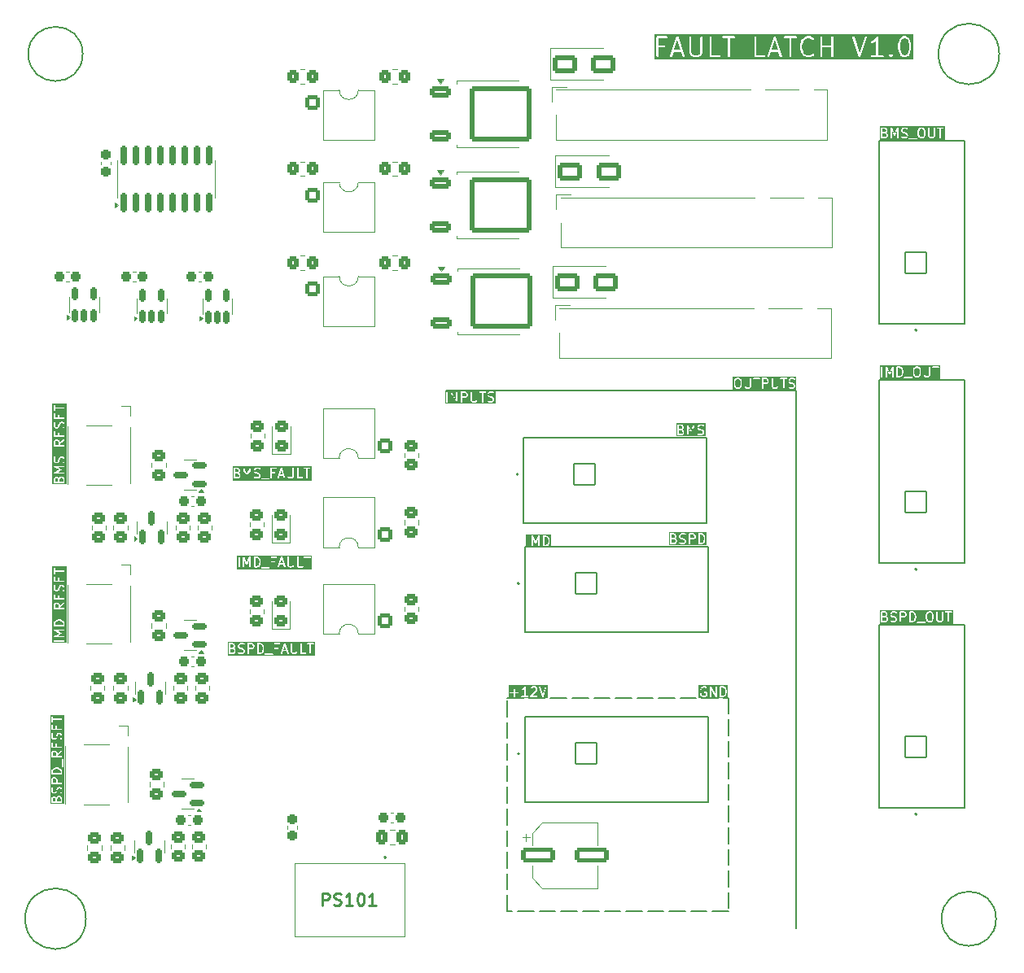
<source format=gto>
G04 #@! TF.GenerationSoftware,KiCad,Pcbnew,9.0.0*
G04 #@! TF.CreationDate,2025-04-14T20:08:49-05:00*
G04 #@! TF.ProjectId,Fault Latch 2,4661756c-7420-44c6-9174-636820322e6b,rev?*
G04 #@! TF.SameCoordinates,Original*
G04 #@! TF.FileFunction,Legend,Top*
G04 #@! TF.FilePolarity,Positive*
%FSLAX46Y46*%
G04 Gerber Fmt 4.6, Leading zero omitted, Abs format (unit mm)*
G04 Created by KiCad (PCBNEW 9.0.0) date 2025-04-14 20:08:49*
%MOMM*%
%LPD*%
G01*
G04 APERTURE LIST*
G04 Aperture macros list*
%AMRoundRect*
0 Rectangle with rounded corners*
0 $1 Rounding radius*
0 $2 $3 $4 $5 $6 $7 $8 $9 X,Y pos of 4 corners*
0 Add a 4 corners polygon primitive as box body*
4,1,4,$2,$3,$4,$5,$6,$7,$8,$9,$2,$3,0*
0 Add four circle primitives for the rounded corners*
1,1,$1+$1,$2,$3*
1,1,$1+$1,$4,$5*
1,1,$1+$1,$6,$7*
1,1,$1+$1,$8,$9*
0 Add four rect primitives between the rounded corners*
20,1,$1+$1,$2,$3,$4,$5,0*
20,1,$1+$1,$4,$5,$6,$7,0*
20,1,$1+$1,$6,$7,$8,$9,0*
20,1,$1+$1,$8,$9,$2,$3,0*%
G04 Aperture macros list end*
%ADD10C,0.150000*%
%ADD11C,0.200000*%
%ADD12C,0.254000*%
%ADD13C,0.120000*%
%ADD14C,0.127000*%
%ADD15C,0.100000*%
%ADD16RoundRect,0.250000X0.550000X0.550000X-0.550000X0.550000X-0.550000X-0.550000X0.550000X-0.550000X0*%
%ADD17C,1.600000*%
%ADD18RoundRect,0.150000X0.587500X0.150000X-0.587500X0.150000X-0.587500X-0.150000X0.587500X-0.150000X0*%
%ADD19C,2.400000*%
%ADD20R,2.000000X2.000000*%
%ADD21C,2.000000*%
%ADD22RoundRect,0.250000X0.450000X-0.325000X0.450000X0.325000X-0.450000X0.325000X-0.450000X-0.325000X0*%
%ADD23RoundRect,0.250000X-0.450000X0.350000X-0.450000X-0.350000X0.450000X-0.350000X0.450000X0.350000X0*%
%ADD24RoundRect,0.250000X-0.850000X-0.350000X0.850000X-0.350000X0.850000X0.350000X-0.850000X0.350000X0*%
%ADD25RoundRect,0.249997X-2.950003X-2.650003X2.950003X-2.650003X2.950003X2.650003X-2.950003X2.650003X0*%
%ADD26C,1.860000*%
%ADD27RoundRect,0.102000X-1.105000X-1.105000X1.105000X-1.105000X1.105000X1.105000X-1.105000X1.105000X0*%
%ADD28C,2.414000*%
%ADD29RoundRect,0.250000X0.450000X-0.350000X0.450000X0.350000X-0.450000X0.350000X-0.450000X-0.350000X0*%
%ADD30RoundRect,0.237500X-0.300000X-0.237500X0.300000X-0.237500X0.300000X0.237500X-0.300000X0.237500X0*%
%ADD31RoundRect,0.250000X-1.000000X-0.650000X1.000000X-0.650000X1.000000X0.650000X-1.000000X0.650000X0*%
%ADD32RoundRect,0.250000X-0.550000X-0.550000X0.550000X-0.550000X0.550000X0.550000X-0.550000X0.550000X0*%
%ADD33R,1.400000X1.600000*%
%ADD34RoundRect,0.150000X0.150000X-0.587500X0.150000X0.587500X-0.150000X0.587500X-0.150000X-0.587500X0*%
%ADD35RoundRect,0.250000X-1.500000X-0.550000X1.500000X-0.550000X1.500000X0.550000X-1.500000X0.550000X0*%
%ADD36C,3.200000*%
%ADD37C,1.725000*%
%ADD38RoundRect,0.150000X0.150000X-0.825000X0.150000X0.825000X-0.150000X0.825000X-0.150000X-0.825000X0*%
%ADD39RoundRect,0.237500X0.300000X0.237500X-0.300000X0.237500X-0.300000X-0.237500X0.300000X-0.237500X0*%
%ADD40RoundRect,0.150000X0.150000X-0.512500X0.150000X0.512500X-0.150000X0.512500X-0.150000X-0.512500X0*%
%ADD41RoundRect,0.102000X1.105000X-1.105000X1.105000X1.105000X-1.105000X1.105000X-1.105000X-1.105000X0*%
%ADD42RoundRect,0.250000X-0.350000X-0.450000X0.350000X-0.450000X0.350000X0.450000X-0.350000X0.450000X0*%
%ADD43RoundRect,0.250000X0.350000X0.450000X-0.350000X0.450000X-0.350000X-0.450000X0.350000X-0.450000X0*%
%ADD44RoundRect,0.237500X-0.237500X0.300000X-0.237500X-0.300000X0.237500X-0.300000X0.237500X0.300000X0*%
%ADD45RoundRect,0.250000X-0.337500X-0.475000X0.337500X-0.475000X0.337500X0.475000X-0.337500X0.475000X0*%
G04 APERTURE END LIST*
D10*
X127000000Y-122000000D02*
X128650000Y-122000000D01*
X129250000Y-122000000D02*
X130900000Y-122000000D01*
X131500000Y-122000000D02*
X133150000Y-122000000D01*
X133750000Y-122000000D02*
X135400000Y-122000000D01*
X136000000Y-122000000D02*
X137650000Y-122000000D01*
X138250000Y-122000000D02*
X139900000Y-122000000D01*
X140500000Y-122000000D02*
X142150000Y-122000000D01*
X142750000Y-122000000D02*
X144400000Y-122000000D01*
X145000000Y-122000000D02*
X146650000Y-122000000D01*
X147250000Y-122000000D02*
X148900000Y-122000000D01*
X149500000Y-122000000D02*
X150000000Y-122000000D01*
X150000000Y-122000000D02*
X150000000Y-123650000D01*
X150000000Y-124250000D02*
X150000000Y-125900000D01*
X150000000Y-126500000D02*
X150000000Y-128150000D01*
X150000000Y-128750000D02*
X150000000Y-130400000D01*
X150000000Y-131000000D02*
X150000000Y-132650000D01*
X150000000Y-133250000D02*
X150000000Y-134900000D01*
X150000000Y-135500000D02*
X150000000Y-137150000D01*
X150000000Y-137750000D02*
X150000000Y-139400000D01*
X150000000Y-140000000D02*
X150000000Y-141650000D01*
X150000000Y-142250000D02*
X150000000Y-143900000D01*
X150000000Y-144200000D02*
X148350000Y-144200000D01*
X147750000Y-144200000D02*
X146100000Y-144200000D01*
X145500000Y-144200000D02*
X143850000Y-144200000D01*
X143250000Y-144200000D02*
X141600000Y-144200000D01*
X141000000Y-144200000D02*
X139350000Y-144200000D01*
X138750000Y-144200000D02*
X137100000Y-144200000D01*
X136500000Y-144200000D02*
X134850000Y-144200000D01*
X134250000Y-144200000D02*
X132600000Y-144200000D01*
X132000000Y-144200000D02*
X130350000Y-144200000D01*
X129750000Y-144200000D02*
X128100000Y-144200000D01*
X127500000Y-144200000D02*
X127000000Y-144200000D01*
X127000000Y-144200000D02*
X127000000Y-142550000D01*
X127000000Y-141950000D02*
X127000000Y-140300000D01*
X127000000Y-139700000D02*
X127000000Y-138050000D01*
X127000000Y-137450000D02*
X127000000Y-135800000D01*
X127000000Y-135200000D02*
X127000000Y-133550000D01*
X127000000Y-132950000D02*
X127000000Y-131300000D01*
X127000000Y-130700000D02*
X127000000Y-129050000D01*
X127000000Y-128450000D02*
X127000000Y-126800000D01*
X127000000Y-126200000D02*
X127000000Y-124550000D01*
X127000000Y-123950000D02*
X127000000Y-122300000D01*
X157000000Y-90000000D02*
X157000000Y-146000000D01*
X83162278Y-145000000D02*
G75*
G02*
X76837722Y-145000000I-3162278J0D01*
G01*
X76837722Y-145000000D02*
G75*
G02*
X83162278Y-145000000I3162278J0D01*
G01*
X120600000Y-90000000D02*
X157000000Y-90000000D01*
X178162278Y-55000000D02*
G75*
G02*
X171837722Y-55000000I-3162278J0D01*
G01*
X171837722Y-55000000D02*
G75*
G02*
X178162278Y-55000000I3162278J0D01*
G01*
X177828427Y-145000000D02*
G75*
G02*
X172171573Y-145000000I-2828427J0D01*
G01*
X172171573Y-145000000D02*
G75*
G02*
X177828427Y-145000000I2828427J0D01*
G01*
X82828427Y-55000000D02*
G75*
G02*
X77171573Y-55000000I-2828427J0D01*
G01*
X77171573Y-55000000D02*
G75*
G02*
X82828427Y-55000000I2828427J0D01*
G01*
G36*
X166372455Y-63309180D02*
G01*
X166398949Y-63335674D01*
X166433207Y-63404190D01*
X166433207Y-63511637D01*
X166398948Y-63580153D01*
X166368541Y-63610561D01*
X166300026Y-63644819D01*
X166011779Y-63644819D01*
X166011779Y-63271009D01*
X166257942Y-63271009D01*
X166372455Y-63309180D01*
G37*
G36*
X166320923Y-62829077D02*
G01*
X166351330Y-62859484D01*
X166385588Y-62928000D01*
X166385588Y-62987828D01*
X166351330Y-63056344D01*
X166320923Y-63086751D01*
X166252407Y-63121009D01*
X166011779Y-63121009D01*
X166011779Y-62794819D01*
X166252407Y-62794819D01*
X166320923Y-62829077D01*
G37*
G36*
X170225685Y-62829077D02*
G01*
X170297627Y-62901019D01*
X170337969Y-63062386D01*
X170337969Y-63377251D01*
X170297627Y-63538617D01*
X170225684Y-63610561D01*
X170157169Y-63644819D01*
X170002103Y-63644819D01*
X169933587Y-63610561D01*
X169861644Y-63538617D01*
X169821303Y-63377251D01*
X169821303Y-63062386D01*
X169861644Y-62901019D01*
X169933587Y-62829077D01*
X170002103Y-62794819D01*
X170157169Y-62794819D01*
X170225685Y-62829077D01*
G37*
G36*
X172502401Y-64001168D02*
G01*
X165750668Y-64001168D01*
X165750668Y-63800425D01*
X168720363Y-63800425D01*
X168720363Y-63829689D01*
X168731562Y-63856725D01*
X168752254Y-63877417D01*
X168779290Y-63888616D01*
X168793922Y-63890057D01*
X169555826Y-63890057D01*
X169570458Y-63888616D01*
X169597494Y-63877417D01*
X169618186Y-63856725D01*
X169629385Y-63829689D01*
X169629385Y-63800425D01*
X169618186Y-63773389D01*
X169597494Y-63752697D01*
X169570458Y-63741498D01*
X169555826Y-63740057D01*
X168793922Y-63740057D01*
X168779290Y-63741498D01*
X168752254Y-63752697D01*
X168731562Y-63773389D01*
X168720363Y-63800425D01*
X165750668Y-63800425D01*
X165750668Y-62719819D01*
X165861779Y-62719819D01*
X165861779Y-63719819D01*
X165863220Y-63734451D01*
X165874419Y-63761487D01*
X165895111Y-63782179D01*
X165922147Y-63793378D01*
X165936779Y-63794819D01*
X166317731Y-63794819D01*
X166332363Y-63793378D01*
X166334852Y-63792346D01*
X166337540Y-63792156D01*
X166351272Y-63786901D01*
X166446510Y-63739282D01*
X166452809Y-63735317D01*
X166454637Y-63734560D01*
X166456693Y-63732872D01*
X166458953Y-63731450D01*
X166460253Y-63729950D01*
X166466003Y-63725232D01*
X166513621Y-63677613D01*
X166518339Y-63671863D01*
X166519838Y-63670564D01*
X166521259Y-63668305D01*
X166522949Y-63666247D01*
X166523706Y-63664417D01*
X166527670Y-63658121D01*
X166575289Y-63562883D01*
X166580544Y-63549152D01*
X166580735Y-63546462D01*
X166581766Y-63543974D01*
X166583207Y-63529342D01*
X166583207Y-63386485D01*
X166581766Y-63371853D01*
X166580735Y-63369364D01*
X166580544Y-63366675D01*
X166575289Y-63352944D01*
X166527670Y-63257706D01*
X166523705Y-63251406D01*
X166522948Y-63249579D01*
X166521259Y-63247522D01*
X166519838Y-63245263D01*
X166518339Y-63243963D01*
X166513621Y-63238214D01*
X166466002Y-63190595D01*
X166454637Y-63181268D01*
X166452146Y-63180236D01*
X166450111Y-63178471D01*
X166444043Y-63175762D01*
X166466002Y-63153804D01*
X166470720Y-63148054D01*
X166472219Y-63146755D01*
X166473640Y-63144495D01*
X166475329Y-63142439D01*
X166476086Y-63140611D01*
X166480051Y-63134312D01*
X166527670Y-63039074D01*
X166532925Y-63025343D01*
X166533116Y-63022653D01*
X166534147Y-63020165D01*
X166535588Y-63005533D01*
X166535588Y-62910295D01*
X166534147Y-62895663D01*
X166533116Y-62893174D01*
X166532925Y-62890485D01*
X166527670Y-62876754D01*
X166480051Y-62781516D01*
X166476086Y-62775216D01*
X166475329Y-62773389D01*
X166473640Y-62771332D01*
X166472219Y-62769073D01*
X166470720Y-62767773D01*
X166466002Y-62762024D01*
X166423797Y-62719819D01*
X166861779Y-62719819D01*
X166861779Y-63719819D01*
X166863220Y-63734451D01*
X166874419Y-63761487D01*
X166895111Y-63782179D01*
X166922147Y-63793378D01*
X166951411Y-63793378D01*
X166978447Y-63782179D01*
X166999139Y-63761487D01*
X167010338Y-63734451D01*
X167011779Y-63719819D01*
X167011779Y-63057886D01*
X167202148Y-63465821D01*
X167205322Y-63471180D01*
X167205982Y-63472993D01*
X167207156Y-63474275D01*
X167209642Y-63478471D01*
X167218051Y-63486171D01*
X167225746Y-63494574D01*
X167228764Y-63495982D01*
X167231223Y-63498234D01*
X167241935Y-63502129D01*
X167252264Y-63506950D01*
X167255592Y-63507096D01*
X167258724Y-63508235D01*
X167270118Y-63507734D01*
X167281500Y-63508234D01*
X167284628Y-63507096D01*
X167287960Y-63506950D01*
X167298295Y-63502126D01*
X167309001Y-63498234D01*
X167311456Y-63495984D01*
X167314478Y-63494575D01*
X167322179Y-63486164D01*
X167330582Y-63478470D01*
X167333065Y-63474277D01*
X167334242Y-63472993D01*
X167334902Y-63471177D01*
X167338076Y-63465820D01*
X167528445Y-63057886D01*
X167528445Y-63719819D01*
X167529886Y-63734451D01*
X167541085Y-63761487D01*
X167561777Y-63782179D01*
X167588813Y-63793378D01*
X167618077Y-63793378D01*
X167645113Y-63782179D01*
X167665805Y-63761487D01*
X167677004Y-63734451D01*
X167678445Y-63719819D01*
X167678445Y-62910295D01*
X167957017Y-62910295D01*
X167957017Y-63005533D01*
X167958458Y-63020165D01*
X167959489Y-63022654D01*
X167959680Y-63025342D01*
X167964935Y-63039074D01*
X168012554Y-63134312D01*
X168016518Y-63140611D01*
X168017276Y-63142439D01*
X168018964Y-63144495D01*
X168020386Y-63146755D01*
X168021884Y-63148054D01*
X168026603Y-63153804D01*
X168074222Y-63201423D01*
X168079971Y-63206141D01*
X168081271Y-63207640D01*
X168083530Y-63209061D01*
X168085587Y-63210750D01*
X168087414Y-63211507D01*
X168093714Y-63215472D01*
X168188952Y-63263091D01*
X168190021Y-63263500D01*
X168190457Y-63263823D01*
X168196593Y-63266015D01*
X168202683Y-63268346D01*
X168203223Y-63268384D01*
X168204303Y-63268770D01*
X168386793Y-63314392D01*
X168463780Y-63352886D01*
X168494187Y-63383293D01*
X168528445Y-63451809D01*
X168528445Y-63511637D01*
X168494186Y-63580153D01*
X168463779Y-63610561D01*
X168395264Y-63644819D01*
X168187044Y-63644819D01*
X168055734Y-63601049D01*
X168041397Y-63597789D01*
X168012207Y-63599864D01*
X167986034Y-63612950D01*
X167966860Y-63635057D01*
X167957606Y-63662820D01*
X167959681Y-63692010D01*
X167972767Y-63718183D01*
X167994874Y-63737357D01*
X168008300Y-63743351D01*
X168151156Y-63790970D01*
X168158411Y-63792619D01*
X168160242Y-63793378D01*
X168162895Y-63793639D01*
X168165493Y-63794230D01*
X168167467Y-63794089D01*
X168174874Y-63794819D01*
X168412969Y-63794819D01*
X168427601Y-63793378D01*
X168430090Y-63792346D01*
X168432778Y-63792156D01*
X168446510Y-63786901D01*
X168541748Y-63739282D01*
X168548047Y-63735317D01*
X168549875Y-63734560D01*
X168551931Y-63732872D01*
X168554191Y-63731450D01*
X168555491Y-63729950D01*
X168561241Y-63725232D01*
X168608859Y-63677613D01*
X168613577Y-63671863D01*
X168615076Y-63670564D01*
X168616497Y-63668305D01*
X168618187Y-63666247D01*
X168618944Y-63664417D01*
X168622908Y-63658121D01*
X168670527Y-63562883D01*
X168675782Y-63549152D01*
X168675973Y-63546462D01*
X168677004Y-63543974D01*
X168678445Y-63529342D01*
X168678445Y-63434104D01*
X168677004Y-63419472D01*
X168675973Y-63416983D01*
X168675782Y-63414294D01*
X168670527Y-63400563D01*
X168622908Y-63305325D01*
X168618943Y-63299025D01*
X168618186Y-63297198D01*
X168616497Y-63295141D01*
X168615076Y-63292882D01*
X168613577Y-63291582D01*
X168608859Y-63285833D01*
X168561240Y-63238214D01*
X168555490Y-63233495D01*
X168554191Y-63231997D01*
X168551931Y-63230575D01*
X168549875Y-63228887D01*
X168548047Y-63228129D01*
X168541748Y-63224165D01*
X168446510Y-63176546D01*
X168445440Y-63176136D01*
X168445005Y-63175814D01*
X168438859Y-63173618D01*
X168432778Y-63171291D01*
X168432238Y-63171252D01*
X168431159Y-63170867D01*
X168248669Y-63125244D01*
X168171682Y-63086751D01*
X168141275Y-63056344D01*
X168139679Y-63053152D01*
X169671303Y-63053152D01*
X169671303Y-63386485D01*
X169671554Y-63389038D01*
X169671392Y-63390131D01*
X169672201Y-63395604D01*
X169672744Y-63401117D01*
X169673166Y-63402138D01*
X169673542Y-63404675D01*
X169721161Y-63595151D01*
X169726108Y-63608997D01*
X169729427Y-63613476D01*
X169731561Y-63618628D01*
X169740889Y-63629994D01*
X169836127Y-63725233D01*
X169841877Y-63729953D01*
X169843176Y-63731450D01*
X169845430Y-63732869D01*
X169847492Y-63734561D01*
X169849324Y-63735319D01*
X169855619Y-63739282D01*
X169950857Y-63786901D01*
X169964588Y-63792156D01*
X169967277Y-63792347D01*
X169969766Y-63793378D01*
X169984398Y-63794819D01*
X170174874Y-63794819D01*
X170189506Y-63793378D01*
X170191995Y-63792346D01*
X170194683Y-63792156D01*
X170208415Y-63786901D01*
X170303653Y-63739282D01*
X170309952Y-63735317D01*
X170311780Y-63734560D01*
X170313836Y-63732871D01*
X170316096Y-63731450D01*
X170317395Y-63729951D01*
X170323145Y-63725233D01*
X170418384Y-63629993D01*
X170427711Y-63618628D01*
X170429844Y-63613476D01*
X170433164Y-63608997D01*
X170438111Y-63595151D01*
X170485730Y-63404675D01*
X170486105Y-63402138D01*
X170486528Y-63401117D01*
X170487070Y-63395604D01*
X170487880Y-63390131D01*
X170487717Y-63389038D01*
X170487969Y-63386485D01*
X170487969Y-63053152D01*
X170487717Y-63050598D01*
X170487880Y-63049506D01*
X170487070Y-63044032D01*
X170486528Y-63038520D01*
X170486105Y-63037498D01*
X170485730Y-63034962D01*
X170438111Y-62844486D01*
X170433164Y-62830640D01*
X170429845Y-62826161D01*
X170427711Y-62821008D01*
X170418383Y-62809643D01*
X170328559Y-62719819D01*
X170766541Y-62719819D01*
X170766541Y-63529342D01*
X170767982Y-63543974D01*
X170769013Y-63546463D01*
X170769204Y-63549151D01*
X170774459Y-63562883D01*
X170822078Y-63658121D01*
X170826041Y-63664417D01*
X170826799Y-63666247D01*
X170828488Y-63668305D01*
X170829910Y-63670564D01*
X170831408Y-63671863D01*
X170836126Y-63677612D01*
X170883745Y-63725232D01*
X170889494Y-63729950D01*
X170890795Y-63731450D01*
X170893054Y-63732872D01*
X170895111Y-63734560D01*
X170896938Y-63735317D01*
X170903238Y-63739282D01*
X170998476Y-63786901D01*
X171012207Y-63792156D01*
X171014896Y-63792347D01*
X171017385Y-63793378D01*
X171032017Y-63794819D01*
X171222493Y-63794819D01*
X171237125Y-63793378D01*
X171239614Y-63792346D01*
X171242302Y-63792156D01*
X171256034Y-63786901D01*
X171351272Y-63739282D01*
X171357571Y-63735317D01*
X171359399Y-63734560D01*
X171361455Y-63732872D01*
X171363715Y-63731450D01*
X171365015Y-63729950D01*
X171370765Y-63725232D01*
X171418383Y-63677613D01*
X171423101Y-63671863D01*
X171424600Y-63670564D01*
X171426021Y-63668305D01*
X171427711Y-63666247D01*
X171428468Y-63664417D01*
X171432432Y-63658121D01*
X171480051Y-63562883D01*
X171485306Y-63549152D01*
X171485497Y-63546462D01*
X171486528Y-63543974D01*
X171487969Y-63529342D01*
X171487969Y-62719819D01*
X171486528Y-62705187D01*
X171672744Y-62705187D01*
X171672744Y-62734451D01*
X171683943Y-62761487D01*
X171704635Y-62782179D01*
X171731671Y-62793378D01*
X171746303Y-62794819D01*
X171957017Y-62794819D01*
X171957017Y-63719819D01*
X171958458Y-63734451D01*
X171969657Y-63761487D01*
X171990349Y-63782179D01*
X172017385Y-63793378D01*
X172046649Y-63793378D01*
X172073685Y-63782179D01*
X172094377Y-63761487D01*
X172105576Y-63734451D01*
X172107017Y-63719819D01*
X172107017Y-62794819D01*
X172317731Y-62794819D01*
X172332363Y-62793378D01*
X172359399Y-62782179D01*
X172380091Y-62761487D01*
X172391290Y-62734451D01*
X172391290Y-62705187D01*
X172380091Y-62678151D01*
X172359399Y-62657459D01*
X172332363Y-62646260D01*
X172317731Y-62644819D01*
X171746303Y-62644819D01*
X171731671Y-62646260D01*
X171704635Y-62657459D01*
X171683943Y-62678151D01*
X171672744Y-62705187D01*
X171486528Y-62705187D01*
X171475329Y-62678151D01*
X171454637Y-62657459D01*
X171427601Y-62646260D01*
X171398337Y-62646260D01*
X171371301Y-62657459D01*
X171350609Y-62678151D01*
X171339410Y-62705187D01*
X171337969Y-62719819D01*
X171337969Y-63511637D01*
X171303710Y-63580153D01*
X171273303Y-63610561D01*
X171204788Y-63644819D01*
X171049722Y-63644819D01*
X170981206Y-63610561D01*
X170950799Y-63580153D01*
X170916541Y-63511637D01*
X170916541Y-62719819D01*
X170915100Y-62705187D01*
X170903901Y-62678151D01*
X170883209Y-62657459D01*
X170856173Y-62646260D01*
X170826909Y-62646260D01*
X170799873Y-62657459D01*
X170779181Y-62678151D01*
X170767982Y-62705187D01*
X170766541Y-62719819D01*
X170328559Y-62719819D01*
X170323145Y-62714405D01*
X170317395Y-62709686D01*
X170316096Y-62708188D01*
X170313836Y-62706766D01*
X170311780Y-62705078D01*
X170309952Y-62704320D01*
X170303653Y-62700356D01*
X170208415Y-62652737D01*
X170194683Y-62647482D01*
X170191995Y-62647291D01*
X170189506Y-62646260D01*
X170174874Y-62644819D01*
X169984398Y-62644819D01*
X169969766Y-62646260D01*
X169967277Y-62647290D01*
X169964588Y-62647482D01*
X169950857Y-62652737D01*
X169855619Y-62700356D01*
X169849324Y-62704318D01*
X169847492Y-62705077D01*
X169845430Y-62706768D01*
X169843176Y-62708188D01*
X169841877Y-62709684D01*
X169836127Y-62714405D01*
X169740889Y-62809643D01*
X169731562Y-62821008D01*
X169729428Y-62826158D01*
X169726108Y-62830640D01*
X169721161Y-62844486D01*
X169673542Y-63034962D01*
X169673166Y-63037498D01*
X169672744Y-63038520D01*
X169672201Y-63044032D01*
X169671392Y-63049506D01*
X169671554Y-63050598D01*
X169671303Y-63053152D01*
X168139679Y-63053152D01*
X168107017Y-62987828D01*
X168107017Y-62928000D01*
X168141275Y-62859484D01*
X168171682Y-62829077D01*
X168240198Y-62794819D01*
X168448418Y-62794819D01*
X168579727Y-62838589D01*
X168594064Y-62841849D01*
X168623254Y-62839774D01*
X168649428Y-62826688D01*
X168668602Y-62804580D01*
X168677856Y-62776818D01*
X168675781Y-62747628D01*
X168662694Y-62721455D01*
X168640587Y-62702281D01*
X168627162Y-62696287D01*
X168484305Y-62648668D01*
X168477051Y-62647018D01*
X168475220Y-62646260D01*
X168472565Y-62645998D01*
X168469968Y-62645408D01*
X168467993Y-62645548D01*
X168460588Y-62644819D01*
X168222493Y-62644819D01*
X168207861Y-62646260D01*
X168205372Y-62647290D01*
X168202683Y-62647482D01*
X168188952Y-62652737D01*
X168093714Y-62700356D01*
X168087414Y-62704320D01*
X168085587Y-62705078D01*
X168083530Y-62706766D01*
X168081271Y-62708188D01*
X168079971Y-62709686D01*
X168074222Y-62714405D01*
X168026603Y-62762024D01*
X168021884Y-62767773D01*
X168020386Y-62769073D01*
X168018964Y-62771332D01*
X168017276Y-62773389D01*
X168016518Y-62775216D01*
X168012554Y-62781516D01*
X167964935Y-62876754D01*
X167959680Y-62890486D01*
X167959489Y-62893173D01*
X167958458Y-62895663D01*
X167957017Y-62910295D01*
X167678445Y-62910295D01*
X167678445Y-62719819D01*
X167677497Y-62710197D01*
X167677575Y-62708431D01*
X167677230Y-62707482D01*
X167677004Y-62705187D01*
X167672022Y-62693160D01*
X167667575Y-62680930D01*
X167666445Y-62679696D01*
X167665805Y-62678151D01*
X167656605Y-62668951D01*
X167647811Y-62659348D01*
X167646294Y-62658640D01*
X167645113Y-62657459D01*
X167633100Y-62652482D01*
X167621293Y-62646973D01*
X167619620Y-62646899D01*
X167618077Y-62646260D01*
X167605071Y-62646260D01*
X167592057Y-62645688D01*
X167590484Y-62646260D01*
X167588813Y-62646260D01*
X167576794Y-62651238D01*
X167564556Y-62655689D01*
X167563322Y-62656819D01*
X167561777Y-62657459D01*
X167552578Y-62666657D01*
X167542975Y-62675452D01*
X167541799Y-62677436D01*
X167541085Y-62678151D01*
X167540408Y-62679784D01*
X167535481Y-62688102D01*
X167270111Y-63256750D01*
X167004743Y-62688103D01*
X166999817Y-62679787D01*
X166999139Y-62678151D01*
X166998423Y-62677435D01*
X166997249Y-62675453D01*
X166987652Y-62666664D01*
X166978447Y-62657459D01*
X166976901Y-62656818D01*
X166975668Y-62655689D01*
X166963437Y-62651241D01*
X166951411Y-62646260D01*
X166949737Y-62646260D01*
X166948167Y-62645689D01*
X166935166Y-62646260D01*
X166922147Y-62646260D01*
X166920602Y-62646899D01*
X166918931Y-62646973D01*
X166907132Y-62652479D01*
X166895111Y-62657459D01*
X166893928Y-62658641D01*
X166892413Y-62659349D01*
X166883624Y-62668945D01*
X166874419Y-62678151D01*
X166873778Y-62679696D01*
X166872649Y-62680930D01*
X166868201Y-62693160D01*
X166863220Y-62705187D01*
X166862993Y-62707482D01*
X166862649Y-62708431D01*
X166862726Y-62710197D01*
X166861779Y-62719819D01*
X166423797Y-62719819D01*
X166418383Y-62714405D01*
X166412633Y-62709686D01*
X166411334Y-62708188D01*
X166409074Y-62706766D01*
X166407018Y-62705078D01*
X166405190Y-62704320D01*
X166398891Y-62700356D01*
X166303653Y-62652737D01*
X166289921Y-62647482D01*
X166287233Y-62647291D01*
X166284744Y-62646260D01*
X166270112Y-62644819D01*
X165936779Y-62644819D01*
X165922147Y-62646260D01*
X165895111Y-62657459D01*
X165874419Y-62678151D01*
X165863220Y-62705187D01*
X165861779Y-62719819D01*
X165750668Y-62719819D01*
X165750668Y-62533708D01*
X172502401Y-62533708D01*
X172502401Y-64001168D01*
G37*
G36*
X79956344Y-132448669D02*
G01*
X79986751Y-132479076D01*
X80021009Y-132547592D01*
X80021009Y-132788220D01*
X79694819Y-132788220D01*
X79694819Y-132547592D01*
X79729077Y-132479076D01*
X79759484Y-132448669D01*
X79828000Y-132414411D01*
X79887828Y-132414411D01*
X79956344Y-132448669D01*
G37*
G36*
X80480153Y-132401050D02*
G01*
X80510561Y-132431457D01*
X80544819Y-132499973D01*
X80544819Y-132788220D01*
X80171009Y-132788220D01*
X80171009Y-132542057D01*
X80209180Y-132427543D01*
X80235674Y-132401050D01*
X80304190Y-132366792D01*
X80411637Y-132366792D01*
X80480153Y-132401050D01*
G37*
G36*
X80003963Y-130448669D02*
G01*
X80034370Y-130479076D01*
X80068628Y-130547592D01*
X80068628Y-130835839D01*
X79694819Y-130835839D01*
X79694819Y-130547592D01*
X79729077Y-130479076D01*
X79759484Y-130448669D01*
X79828000Y-130414411D01*
X79935447Y-130414411D01*
X80003963Y-130448669D01*
G37*
G36*
X80355547Y-129457794D02*
G01*
X80432534Y-129496288D01*
X80506648Y-129570401D01*
X80544819Y-129684914D01*
X80544819Y-129835839D01*
X79694819Y-129835839D01*
X79694819Y-129684914D01*
X79732990Y-129570400D01*
X79807103Y-129496288D01*
X79884090Y-129457794D01*
X80057624Y-129414411D01*
X80182013Y-129414411D01*
X80355547Y-129457794D01*
G37*
G36*
X80003963Y-127686764D02*
G01*
X80034370Y-127717171D01*
X80068628Y-127785687D01*
X80068628Y-128073934D01*
X79694819Y-128073934D01*
X79694819Y-127785687D01*
X79729077Y-127717171D01*
X79759484Y-127686764D01*
X79828000Y-127652506D01*
X79935447Y-127652506D01*
X80003963Y-127686764D01*
G37*
G36*
X80901168Y-133049331D02*
G01*
X79433708Y-133049331D01*
X79433708Y-132529887D01*
X79544819Y-132529887D01*
X79544819Y-132863220D01*
X79546260Y-132877852D01*
X79557459Y-132904888D01*
X79578151Y-132925580D01*
X79605187Y-132936779D01*
X79619819Y-132938220D01*
X80619819Y-132938220D01*
X80634451Y-132936779D01*
X80661487Y-132925580D01*
X80682179Y-132904888D01*
X80693378Y-132877852D01*
X80694819Y-132863220D01*
X80694819Y-132482268D01*
X80693378Y-132467636D01*
X80692347Y-132465147D01*
X80692156Y-132462458D01*
X80686901Y-132448727D01*
X80639282Y-132353489D01*
X80635317Y-132347189D01*
X80634560Y-132345362D01*
X80632872Y-132343305D01*
X80631450Y-132341046D01*
X80629950Y-132339745D01*
X80625232Y-132333996D01*
X80577612Y-132286377D01*
X80571863Y-132281659D01*
X80570564Y-132280161D01*
X80568305Y-132278739D01*
X80566247Y-132277050D01*
X80564417Y-132276292D01*
X80558121Y-132272329D01*
X80462883Y-132224710D01*
X80449151Y-132219455D01*
X80446463Y-132219264D01*
X80443974Y-132218233D01*
X80429342Y-132216792D01*
X80286485Y-132216792D01*
X80271853Y-132218233D01*
X80269364Y-132219263D01*
X80266675Y-132219455D01*
X80252944Y-132224710D01*
X80157706Y-132272329D01*
X80151406Y-132276293D01*
X80149579Y-132277051D01*
X80147522Y-132278739D01*
X80145263Y-132280161D01*
X80143963Y-132281659D01*
X80138214Y-132286378D01*
X80090595Y-132333997D01*
X80081268Y-132345362D01*
X80080236Y-132347852D01*
X80078471Y-132349888D01*
X80075762Y-132355955D01*
X80053804Y-132333997D01*
X80048054Y-132329278D01*
X80046755Y-132327780D01*
X80044495Y-132326358D01*
X80042439Y-132324670D01*
X80040611Y-132323912D01*
X80034312Y-132319948D01*
X79939074Y-132272329D01*
X79925342Y-132267074D01*
X79922654Y-132266883D01*
X79920165Y-132265852D01*
X79905533Y-132264411D01*
X79810295Y-132264411D01*
X79795663Y-132265852D01*
X79793174Y-132266882D01*
X79790485Y-132267074D01*
X79776754Y-132272329D01*
X79681516Y-132319948D01*
X79675216Y-132323912D01*
X79673389Y-132324670D01*
X79671332Y-132326358D01*
X79669073Y-132327780D01*
X79667773Y-132329278D01*
X79662024Y-132333997D01*
X79614405Y-132381616D01*
X79609686Y-132387365D01*
X79608188Y-132388665D01*
X79606766Y-132390924D01*
X79605078Y-132392981D01*
X79604320Y-132394808D01*
X79600356Y-132401108D01*
X79552737Y-132496346D01*
X79547482Y-132510078D01*
X79547291Y-132512765D01*
X79546260Y-132515255D01*
X79544819Y-132529887D01*
X79433708Y-132529887D01*
X79433708Y-131482268D01*
X79544819Y-131482268D01*
X79544819Y-131720363D01*
X79546260Y-131734995D01*
X79547291Y-131737484D01*
X79547482Y-131740172D01*
X79552737Y-131753904D01*
X79600356Y-131849142D01*
X79604320Y-131855441D01*
X79605078Y-131857269D01*
X79606766Y-131859325D01*
X79608188Y-131861585D01*
X79609686Y-131862884D01*
X79614405Y-131868634D01*
X79662024Y-131916253D01*
X79667773Y-131920971D01*
X79669073Y-131922470D01*
X79671332Y-131923891D01*
X79673389Y-131925580D01*
X79675216Y-131926337D01*
X79681516Y-131930302D01*
X79776754Y-131977921D01*
X79790485Y-131983176D01*
X79793174Y-131983367D01*
X79795663Y-131984398D01*
X79810295Y-131985839D01*
X79905533Y-131985839D01*
X79920165Y-131984398D01*
X79922654Y-131983366D01*
X79925342Y-131983176D01*
X79939074Y-131977921D01*
X80034312Y-131930302D01*
X80040611Y-131926337D01*
X80042439Y-131925580D01*
X80044495Y-131923891D01*
X80046755Y-131922470D01*
X80048054Y-131920971D01*
X80053804Y-131916253D01*
X80101423Y-131868634D01*
X80106141Y-131862884D01*
X80107640Y-131861585D01*
X80109061Y-131859325D01*
X80110750Y-131857269D01*
X80111507Y-131855441D01*
X80115472Y-131849142D01*
X80163091Y-131753904D01*
X80163500Y-131752834D01*
X80163823Y-131752399D01*
X80166015Y-131746262D01*
X80168346Y-131740173D01*
X80168384Y-131739632D01*
X80168770Y-131738553D01*
X80214392Y-131556063D01*
X80252886Y-131479076D01*
X80283293Y-131448669D01*
X80351809Y-131414411D01*
X80411637Y-131414411D01*
X80480153Y-131448669D01*
X80510561Y-131479076D01*
X80544819Y-131547592D01*
X80544819Y-131755812D01*
X80501049Y-131887122D01*
X80497789Y-131901459D01*
X80499864Y-131930649D01*
X80512950Y-131956822D01*
X80535057Y-131975996D01*
X80562820Y-131985250D01*
X80592010Y-131983175D01*
X80618183Y-131970089D01*
X80637357Y-131947982D01*
X80643351Y-131934556D01*
X80690970Y-131791700D01*
X80692619Y-131784444D01*
X80693378Y-131782614D01*
X80693639Y-131779960D01*
X80694230Y-131777363D01*
X80694089Y-131775388D01*
X80694819Y-131767982D01*
X80694819Y-131529887D01*
X80693378Y-131515255D01*
X80692347Y-131512766D01*
X80692156Y-131510077D01*
X80686901Y-131496346D01*
X80639282Y-131401108D01*
X80635317Y-131394808D01*
X80634560Y-131392981D01*
X80632872Y-131390924D01*
X80631450Y-131388665D01*
X80629950Y-131387364D01*
X80625232Y-131381615D01*
X80577612Y-131333996D01*
X80571863Y-131329278D01*
X80570564Y-131327780D01*
X80568305Y-131326358D01*
X80566247Y-131324669D01*
X80564417Y-131323911D01*
X80558121Y-131319948D01*
X80462883Y-131272329D01*
X80449151Y-131267074D01*
X80446463Y-131266883D01*
X80443974Y-131265852D01*
X80429342Y-131264411D01*
X80334104Y-131264411D01*
X80319472Y-131265852D01*
X80316983Y-131266882D01*
X80314294Y-131267074D01*
X80300563Y-131272329D01*
X80205325Y-131319948D01*
X80199025Y-131323912D01*
X80197198Y-131324670D01*
X80195141Y-131326358D01*
X80192882Y-131327780D01*
X80191582Y-131329278D01*
X80185833Y-131333997D01*
X80138214Y-131381616D01*
X80133495Y-131387365D01*
X80131997Y-131388665D01*
X80130575Y-131390924D01*
X80128887Y-131392981D01*
X80128129Y-131394808D01*
X80124165Y-131401108D01*
X80076546Y-131496346D01*
X80076136Y-131497415D01*
X80075814Y-131497851D01*
X80073618Y-131503996D01*
X80071291Y-131510078D01*
X80071252Y-131510617D01*
X80070867Y-131511697D01*
X80025244Y-131694187D01*
X79986751Y-131771174D01*
X79956344Y-131801581D01*
X79887828Y-131835839D01*
X79828000Y-131835839D01*
X79759484Y-131801581D01*
X79729077Y-131771174D01*
X79694819Y-131702658D01*
X79694819Y-131494438D01*
X79738589Y-131363129D01*
X79741849Y-131348792D01*
X79739774Y-131319602D01*
X79726688Y-131293428D01*
X79704580Y-131274254D01*
X79676818Y-131265000D01*
X79647628Y-131267075D01*
X79621455Y-131280162D01*
X79602281Y-131302269D01*
X79596287Y-131315694D01*
X79548668Y-131458551D01*
X79547018Y-131465804D01*
X79546260Y-131467636D01*
X79545998Y-131470290D01*
X79545408Y-131472888D01*
X79545548Y-131474862D01*
X79544819Y-131482268D01*
X79433708Y-131482268D01*
X79433708Y-130529887D01*
X79544819Y-130529887D01*
X79544819Y-130910839D01*
X79546260Y-130925471D01*
X79557459Y-130952507D01*
X79578151Y-130973199D01*
X79605187Y-130984398D01*
X79619819Y-130985839D01*
X80619819Y-130985839D01*
X80634451Y-130984398D01*
X80661487Y-130973199D01*
X80682179Y-130952507D01*
X80693378Y-130925471D01*
X80693378Y-130896207D01*
X80682179Y-130869171D01*
X80661487Y-130848479D01*
X80634451Y-130837280D01*
X80619819Y-130835839D01*
X80218628Y-130835839D01*
X80218628Y-130529887D01*
X80217187Y-130515255D01*
X80216156Y-130512766D01*
X80215965Y-130510077D01*
X80210710Y-130496346D01*
X80163091Y-130401108D01*
X80159126Y-130394808D01*
X80158369Y-130392981D01*
X80156680Y-130390924D01*
X80155259Y-130388665D01*
X80153760Y-130387365D01*
X80149042Y-130381616D01*
X80101423Y-130333997D01*
X80095673Y-130329278D01*
X80094374Y-130327780D01*
X80092114Y-130326358D01*
X80090058Y-130324670D01*
X80088230Y-130323912D01*
X80081931Y-130319948D01*
X79986693Y-130272329D01*
X79972961Y-130267074D01*
X79970273Y-130266883D01*
X79967784Y-130265852D01*
X79953152Y-130264411D01*
X79810295Y-130264411D01*
X79795663Y-130265852D01*
X79793174Y-130266882D01*
X79790485Y-130267074D01*
X79776754Y-130272329D01*
X79681516Y-130319948D01*
X79675216Y-130323912D01*
X79673389Y-130324670D01*
X79671332Y-130326358D01*
X79669073Y-130327780D01*
X79667773Y-130329278D01*
X79662024Y-130333997D01*
X79614405Y-130381616D01*
X79609686Y-130387365D01*
X79608188Y-130388665D01*
X79606766Y-130390924D01*
X79605078Y-130392981D01*
X79604320Y-130394808D01*
X79600356Y-130401108D01*
X79552737Y-130496346D01*
X79547482Y-130510078D01*
X79547291Y-130512765D01*
X79546260Y-130515255D01*
X79544819Y-130529887D01*
X79433708Y-130529887D01*
X79433708Y-129672744D01*
X79544819Y-129672744D01*
X79544819Y-129910839D01*
X79546260Y-129925471D01*
X79557459Y-129952507D01*
X79578151Y-129973199D01*
X79605187Y-129984398D01*
X79619819Y-129985839D01*
X80619819Y-129985839D01*
X80634451Y-129984398D01*
X80661487Y-129973199D01*
X80682179Y-129952507D01*
X80693378Y-129925471D01*
X80694819Y-129910839D01*
X80694819Y-129672744D01*
X80694089Y-129665337D01*
X80694230Y-129663363D01*
X80693639Y-129660765D01*
X80693378Y-129658112D01*
X80692619Y-129656281D01*
X80690970Y-129649026D01*
X80643351Y-129506170D01*
X80637357Y-129492744D01*
X80635592Y-129490709D01*
X80634561Y-129488219D01*
X80625233Y-129476854D01*
X80529994Y-129381616D01*
X80524244Y-129376897D01*
X80522945Y-129375399D01*
X80520686Y-129373977D01*
X80518628Y-129372288D01*
X80516798Y-129371530D01*
X80510502Y-129367567D01*
X80415264Y-129319948D01*
X80414194Y-129319538D01*
X80413759Y-129319216D01*
X80407613Y-129317020D01*
X80401532Y-129314693D01*
X80400992Y-129314654D01*
X80399913Y-129314269D01*
X80209437Y-129266650D01*
X80206900Y-129266274D01*
X80205879Y-129265852D01*
X80200366Y-129265309D01*
X80194893Y-129264500D01*
X80193800Y-129264662D01*
X80191247Y-129264411D01*
X80048390Y-129264411D01*
X80045836Y-129264662D01*
X80044744Y-129264500D01*
X80039270Y-129265309D01*
X80033758Y-129265852D01*
X80032736Y-129266274D01*
X80030200Y-129266650D01*
X79839724Y-129314269D01*
X79838644Y-129314654D01*
X79838104Y-129314693D01*
X79832014Y-129317023D01*
X79825878Y-129319216D01*
X79825442Y-129319538D01*
X79824373Y-129319948D01*
X79729135Y-129367567D01*
X79722840Y-129371529D01*
X79721008Y-129372288D01*
X79718946Y-129373979D01*
X79716692Y-129375399D01*
X79715393Y-129376895D01*
X79709643Y-129381616D01*
X79614405Y-129476854D01*
X79605078Y-129488219D01*
X79604046Y-129490709D01*
X79602281Y-129492745D01*
X79596287Y-129506170D01*
X79548668Y-129649027D01*
X79547018Y-129656280D01*
X79546260Y-129658112D01*
X79545998Y-129660766D01*
X79545408Y-129663364D01*
X79545548Y-129665338D01*
X79544819Y-129672744D01*
X79433708Y-129672744D01*
X79433708Y-128387030D01*
X80640057Y-128387030D01*
X80640057Y-129148935D01*
X80641498Y-129163567D01*
X80652697Y-129190603D01*
X80673389Y-129211295D01*
X80700425Y-129222494D01*
X80729689Y-129222494D01*
X80756725Y-129211295D01*
X80777417Y-129190603D01*
X80788616Y-129163567D01*
X80790057Y-129148935D01*
X80790057Y-128387030D01*
X80788616Y-128372398D01*
X80777417Y-128345362D01*
X80756725Y-128324670D01*
X80729689Y-128313471D01*
X80700425Y-128313471D01*
X80673389Y-128324670D01*
X80652697Y-128345362D01*
X80641498Y-128372398D01*
X80640057Y-128387030D01*
X79433708Y-128387030D01*
X79433708Y-127767982D01*
X79544819Y-127767982D01*
X79544819Y-128148934D01*
X79546260Y-128163566D01*
X79557459Y-128190602D01*
X79578151Y-128211294D01*
X79605187Y-128222493D01*
X79619819Y-128223934D01*
X80619819Y-128223934D01*
X80634451Y-128222493D01*
X80661487Y-128211294D01*
X80682179Y-128190602D01*
X80693378Y-128163566D01*
X80693378Y-128134302D01*
X80682179Y-128107266D01*
X80661487Y-128086574D01*
X80634451Y-128075375D01*
X80619819Y-128073934D01*
X80218628Y-128073934D01*
X80218628Y-127949888D01*
X80662829Y-127638948D01*
X80673989Y-127629377D01*
X80689716Y-127604698D01*
X80694802Y-127575881D01*
X80688472Y-127547310D01*
X80671690Y-127523336D01*
X80647012Y-127507609D01*
X80618194Y-127502524D01*
X80589623Y-127508853D01*
X80576810Y-127516063D01*
X80218518Y-127766866D01*
X80217187Y-127753350D01*
X80216156Y-127750861D01*
X80215965Y-127748172D01*
X80210710Y-127734441D01*
X80163091Y-127639203D01*
X80159126Y-127632903D01*
X80158369Y-127631076D01*
X80156680Y-127629019D01*
X80155259Y-127626760D01*
X80153760Y-127625460D01*
X80149042Y-127619711D01*
X80101423Y-127572092D01*
X80095673Y-127567373D01*
X80094374Y-127565875D01*
X80092114Y-127564453D01*
X80090058Y-127562765D01*
X80088230Y-127562007D01*
X80081931Y-127558043D01*
X79986693Y-127510424D01*
X79972961Y-127505169D01*
X79970273Y-127504978D01*
X79967784Y-127503947D01*
X79953152Y-127502506D01*
X79810295Y-127502506D01*
X79795663Y-127503947D01*
X79793174Y-127504977D01*
X79790485Y-127505169D01*
X79776754Y-127510424D01*
X79681516Y-127558043D01*
X79675216Y-127562007D01*
X79673389Y-127562765D01*
X79671332Y-127564453D01*
X79669073Y-127565875D01*
X79667773Y-127567373D01*
X79662024Y-127572092D01*
X79614405Y-127619711D01*
X79609686Y-127625460D01*
X79608188Y-127626760D01*
X79606766Y-127629019D01*
X79605078Y-127631076D01*
X79604320Y-127632903D01*
X79600356Y-127639203D01*
X79552737Y-127734441D01*
X79547482Y-127748173D01*
X79547291Y-127750860D01*
X79546260Y-127753350D01*
X79544819Y-127767982D01*
X79433708Y-127767982D01*
X79433708Y-126672744D01*
X79544819Y-126672744D01*
X79544819Y-127148934D01*
X79546260Y-127163566D01*
X79557459Y-127190602D01*
X79578151Y-127211294D01*
X79605187Y-127222493D01*
X79619819Y-127223934D01*
X80619819Y-127223934D01*
X80634451Y-127222493D01*
X80661487Y-127211294D01*
X80682179Y-127190602D01*
X80693378Y-127163566D01*
X80694819Y-127148934D01*
X80694819Y-126672744D01*
X80693378Y-126658112D01*
X80682179Y-126631076D01*
X80661487Y-126610384D01*
X80634451Y-126599185D01*
X80605187Y-126599185D01*
X80578151Y-126610384D01*
X80557459Y-126631076D01*
X80546260Y-126658112D01*
X80544819Y-126672744D01*
X80544819Y-127073934D01*
X80171009Y-127073934D01*
X80171009Y-126815601D01*
X80169568Y-126800969D01*
X80158369Y-126773933D01*
X80137677Y-126753241D01*
X80110641Y-126742042D01*
X80081377Y-126742042D01*
X80054341Y-126753241D01*
X80033649Y-126773933D01*
X80022450Y-126800969D01*
X80021009Y-126815601D01*
X80021009Y-127073934D01*
X79694819Y-127073934D01*
X79694819Y-126672744D01*
X79693378Y-126658112D01*
X79682179Y-126631076D01*
X79661487Y-126610384D01*
X79634451Y-126599185D01*
X79605187Y-126599185D01*
X79578151Y-126610384D01*
X79557459Y-126631076D01*
X79546260Y-126658112D01*
X79544819Y-126672744D01*
X79433708Y-126672744D01*
X79433708Y-125863220D01*
X79544819Y-125863220D01*
X79544819Y-126101315D01*
X79546260Y-126115947D01*
X79547291Y-126118436D01*
X79547482Y-126121124D01*
X79552737Y-126134856D01*
X79600356Y-126230094D01*
X79604320Y-126236393D01*
X79605078Y-126238221D01*
X79606766Y-126240277D01*
X79608188Y-126242537D01*
X79609686Y-126243836D01*
X79614405Y-126249586D01*
X79662024Y-126297205D01*
X79667773Y-126301923D01*
X79669073Y-126303422D01*
X79671332Y-126304843D01*
X79673389Y-126306532D01*
X79675216Y-126307289D01*
X79681516Y-126311254D01*
X79776754Y-126358873D01*
X79790485Y-126364128D01*
X79793174Y-126364319D01*
X79795663Y-126365350D01*
X79810295Y-126366791D01*
X79905533Y-126366791D01*
X79920165Y-126365350D01*
X79922654Y-126364318D01*
X79925342Y-126364128D01*
X79939074Y-126358873D01*
X80034312Y-126311254D01*
X80040611Y-126307289D01*
X80042439Y-126306532D01*
X80044495Y-126304843D01*
X80046755Y-126303422D01*
X80048054Y-126301923D01*
X80053804Y-126297205D01*
X80101423Y-126249586D01*
X80106141Y-126243836D01*
X80107640Y-126242537D01*
X80109061Y-126240277D01*
X80110750Y-126238221D01*
X80111507Y-126236393D01*
X80115472Y-126230094D01*
X80163091Y-126134856D01*
X80163500Y-126133786D01*
X80163823Y-126133351D01*
X80166015Y-126127214D01*
X80168346Y-126121125D01*
X80168384Y-126120584D01*
X80168770Y-126119505D01*
X80214392Y-125937015D01*
X80252886Y-125860028D01*
X80283293Y-125829621D01*
X80351809Y-125795363D01*
X80411637Y-125795363D01*
X80480153Y-125829621D01*
X80510561Y-125860028D01*
X80544819Y-125928544D01*
X80544819Y-126136764D01*
X80501049Y-126268074D01*
X80497789Y-126282411D01*
X80499864Y-126311601D01*
X80512950Y-126337774D01*
X80535057Y-126356948D01*
X80562820Y-126366202D01*
X80592010Y-126364127D01*
X80618183Y-126351041D01*
X80637357Y-126328934D01*
X80643351Y-126315508D01*
X80690970Y-126172652D01*
X80692619Y-126165396D01*
X80693378Y-126163566D01*
X80693639Y-126160912D01*
X80694230Y-126158315D01*
X80694089Y-126156340D01*
X80694819Y-126148934D01*
X80694819Y-125910839D01*
X80693378Y-125896207D01*
X80692347Y-125893718D01*
X80692156Y-125891029D01*
X80686901Y-125877298D01*
X80639282Y-125782060D01*
X80635317Y-125775760D01*
X80634560Y-125773933D01*
X80632872Y-125771876D01*
X80631450Y-125769617D01*
X80629950Y-125768316D01*
X80625232Y-125762567D01*
X80577612Y-125714948D01*
X80571863Y-125710230D01*
X80570564Y-125708732D01*
X80568305Y-125707310D01*
X80566247Y-125705621D01*
X80564417Y-125704863D01*
X80558121Y-125700900D01*
X80462883Y-125653281D01*
X80449151Y-125648026D01*
X80446463Y-125647835D01*
X80443974Y-125646804D01*
X80429342Y-125645363D01*
X80334104Y-125645363D01*
X80319472Y-125646804D01*
X80316983Y-125647834D01*
X80314294Y-125648026D01*
X80300563Y-125653281D01*
X80205325Y-125700900D01*
X80199025Y-125704864D01*
X80197198Y-125705622D01*
X80195141Y-125707310D01*
X80192882Y-125708732D01*
X80191582Y-125710230D01*
X80185833Y-125714949D01*
X80138214Y-125762568D01*
X80133495Y-125768317D01*
X80131997Y-125769617D01*
X80130575Y-125771876D01*
X80128887Y-125773933D01*
X80128129Y-125775760D01*
X80124165Y-125782060D01*
X80076546Y-125877298D01*
X80076136Y-125878367D01*
X80075814Y-125878803D01*
X80073618Y-125884948D01*
X80071291Y-125891030D01*
X80071252Y-125891569D01*
X80070867Y-125892649D01*
X80025244Y-126075139D01*
X79986751Y-126152126D01*
X79956344Y-126182533D01*
X79887828Y-126216791D01*
X79828000Y-126216791D01*
X79759484Y-126182533D01*
X79729077Y-126152126D01*
X79694819Y-126083610D01*
X79694819Y-125875390D01*
X79738589Y-125744081D01*
X79741849Y-125729744D01*
X79739774Y-125700554D01*
X79726688Y-125674380D01*
X79704580Y-125655206D01*
X79676818Y-125645952D01*
X79647628Y-125648027D01*
X79621455Y-125661114D01*
X79602281Y-125683221D01*
X79596287Y-125696646D01*
X79548668Y-125839503D01*
X79547018Y-125846756D01*
X79546260Y-125848588D01*
X79545998Y-125851242D01*
X79545408Y-125853840D01*
X79545548Y-125855814D01*
X79544819Y-125863220D01*
X79433708Y-125863220D01*
X79433708Y-124815601D01*
X79544819Y-124815601D01*
X79544819Y-125291791D01*
X79546260Y-125306423D01*
X79557459Y-125333459D01*
X79578151Y-125354151D01*
X79605187Y-125365350D01*
X79619819Y-125366791D01*
X80619819Y-125366791D01*
X80634451Y-125365350D01*
X80661487Y-125354151D01*
X80682179Y-125333459D01*
X80693378Y-125306423D01*
X80694819Y-125291791D01*
X80694819Y-124815601D01*
X80693378Y-124800969D01*
X80682179Y-124773933D01*
X80661487Y-124753241D01*
X80634451Y-124742042D01*
X80605187Y-124742042D01*
X80578151Y-124753241D01*
X80557459Y-124773933D01*
X80546260Y-124800969D01*
X80544819Y-124815601D01*
X80544819Y-125216791D01*
X80171009Y-125216791D01*
X80171009Y-124958458D01*
X80169568Y-124943826D01*
X80158369Y-124916790D01*
X80137677Y-124896098D01*
X80110641Y-124884899D01*
X80081377Y-124884899D01*
X80054341Y-124896098D01*
X80033649Y-124916790D01*
X80022450Y-124943826D01*
X80021009Y-124958458D01*
X80021009Y-125216791D01*
X79694819Y-125216791D01*
X79694819Y-124815601D01*
X79693378Y-124800969D01*
X79682179Y-124773933D01*
X79661487Y-124753241D01*
X79634451Y-124742042D01*
X79605187Y-124742042D01*
X79578151Y-124753241D01*
X79557459Y-124773933D01*
X79546260Y-124800969D01*
X79544819Y-124815601D01*
X79433708Y-124815601D01*
X79433708Y-123958458D01*
X79544819Y-123958458D01*
X79544819Y-124529886D01*
X79546260Y-124544518D01*
X79557459Y-124571554D01*
X79578151Y-124592246D01*
X79605187Y-124603445D01*
X79634451Y-124603445D01*
X79661487Y-124592246D01*
X79682179Y-124571554D01*
X79693378Y-124544518D01*
X79694819Y-124529886D01*
X79694819Y-124319172D01*
X80619819Y-124319172D01*
X80634451Y-124317731D01*
X80661487Y-124306532D01*
X80682179Y-124285840D01*
X80693378Y-124258804D01*
X80693378Y-124229540D01*
X80682179Y-124202504D01*
X80661487Y-124181812D01*
X80634451Y-124170613D01*
X80619819Y-124169172D01*
X79694819Y-124169172D01*
X79694819Y-123958458D01*
X79693378Y-123943826D01*
X79682179Y-123916790D01*
X79661487Y-123896098D01*
X79634451Y-123884899D01*
X79605187Y-123884899D01*
X79578151Y-123896098D01*
X79557459Y-123916790D01*
X79546260Y-123943826D01*
X79544819Y-123958458D01*
X79433708Y-123958458D01*
X79433708Y-123773788D01*
X80901168Y-123773788D01*
X80901168Y-133049331D01*
G37*
G36*
X80605547Y-114041128D02*
G01*
X80682534Y-114079622D01*
X80756648Y-114153735D01*
X80794819Y-114268248D01*
X80794819Y-114419173D01*
X79944819Y-114419173D01*
X79944819Y-114268248D01*
X79982990Y-114153734D01*
X80057103Y-114079622D01*
X80134090Y-114041128D01*
X80307624Y-113997745D01*
X80432013Y-113997745D01*
X80605547Y-114041128D01*
G37*
G36*
X80253963Y-112270098D02*
G01*
X80284370Y-112300505D01*
X80318628Y-112369021D01*
X80318628Y-112657268D01*
X79944819Y-112657268D01*
X79944819Y-112369021D01*
X79979077Y-112300505D01*
X80009484Y-112270098D01*
X80078000Y-112235840D01*
X80185447Y-112235840D01*
X80253963Y-112270098D01*
G37*
G36*
X81151168Y-116299331D02*
G01*
X79683708Y-116299331D01*
X79683708Y-116098588D01*
X79796260Y-116098588D01*
X79796260Y-116127852D01*
X79807459Y-116154888D01*
X79828151Y-116175580D01*
X79855187Y-116186779D01*
X79869819Y-116188220D01*
X80869819Y-116188220D01*
X80884451Y-116186779D01*
X80911487Y-116175580D01*
X80932179Y-116154888D01*
X80943378Y-116127852D01*
X80943378Y-116098588D01*
X80932179Y-116071552D01*
X80911487Y-116050860D01*
X80884451Y-116039661D01*
X80869819Y-116038220D01*
X79869819Y-116038220D01*
X79855187Y-116039661D01*
X79828151Y-116050860D01*
X79807459Y-116071552D01*
X79796260Y-116098588D01*
X79683708Y-116098588D01*
X79683708Y-114981752D01*
X79795689Y-114981752D01*
X79796260Y-114983322D01*
X79796260Y-114984996D01*
X79801241Y-114997022D01*
X79805689Y-115009253D01*
X79806818Y-115010486D01*
X79807459Y-115012032D01*
X79816664Y-115021237D01*
X79825453Y-115030834D01*
X79827435Y-115032008D01*
X79828151Y-115032724D01*
X79829787Y-115033402D01*
X79838103Y-115038328D01*
X80406750Y-115303697D01*
X79838103Y-115569066D01*
X79829787Y-115573991D01*
X79828151Y-115574670D01*
X79827435Y-115575385D01*
X79825453Y-115576560D01*
X79816664Y-115586156D01*
X79807459Y-115595362D01*
X79806818Y-115596907D01*
X79805689Y-115598141D01*
X79801241Y-115610371D01*
X79796260Y-115622398D01*
X79796260Y-115624071D01*
X79795689Y-115625642D01*
X79796260Y-115638643D01*
X79796260Y-115651662D01*
X79796899Y-115653206D01*
X79796973Y-115654878D01*
X79802479Y-115666676D01*
X79807459Y-115678698D01*
X79808641Y-115679880D01*
X79809349Y-115681396D01*
X79818945Y-115690184D01*
X79828151Y-115699390D01*
X79829696Y-115700030D01*
X79830930Y-115701160D01*
X79843160Y-115705607D01*
X79855187Y-115710589D01*
X79857482Y-115710815D01*
X79858431Y-115711160D01*
X79860197Y-115711082D01*
X79869819Y-115712030D01*
X80869819Y-115712030D01*
X80884451Y-115710589D01*
X80911487Y-115699390D01*
X80932179Y-115678698D01*
X80943378Y-115651662D01*
X80943378Y-115622398D01*
X80932179Y-115595362D01*
X80911487Y-115574670D01*
X80884451Y-115563471D01*
X80869819Y-115562030D01*
X80207887Y-115562030D01*
X80615821Y-115371661D01*
X80621180Y-115368486D01*
X80622993Y-115367827D01*
X80624275Y-115366652D01*
X80628471Y-115364167D01*
X80636168Y-115355761D01*
X80644575Y-115348063D01*
X80645984Y-115345042D01*
X80648234Y-115342586D01*
X80652128Y-115331876D01*
X80656950Y-115321545D01*
X80657096Y-115318216D01*
X80658235Y-115315085D01*
X80657734Y-115303697D01*
X80658235Y-115292309D01*
X80657096Y-115289177D01*
X80656950Y-115285849D01*
X80652128Y-115275517D01*
X80648234Y-115264808D01*
X80645984Y-115262351D01*
X80644575Y-115259331D01*
X80636168Y-115251632D01*
X80628471Y-115243227D01*
X80624275Y-115240741D01*
X80622993Y-115239567D01*
X80621180Y-115238907D01*
X80615821Y-115235733D01*
X80207887Y-115045364D01*
X80869819Y-115045364D01*
X80884451Y-115043923D01*
X80911487Y-115032724D01*
X80932179Y-115012032D01*
X80943378Y-114984996D01*
X80943378Y-114955732D01*
X80932179Y-114928696D01*
X80911487Y-114908004D01*
X80884451Y-114896805D01*
X80869819Y-114895364D01*
X79869819Y-114895364D01*
X79860197Y-114896311D01*
X79858431Y-114896234D01*
X79857482Y-114896578D01*
X79855187Y-114896805D01*
X79843160Y-114901786D01*
X79830930Y-114906234D01*
X79829696Y-114907363D01*
X79828151Y-114908004D01*
X79818945Y-114917209D01*
X79809349Y-114925998D01*
X79808641Y-114927513D01*
X79807459Y-114928696D01*
X79802479Y-114940717D01*
X79796973Y-114952516D01*
X79796899Y-114954187D01*
X79796260Y-114955732D01*
X79796260Y-114968750D01*
X79795689Y-114981752D01*
X79683708Y-114981752D01*
X79683708Y-114256078D01*
X79794819Y-114256078D01*
X79794819Y-114494173D01*
X79796260Y-114508805D01*
X79807459Y-114535841D01*
X79828151Y-114556533D01*
X79855187Y-114567732D01*
X79869819Y-114569173D01*
X80869819Y-114569173D01*
X80884451Y-114567732D01*
X80911487Y-114556533D01*
X80932179Y-114535841D01*
X80943378Y-114508805D01*
X80944819Y-114494173D01*
X80944819Y-114256078D01*
X80944089Y-114248671D01*
X80944230Y-114246697D01*
X80943639Y-114244099D01*
X80943378Y-114241446D01*
X80942619Y-114239615D01*
X80940970Y-114232360D01*
X80893351Y-114089504D01*
X80887357Y-114076078D01*
X80885592Y-114074043D01*
X80884561Y-114071553D01*
X80875233Y-114060188D01*
X80779994Y-113964950D01*
X80774244Y-113960231D01*
X80772945Y-113958733D01*
X80770686Y-113957311D01*
X80768628Y-113955622D01*
X80766798Y-113954864D01*
X80760502Y-113950901D01*
X80665264Y-113903282D01*
X80664194Y-113902872D01*
X80663759Y-113902550D01*
X80657613Y-113900354D01*
X80651532Y-113898027D01*
X80650992Y-113897988D01*
X80649913Y-113897603D01*
X80459437Y-113849984D01*
X80456900Y-113849608D01*
X80455879Y-113849186D01*
X80450366Y-113848643D01*
X80444893Y-113847834D01*
X80443800Y-113847996D01*
X80441247Y-113847745D01*
X80298390Y-113847745D01*
X80295836Y-113847996D01*
X80294744Y-113847834D01*
X80289270Y-113848643D01*
X80283758Y-113849186D01*
X80282736Y-113849608D01*
X80280200Y-113849984D01*
X80089724Y-113897603D01*
X80088644Y-113897988D01*
X80088104Y-113898027D01*
X80082014Y-113900357D01*
X80075878Y-113902550D01*
X80075442Y-113902872D01*
X80074373Y-113903282D01*
X79979135Y-113950901D01*
X79972840Y-113954863D01*
X79971008Y-113955622D01*
X79968946Y-113957313D01*
X79966692Y-113958733D01*
X79965393Y-113960229D01*
X79959643Y-113964950D01*
X79864405Y-114060188D01*
X79855078Y-114071553D01*
X79854046Y-114074043D01*
X79852281Y-114076079D01*
X79846287Y-114089504D01*
X79798668Y-114232361D01*
X79797018Y-114239614D01*
X79796260Y-114241446D01*
X79795998Y-114244100D01*
X79795408Y-114246698D01*
X79795548Y-114248672D01*
X79794819Y-114256078D01*
X79683708Y-114256078D01*
X79683708Y-112970364D01*
X80890057Y-112970364D01*
X80890057Y-113732269D01*
X80891498Y-113746901D01*
X80902697Y-113773937D01*
X80923389Y-113794629D01*
X80950425Y-113805828D01*
X80979689Y-113805828D01*
X81006725Y-113794629D01*
X81027417Y-113773937D01*
X81038616Y-113746901D01*
X81040057Y-113732269D01*
X81040057Y-112970364D01*
X81038616Y-112955732D01*
X81027417Y-112928696D01*
X81006725Y-112908004D01*
X80979689Y-112896805D01*
X80950425Y-112896805D01*
X80923389Y-112908004D01*
X80902697Y-112928696D01*
X80891498Y-112955732D01*
X80890057Y-112970364D01*
X79683708Y-112970364D01*
X79683708Y-112351316D01*
X79794819Y-112351316D01*
X79794819Y-112732268D01*
X79796260Y-112746900D01*
X79807459Y-112773936D01*
X79828151Y-112794628D01*
X79855187Y-112805827D01*
X79869819Y-112807268D01*
X80869819Y-112807268D01*
X80884451Y-112805827D01*
X80911487Y-112794628D01*
X80932179Y-112773936D01*
X80943378Y-112746900D01*
X80943378Y-112717636D01*
X80932179Y-112690600D01*
X80911487Y-112669908D01*
X80884451Y-112658709D01*
X80869819Y-112657268D01*
X80468628Y-112657268D01*
X80468628Y-112533222D01*
X80912829Y-112222282D01*
X80923989Y-112212711D01*
X80939716Y-112188032D01*
X80944802Y-112159215D01*
X80938472Y-112130644D01*
X80921690Y-112106670D01*
X80897012Y-112090943D01*
X80868194Y-112085858D01*
X80839623Y-112092187D01*
X80826810Y-112099397D01*
X80468518Y-112350200D01*
X80467187Y-112336684D01*
X80466156Y-112334195D01*
X80465965Y-112331506D01*
X80460710Y-112317775D01*
X80413091Y-112222537D01*
X80409126Y-112216237D01*
X80408369Y-112214410D01*
X80406680Y-112212353D01*
X80405259Y-112210094D01*
X80403760Y-112208794D01*
X80399042Y-112203045D01*
X80351423Y-112155426D01*
X80345673Y-112150707D01*
X80344374Y-112149209D01*
X80342114Y-112147787D01*
X80340058Y-112146099D01*
X80338230Y-112145341D01*
X80331931Y-112141377D01*
X80236693Y-112093758D01*
X80222961Y-112088503D01*
X80220273Y-112088312D01*
X80217784Y-112087281D01*
X80203152Y-112085840D01*
X80060295Y-112085840D01*
X80045663Y-112087281D01*
X80043174Y-112088311D01*
X80040485Y-112088503D01*
X80026754Y-112093758D01*
X79931516Y-112141377D01*
X79925216Y-112145341D01*
X79923389Y-112146099D01*
X79921332Y-112147787D01*
X79919073Y-112149209D01*
X79917773Y-112150707D01*
X79912024Y-112155426D01*
X79864405Y-112203045D01*
X79859686Y-112208794D01*
X79858188Y-112210094D01*
X79856766Y-112212353D01*
X79855078Y-112214410D01*
X79854320Y-112216237D01*
X79850356Y-112222537D01*
X79802737Y-112317775D01*
X79797482Y-112331507D01*
X79797291Y-112334194D01*
X79796260Y-112336684D01*
X79794819Y-112351316D01*
X79683708Y-112351316D01*
X79683708Y-111256078D01*
X79794819Y-111256078D01*
X79794819Y-111732268D01*
X79796260Y-111746900D01*
X79807459Y-111773936D01*
X79828151Y-111794628D01*
X79855187Y-111805827D01*
X79869819Y-111807268D01*
X80869819Y-111807268D01*
X80884451Y-111805827D01*
X80911487Y-111794628D01*
X80932179Y-111773936D01*
X80943378Y-111746900D01*
X80944819Y-111732268D01*
X80944819Y-111256078D01*
X80943378Y-111241446D01*
X80932179Y-111214410D01*
X80911487Y-111193718D01*
X80884451Y-111182519D01*
X80855187Y-111182519D01*
X80828151Y-111193718D01*
X80807459Y-111214410D01*
X80796260Y-111241446D01*
X80794819Y-111256078D01*
X80794819Y-111657268D01*
X80421009Y-111657268D01*
X80421009Y-111398935D01*
X80419568Y-111384303D01*
X80408369Y-111357267D01*
X80387677Y-111336575D01*
X80360641Y-111325376D01*
X80331377Y-111325376D01*
X80304341Y-111336575D01*
X80283649Y-111357267D01*
X80272450Y-111384303D01*
X80271009Y-111398935D01*
X80271009Y-111657268D01*
X79944819Y-111657268D01*
X79944819Y-111256078D01*
X79943378Y-111241446D01*
X79932179Y-111214410D01*
X79911487Y-111193718D01*
X79884451Y-111182519D01*
X79855187Y-111182519D01*
X79828151Y-111193718D01*
X79807459Y-111214410D01*
X79796260Y-111241446D01*
X79794819Y-111256078D01*
X79683708Y-111256078D01*
X79683708Y-110446554D01*
X79794819Y-110446554D01*
X79794819Y-110684649D01*
X79796260Y-110699281D01*
X79797291Y-110701770D01*
X79797482Y-110704458D01*
X79802737Y-110718190D01*
X79850356Y-110813428D01*
X79854320Y-110819727D01*
X79855078Y-110821555D01*
X79856766Y-110823611D01*
X79858188Y-110825871D01*
X79859686Y-110827170D01*
X79864405Y-110832920D01*
X79912024Y-110880539D01*
X79917773Y-110885257D01*
X79919073Y-110886756D01*
X79921332Y-110888177D01*
X79923389Y-110889866D01*
X79925216Y-110890623D01*
X79931516Y-110894588D01*
X80026754Y-110942207D01*
X80040485Y-110947462D01*
X80043174Y-110947653D01*
X80045663Y-110948684D01*
X80060295Y-110950125D01*
X80155533Y-110950125D01*
X80170165Y-110948684D01*
X80172654Y-110947652D01*
X80175342Y-110947462D01*
X80189074Y-110942207D01*
X80284312Y-110894588D01*
X80290611Y-110890623D01*
X80292439Y-110889866D01*
X80294495Y-110888177D01*
X80296755Y-110886756D01*
X80298054Y-110885257D01*
X80303804Y-110880539D01*
X80351423Y-110832920D01*
X80356141Y-110827170D01*
X80357640Y-110825871D01*
X80359061Y-110823611D01*
X80360750Y-110821555D01*
X80361507Y-110819727D01*
X80365472Y-110813428D01*
X80413091Y-110718190D01*
X80413500Y-110717120D01*
X80413823Y-110716685D01*
X80416015Y-110710548D01*
X80418346Y-110704459D01*
X80418384Y-110703918D01*
X80418770Y-110702839D01*
X80464392Y-110520349D01*
X80502886Y-110443362D01*
X80533293Y-110412955D01*
X80601809Y-110378697D01*
X80661637Y-110378697D01*
X80730153Y-110412955D01*
X80760561Y-110443362D01*
X80794819Y-110511878D01*
X80794819Y-110720098D01*
X80751049Y-110851408D01*
X80747789Y-110865745D01*
X80749864Y-110894935D01*
X80762950Y-110921108D01*
X80785057Y-110940282D01*
X80812820Y-110949536D01*
X80842010Y-110947461D01*
X80868183Y-110934375D01*
X80887357Y-110912268D01*
X80893351Y-110898842D01*
X80940970Y-110755986D01*
X80942619Y-110748730D01*
X80943378Y-110746900D01*
X80943639Y-110744246D01*
X80944230Y-110741649D01*
X80944089Y-110739674D01*
X80944819Y-110732268D01*
X80944819Y-110494173D01*
X80943378Y-110479541D01*
X80942347Y-110477052D01*
X80942156Y-110474363D01*
X80936901Y-110460632D01*
X80889282Y-110365394D01*
X80885317Y-110359094D01*
X80884560Y-110357267D01*
X80882872Y-110355210D01*
X80881450Y-110352951D01*
X80879950Y-110351650D01*
X80875232Y-110345901D01*
X80827612Y-110298282D01*
X80821863Y-110293564D01*
X80820564Y-110292066D01*
X80818305Y-110290644D01*
X80816247Y-110288955D01*
X80814417Y-110288197D01*
X80808121Y-110284234D01*
X80712883Y-110236615D01*
X80699151Y-110231360D01*
X80696463Y-110231169D01*
X80693974Y-110230138D01*
X80679342Y-110228697D01*
X80584104Y-110228697D01*
X80569472Y-110230138D01*
X80566983Y-110231168D01*
X80564294Y-110231360D01*
X80550563Y-110236615D01*
X80455325Y-110284234D01*
X80449025Y-110288198D01*
X80447198Y-110288956D01*
X80445141Y-110290644D01*
X80442882Y-110292066D01*
X80441582Y-110293564D01*
X80435833Y-110298283D01*
X80388214Y-110345902D01*
X80383495Y-110351651D01*
X80381997Y-110352951D01*
X80380575Y-110355210D01*
X80378887Y-110357267D01*
X80378129Y-110359094D01*
X80374165Y-110365394D01*
X80326546Y-110460632D01*
X80326136Y-110461701D01*
X80325814Y-110462137D01*
X80323618Y-110468282D01*
X80321291Y-110474364D01*
X80321252Y-110474903D01*
X80320867Y-110475983D01*
X80275244Y-110658473D01*
X80236751Y-110735460D01*
X80206344Y-110765867D01*
X80137828Y-110800125D01*
X80078000Y-110800125D01*
X80009484Y-110765867D01*
X79979077Y-110735460D01*
X79944819Y-110666944D01*
X79944819Y-110458724D01*
X79988589Y-110327415D01*
X79991849Y-110313078D01*
X79989774Y-110283888D01*
X79976688Y-110257714D01*
X79954580Y-110238540D01*
X79926818Y-110229286D01*
X79897628Y-110231361D01*
X79871455Y-110244448D01*
X79852281Y-110266555D01*
X79846287Y-110279980D01*
X79798668Y-110422837D01*
X79797018Y-110430090D01*
X79796260Y-110431922D01*
X79795998Y-110434576D01*
X79795408Y-110437174D01*
X79795548Y-110439148D01*
X79794819Y-110446554D01*
X79683708Y-110446554D01*
X79683708Y-109398935D01*
X79794819Y-109398935D01*
X79794819Y-109875125D01*
X79796260Y-109889757D01*
X79807459Y-109916793D01*
X79828151Y-109937485D01*
X79855187Y-109948684D01*
X79869819Y-109950125D01*
X80869819Y-109950125D01*
X80884451Y-109948684D01*
X80911487Y-109937485D01*
X80932179Y-109916793D01*
X80943378Y-109889757D01*
X80944819Y-109875125D01*
X80944819Y-109398935D01*
X80943378Y-109384303D01*
X80932179Y-109357267D01*
X80911487Y-109336575D01*
X80884451Y-109325376D01*
X80855187Y-109325376D01*
X80828151Y-109336575D01*
X80807459Y-109357267D01*
X80796260Y-109384303D01*
X80794819Y-109398935D01*
X80794819Y-109800125D01*
X80421009Y-109800125D01*
X80421009Y-109541792D01*
X80419568Y-109527160D01*
X80408369Y-109500124D01*
X80387677Y-109479432D01*
X80360641Y-109468233D01*
X80331377Y-109468233D01*
X80304341Y-109479432D01*
X80283649Y-109500124D01*
X80272450Y-109527160D01*
X80271009Y-109541792D01*
X80271009Y-109800125D01*
X79944819Y-109800125D01*
X79944819Y-109398935D01*
X79943378Y-109384303D01*
X79932179Y-109357267D01*
X79911487Y-109336575D01*
X79884451Y-109325376D01*
X79855187Y-109325376D01*
X79828151Y-109336575D01*
X79807459Y-109357267D01*
X79796260Y-109384303D01*
X79794819Y-109398935D01*
X79683708Y-109398935D01*
X79683708Y-108541792D01*
X79794819Y-108541792D01*
X79794819Y-109113220D01*
X79796260Y-109127852D01*
X79807459Y-109154888D01*
X79828151Y-109175580D01*
X79855187Y-109186779D01*
X79884451Y-109186779D01*
X79911487Y-109175580D01*
X79932179Y-109154888D01*
X79943378Y-109127852D01*
X79944819Y-109113220D01*
X79944819Y-108902506D01*
X80869819Y-108902506D01*
X80884451Y-108901065D01*
X80911487Y-108889866D01*
X80932179Y-108869174D01*
X80943378Y-108842138D01*
X80943378Y-108812874D01*
X80932179Y-108785838D01*
X80911487Y-108765146D01*
X80884451Y-108753947D01*
X80869819Y-108752506D01*
X79944819Y-108752506D01*
X79944819Y-108541792D01*
X79943378Y-108527160D01*
X79932179Y-108500124D01*
X79911487Y-108479432D01*
X79884451Y-108468233D01*
X79855187Y-108468233D01*
X79828151Y-108479432D01*
X79807459Y-108500124D01*
X79796260Y-108527160D01*
X79794819Y-108541792D01*
X79683708Y-108541792D01*
X79683708Y-108357122D01*
X81151168Y-108357122D01*
X81151168Y-116299331D01*
G37*
G36*
X98522455Y-116959180D02*
G01*
X98548949Y-116985674D01*
X98583207Y-117054190D01*
X98583207Y-117161637D01*
X98548948Y-117230153D01*
X98518541Y-117260561D01*
X98450026Y-117294819D01*
X98161779Y-117294819D01*
X98161779Y-116921009D01*
X98407942Y-116921009D01*
X98522455Y-116959180D01*
G37*
G36*
X98470923Y-116479077D02*
G01*
X98501330Y-116509484D01*
X98535588Y-116578000D01*
X98535588Y-116637828D01*
X98501330Y-116706344D01*
X98470923Y-116736751D01*
X98402407Y-116771009D01*
X98161779Y-116771009D01*
X98161779Y-116444819D01*
X98402407Y-116444819D01*
X98470923Y-116479077D01*
G37*
G36*
X101379598Y-116482990D02*
G01*
X101453711Y-116557103D01*
X101492204Y-116634090D01*
X101535588Y-116807624D01*
X101535588Y-116932013D01*
X101492204Y-117105547D01*
X101453710Y-117182534D01*
X101379598Y-117256647D01*
X101265085Y-117294819D01*
X101114160Y-117294819D01*
X101114160Y-116444819D01*
X101265085Y-116444819D01*
X101379598Y-116482990D01*
G37*
G36*
X103982722Y-117009104D02*
G01*
X103714646Y-117009104D01*
X103848684Y-116606989D01*
X103982722Y-117009104D01*
G37*
G36*
X100470923Y-116479077D02*
G01*
X100501330Y-116509484D01*
X100535588Y-116578000D01*
X100535588Y-116685447D01*
X100501330Y-116753963D01*
X100470923Y-116784370D01*
X100402407Y-116818628D01*
X100114160Y-116818628D01*
X100114160Y-116444819D01*
X100402407Y-116444819D01*
X100470923Y-116479077D01*
G37*
G36*
X106985735Y-117651168D02*
G01*
X97900668Y-117651168D01*
X97900668Y-117450425D01*
X101727506Y-117450425D01*
X101727506Y-117479689D01*
X101738705Y-117506725D01*
X101759397Y-117527417D01*
X101786433Y-117538616D01*
X101801065Y-117540057D01*
X102562969Y-117540057D01*
X102577601Y-117538616D01*
X102604637Y-117527417D01*
X102625329Y-117506725D01*
X102636528Y-117479689D01*
X102636528Y-117450425D01*
X102625329Y-117423389D01*
X102604637Y-117402697D01*
X102577601Y-117391498D01*
X102562969Y-117390057D01*
X101801065Y-117390057D01*
X101786433Y-117391498D01*
X101759397Y-117402697D01*
X101738705Y-117423389D01*
X101727506Y-117450425D01*
X97900668Y-117450425D01*
X97900668Y-116369819D01*
X98011779Y-116369819D01*
X98011779Y-117369819D01*
X98013220Y-117384451D01*
X98024419Y-117411487D01*
X98045111Y-117432179D01*
X98072147Y-117443378D01*
X98086779Y-117444819D01*
X98467731Y-117444819D01*
X98482363Y-117443378D01*
X98484852Y-117442346D01*
X98487540Y-117442156D01*
X98501272Y-117436901D01*
X98596510Y-117389282D01*
X98602809Y-117385317D01*
X98604637Y-117384560D01*
X98606693Y-117382872D01*
X98608953Y-117381450D01*
X98610253Y-117379950D01*
X98616003Y-117375232D01*
X98663621Y-117327613D01*
X98668339Y-117321863D01*
X98669838Y-117320564D01*
X98671259Y-117318305D01*
X98672949Y-117316247D01*
X98673706Y-117314417D01*
X98677670Y-117308121D01*
X98725289Y-117212883D01*
X98730544Y-117199152D01*
X98730735Y-117196462D01*
X98731766Y-117193974D01*
X98733207Y-117179342D01*
X98733207Y-117036485D01*
X98731766Y-117021853D01*
X98730735Y-117019364D01*
X98730544Y-117016675D01*
X98725289Y-117002944D01*
X98677670Y-116907706D01*
X98673705Y-116901406D01*
X98672948Y-116899579D01*
X98671259Y-116897522D01*
X98669838Y-116895263D01*
X98668339Y-116893963D01*
X98663621Y-116888214D01*
X98616002Y-116840595D01*
X98604637Y-116831268D01*
X98602146Y-116830236D01*
X98600111Y-116828471D01*
X98594043Y-116825762D01*
X98616002Y-116803804D01*
X98620720Y-116798054D01*
X98622219Y-116796755D01*
X98623640Y-116794495D01*
X98625329Y-116792439D01*
X98626086Y-116790611D01*
X98630051Y-116784312D01*
X98677670Y-116689074D01*
X98682925Y-116675343D01*
X98683116Y-116672653D01*
X98684147Y-116670165D01*
X98685588Y-116655533D01*
X98685588Y-116560295D01*
X98964160Y-116560295D01*
X98964160Y-116655533D01*
X98965601Y-116670165D01*
X98966632Y-116672654D01*
X98966823Y-116675342D01*
X98972078Y-116689074D01*
X99019697Y-116784312D01*
X99023661Y-116790611D01*
X99024419Y-116792439D01*
X99026107Y-116794495D01*
X99027529Y-116796755D01*
X99029027Y-116798054D01*
X99033746Y-116803804D01*
X99081365Y-116851423D01*
X99087114Y-116856141D01*
X99088414Y-116857640D01*
X99090673Y-116859061D01*
X99092730Y-116860750D01*
X99094557Y-116861507D01*
X99100857Y-116865472D01*
X99196095Y-116913091D01*
X99197164Y-116913500D01*
X99197600Y-116913823D01*
X99203736Y-116916015D01*
X99209826Y-116918346D01*
X99210366Y-116918384D01*
X99211446Y-116918770D01*
X99393936Y-116964392D01*
X99470923Y-117002886D01*
X99501330Y-117033293D01*
X99535588Y-117101809D01*
X99535588Y-117161637D01*
X99501329Y-117230153D01*
X99470922Y-117260561D01*
X99402407Y-117294819D01*
X99194187Y-117294819D01*
X99062877Y-117251049D01*
X99048540Y-117247789D01*
X99019350Y-117249864D01*
X98993177Y-117262950D01*
X98974003Y-117285057D01*
X98964749Y-117312820D01*
X98966824Y-117342010D01*
X98979910Y-117368183D01*
X99002017Y-117387357D01*
X99015443Y-117393351D01*
X99158299Y-117440970D01*
X99165554Y-117442619D01*
X99167385Y-117443378D01*
X99170038Y-117443639D01*
X99172636Y-117444230D01*
X99174610Y-117444089D01*
X99182017Y-117444819D01*
X99420112Y-117444819D01*
X99434744Y-117443378D01*
X99437233Y-117442346D01*
X99439921Y-117442156D01*
X99453653Y-117436901D01*
X99548891Y-117389282D01*
X99555190Y-117385317D01*
X99557018Y-117384560D01*
X99559074Y-117382872D01*
X99561334Y-117381450D01*
X99562634Y-117379950D01*
X99568384Y-117375232D01*
X99616002Y-117327613D01*
X99620720Y-117321863D01*
X99622219Y-117320564D01*
X99623640Y-117318305D01*
X99625330Y-117316247D01*
X99626087Y-117314417D01*
X99630051Y-117308121D01*
X99677670Y-117212883D01*
X99682925Y-117199152D01*
X99683116Y-117196462D01*
X99684147Y-117193974D01*
X99685588Y-117179342D01*
X99685588Y-117084104D01*
X99684147Y-117069472D01*
X99683116Y-117066983D01*
X99682925Y-117064294D01*
X99677670Y-117050563D01*
X99630051Y-116955325D01*
X99626086Y-116949025D01*
X99625329Y-116947198D01*
X99623640Y-116945141D01*
X99622219Y-116942882D01*
X99620720Y-116941582D01*
X99616002Y-116935833D01*
X99568383Y-116888214D01*
X99562633Y-116883495D01*
X99561334Y-116881997D01*
X99559074Y-116880575D01*
X99557018Y-116878887D01*
X99555190Y-116878129D01*
X99548891Y-116874165D01*
X99453653Y-116826546D01*
X99452583Y-116826136D01*
X99452148Y-116825814D01*
X99446002Y-116823618D01*
X99439921Y-116821291D01*
X99439381Y-116821252D01*
X99438302Y-116820867D01*
X99255812Y-116775244D01*
X99178825Y-116736751D01*
X99148418Y-116706344D01*
X99114160Y-116637828D01*
X99114160Y-116578000D01*
X99148418Y-116509484D01*
X99178825Y-116479077D01*
X99247341Y-116444819D01*
X99455561Y-116444819D01*
X99586870Y-116488589D01*
X99601207Y-116491849D01*
X99630397Y-116489774D01*
X99656571Y-116476688D01*
X99675745Y-116454580D01*
X99684999Y-116426818D01*
X99682924Y-116397628D01*
X99669837Y-116371455D01*
X99667951Y-116369819D01*
X99964160Y-116369819D01*
X99964160Y-117369819D01*
X99965601Y-117384451D01*
X99976800Y-117411487D01*
X99997492Y-117432179D01*
X100024528Y-117443378D01*
X100053792Y-117443378D01*
X100080828Y-117432179D01*
X100101520Y-117411487D01*
X100112719Y-117384451D01*
X100114160Y-117369819D01*
X100114160Y-116968628D01*
X100420112Y-116968628D01*
X100434744Y-116967187D01*
X100437233Y-116966155D01*
X100439921Y-116965965D01*
X100453653Y-116960710D01*
X100548891Y-116913091D01*
X100555190Y-116909126D01*
X100557018Y-116908369D01*
X100559074Y-116906680D01*
X100561334Y-116905259D01*
X100562633Y-116903760D01*
X100568383Y-116899042D01*
X100616002Y-116851423D01*
X100620720Y-116845673D01*
X100622219Y-116844374D01*
X100623640Y-116842114D01*
X100625329Y-116840058D01*
X100626086Y-116838230D01*
X100630051Y-116831931D01*
X100677670Y-116736693D01*
X100682925Y-116722962D01*
X100683116Y-116720272D01*
X100684147Y-116717784D01*
X100685588Y-116703152D01*
X100685588Y-116560295D01*
X100684147Y-116545663D01*
X100683116Y-116543174D01*
X100682925Y-116540485D01*
X100677670Y-116526754D01*
X100630051Y-116431516D01*
X100626086Y-116425216D01*
X100625329Y-116423389D01*
X100623640Y-116421332D01*
X100622219Y-116419073D01*
X100620720Y-116417773D01*
X100616002Y-116412024D01*
X100573797Y-116369819D01*
X100964160Y-116369819D01*
X100964160Y-117369819D01*
X100965601Y-117384451D01*
X100976800Y-117411487D01*
X100997492Y-117432179D01*
X101024528Y-117443378D01*
X101039160Y-117444819D01*
X101277255Y-117444819D01*
X101284660Y-117444089D01*
X101286635Y-117444230D01*
X101289232Y-117443639D01*
X101291887Y-117443378D01*
X101293718Y-117442619D01*
X101300972Y-117440970D01*
X101443829Y-117393351D01*
X101457254Y-117387357D01*
X101459289Y-117385591D01*
X101461780Y-117384560D01*
X101473145Y-117375233D01*
X101568384Y-117279993D01*
X101573101Y-117274244D01*
X101574600Y-117272945D01*
X101576021Y-117270686D01*
X101577711Y-117268628D01*
X101578468Y-117266798D01*
X101582432Y-117260502D01*
X101630051Y-117165264D01*
X101630460Y-117164194D01*
X101630783Y-117163759D01*
X101632975Y-117157622D01*
X101635306Y-117151533D01*
X101635344Y-117150992D01*
X101635730Y-117149913D01*
X101683349Y-116959437D01*
X101683724Y-116956900D01*
X101684147Y-116955879D01*
X101684689Y-116950366D01*
X101685499Y-116944893D01*
X101685336Y-116943800D01*
X101685588Y-116941247D01*
X101685588Y-116798390D01*
X101685336Y-116795836D01*
X101685499Y-116794744D01*
X101684689Y-116789270D01*
X101684147Y-116783758D01*
X101683724Y-116782736D01*
X101683349Y-116780200D01*
X101635730Y-116589724D01*
X101635344Y-116588644D01*
X101635306Y-116588104D01*
X101632975Y-116582014D01*
X101630783Y-116575878D01*
X101630460Y-116575442D01*
X101630051Y-116574373D01*
X101582432Y-116479135D01*
X101578469Y-116472840D01*
X101577711Y-116471008D01*
X101576019Y-116468946D01*
X101574600Y-116466692D01*
X101573103Y-116465393D01*
X101568383Y-116459643D01*
X101478559Y-116369819D01*
X102726065Y-116369819D01*
X102726065Y-117369819D01*
X102727506Y-117384451D01*
X102738705Y-117411487D01*
X102759397Y-117432179D01*
X102786433Y-117443378D01*
X102815697Y-117443378D01*
X102842733Y-117432179D01*
X102863425Y-117411487D01*
X102874624Y-117384451D01*
X102876065Y-117369819D01*
X102876065Y-117360439D01*
X103440940Y-117360439D01*
X103443015Y-117389629D01*
X103456101Y-117415802D01*
X103478208Y-117434976D01*
X103505971Y-117444230D01*
X103535161Y-117442155D01*
X103561334Y-117429069D01*
X103580508Y-117406962D01*
X103586502Y-117393536D01*
X103664646Y-117159104D01*
X104032722Y-117159104D01*
X104110866Y-117393536D01*
X104116860Y-117406961D01*
X104136034Y-117429068D01*
X104162207Y-117442155D01*
X104191397Y-117444230D01*
X104219159Y-117434976D01*
X104241267Y-117415802D01*
X104254353Y-117389628D01*
X104256428Y-117360438D01*
X104253168Y-117346102D01*
X103927741Y-116369819D01*
X104440351Y-116369819D01*
X104440351Y-117179342D01*
X104441792Y-117193974D01*
X104442823Y-117196463D01*
X104443014Y-117199151D01*
X104448269Y-117212883D01*
X104495888Y-117308121D01*
X104499851Y-117314417D01*
X104500609Y-117316247D01*
X104502298Y-117318305D01*
X104503720Y-117320564D01*
X104505218Y-117321863D01*
X104509936Y-117327612D01*
X104557555Y-117375232D01*
X104563304Y-117379950D01*
X104564605Y-117381450D01*
X104566864Y-117382872D01*
X104568921Y-117384560D01*
X104570748Y-117385317D01*
X104577048Y-117389282D01*
X104672286Y-117436901D01*
X104686017Y-117442156D01*
X104688706Y-117442347D01*
X104691195Y-117443378D01*
X104705827Y-117444819D01*
X104896303Y-117444819D01*
X104910935Y-117443378D01*
X104913424Y-117442346D01*
X104916112Y-117442156D01*
X104929844Y-117436901D01*
X105025082Y-117389282D01*
X105031381Y-117385317D01*
X105033209Y-117384560D01*
X105035265Y-117382872D01*
X105037525Y-117381450D01*
X105038825Y-117379950D01*
X105044575Y-117375232D01*
X105092193Y-117327613D01*
X105096911Y-117321863D01*
X105098410Y-117320564D01*
X105099831Y-117318305D01*
X105101521Y-117316247D01*
X105102278Y-117314417D01*
X105106242Y-117308121D01*
X105153861Y-117212883D01*
X105159116Y-117199152D01*
X105159307Y-117196462D01*
X105160338Y-117193974D01*
X105161779Y-117179342D01*
X105161779Y-116369819D01*
X105487970Y-116369819D01*
X105487970Y-117369819D01*
X105489411Y-117384451D01*
X105500610Y-117411487D01*
X105521302Y-117432179D01*
X105548338Y-117443378D01*
X105562970Y-117444819D01*
X106039160Y-117444819D01*
X106053792Y-117443378D01*
X106080828Y-117432179D01*
X106101520Y-117411487D01*
X106112719Y-117384451D01*
X106112719Y-117355187D01*
X106101520Y-117328151D01*
X106080828Y-117307459D01*
X106053792Y-117296260D01*
X106039160Y-117294819D01*
X105637970Y-117294819D01*
X105637970Y-116369819D01*
X105636529Y-116355187D01*
X106156078Y-116355187D01*
X106156078Y-116384451D01*
X106167277Y-116411487D01*
X106187969Y-116432179D01*
X106215005Y-116443378D01*
X106229637Y-116444819D01*
X106440351Y-116444819D01*
X106440351Y-117369819D01*
X106441792Y-117384451D01*
X106452991Y-117411487D01*
X106473683Y-117432179D01*
X106500719Y-117443378D01*
X106529983Y-117443378D01*
X106557019Y-117432179D01*
X106577711Y-117411487D01*
X106588910Y-117384451D01*
X106590351Y-117369819D01*
X106590351Y-116444819D01*
X106801065Y-116444819D01*
X106815697Y-116443378D01*
X106842733Y-116432179D01*
X106863425Y-116411487D01*
X106874624Y-116384451D01*
X106874624Y-116355187D01*
X106863425Y-116328151D01*
X106842733Y-116307459D01*
X106815697Y-116296260D01*
X106801065Y-116294819D01*
X106229637Y-116294819D01*
X106215005Y-116296260D01*
X106187969Y-116307459D01*
X106167277Y-116328151D01*
X106156078Y-116355187D01*
X105636529Y-116355187D01*
X105625330Y-116328151D01*
X105604638Y-116307459D01*
X105577602Y-116296260D01*
X105548338Y-116296260D01*
X105521302Y-116307459D01*
X105500610Y-116328151D01*
X105489411Y-116355187D01*
X105487970Y-116369819D01*
X105161779Y-116369819D01*
X105160338Y-116355187D01*
X105149139Y-116328151D01*
X105128447Y-116307459D01*
X105101411Y-116296260D01*
X105072147Y-116296260D01*
X105045111Y-116307459D01*
X105024419Y-116328151D01*
X105013220Y-116355187D01*
X105011779Y-116369819D01*
X105011779Y-117161637D01*
X104977520Y-117230153D01*
X104947113Y-117260561D01*
X104878598Y-117294819D01*
X104723532Y-117294819D01*
X104655016Y-117260561D01*
X104624609Y-117230153D01*
X104590351Y-117161637D01*
X104590351Y-116369819D01*
X104588910Y-116355187D01*
X104577711Y-116328151D01*
X104557019Y-116307459D01*
X104529983Y-116296260D01*
X104500719Y-116296260D01*
X104473683Y-116307459D01*
X104452991Y-116328151D01*
X104441792Y-116355187D01*
X104440351Y-116369819D01*
X103927741Y-116369819D01*
X103919835Y-116346102D01*
X103913841Y-116332676D01*
X103910329Y-116328627D01*
X103907934Y-116323836D01*
X103900830Y-116317674D01*
X103894667Y-116310569D01*
X103889873Y-116308172D01*
X103885826Y-116304662D01*
X103876904Y-116301688D01*
X103868494Y-116297483D01*
X103863149Y-116297103D01*
X103858064Y-116295408D01*
X103848684Y-116296074D01*
X103839304Y-116295408D01*
X103834218Y-116297103D01*
X103828874Y-116297483D01*
X103820466Y-116301687D01*
X103811541Y-116304662D01*
X103807490Y-116308175D01*
X103802701Y-116310570D01*
X103796542Y-116317670D01*
X103789434Y-116323836D01*
X103787037Y-116328629D01*
X103783527Y-116332677D01*
X103777533Y-116346102D01*
X103444200Y-117346102D01*
X103440940Y-117360439D01*
X102876065Y-117360439D01*
X102876065Y-116921009D01*
X103134398Y-116921009D01*
X103149030Y-116919568D01*
X103176066Y-116908369D01*
X103196758Y-116887677D01*
X103207957Y-116860641D01*
X103207957Y-116831377D01*
X103196758Y-116804341D01*
X103176066Y-116783649D01*
X103149030Y-116772450D01*
X103134398Y-116771009D01*
X102876065Y-116771009D01*
X102876065Y-116444819D01*
X103277255Y-116444819D01*
X103291887Y-116443378D01*
X103318923Y-116432179D01*
X103339615Y-116411487D01*
X103350814Y-116384451D01*
X103350814Y-116355187D01*
X103339615Y-116328151D01*
X103318923Y-116307459D01*
X103291887Y-116296260D01*
X103277255Y-116294819D01*
X102801065Y-116294819D01*
X102786433Y-116296260D01*
X102759397Y-116307459D01*
X102738705Y-116328151D01*
X102727506Y-116355187D01*
X102726065Y-116369819D01*
X101478559Y-116369819D01*
X101473145Y-116364405D01*
X101461780Y-116355078D01*
X101459289Y-116354046D01*
X101457254Y-116352281D01*
X101443829Y-116346287D01*
X101300972Y-116298668D01*
X101293718Y-116297018D01*
X101291887Y-116296260D01*
X101289232Y-116295998D01*
X101286635Y-116295408D01*
X101284660Y-116295548D01*
X101277255Y-116294819D01*
X101039160Y-116294819D01*
X101024528Y-116296260D01*
X100997492Y-116307459D01*
X100976800Y-116328151D01*
X100965601Y-116355187D01*
X100964160Y-116369819D01*
X100573797Y-116369819D01*
X100568383Y-116364405D01*
X100562633Y-116359686D01*
X100561334Y-116358188D01*
X100559074Y-116356766D01*
X100557018Y-116355078D01*
X100555190Y-116354320D01*
X100548891Y-116350356D01*
X100453653Y-116302737D01*
X100439921Y-116297482D01*
X100437233Y-116297291D01*
X100434744Y-116296260D01*
X100420112Y-116294819D01*
X100039160Y-116294819D01*
X100024528Y-116296260D01*
X99997492Y-116307459D01*
X99976800Y-116328151D01*
X99965601Y-116355187D01*
X99964160Y-116369819D01*
X99667951Y-116369819D01*
X99647730Y-116352281D01*
X99634305Y-116346287D01*
X99491448Y-116298668D01*
X99484194Y-116297018D01*
X99482363Y-116296260D01*
X99479708Y-116295998D01*
X99477111Y-116295408D01*
X99475136Y-116295548D01*
X99467731Y-116294819D01*
X99229636Y-116294819D01*
X99215004Y-116296260D01*
X99212515Y-116297290D01*
X99209826Y-116297482D01*
X99196095Y-116302737D01*
X99100857Y-116350356D01*
X99094557Y-116354320D01*
X99092730Y-116355078D01*
X99090673Y-116356766D01*
X99088414Y-116358188D01*
X99087114Y-116359686D01*
X99081365Y-116364405D01*
X99033746Y-116412024D01*
X99029027Y-116417773D01*
X99027529Y-116419073D01*
X99026107Y-116421332D01*
X99024419Y-116423389D01*
X99023661Y-116425216D01*
X99019697Y-116431516D01*
X98972078Y-116526754D01*
X98966823Y-116540486D01*
X98966632Y-116543173D01*
X98965601Y-116545663D01*
X98964160Y-116560295D01*
X98685588Y-116560295D01*
X98684147Y-116545663D01*
X98683116Y-116543174D01*
X98682925Y-116540485D01*
X98677670Y-116526754D01*
X98630051Y-116431516D01*
X98626086Y-116425216D01*
X98625329Y-116423389D01*
X98623640Y-116421332D01*
X98622219Y-116419073D01*
X98620720Y-116417773D01*
X98616002Y-116412024D01*
X98568383Y-116364405D01*
X98562633Y-116359686D01*
X98561334Y-116358188D01*
X98559074Y-116356766D01*
X98557018Y-116355078D01*
X98555190Y-116354320D01*
X98548891Y-116350356D01*
X98453653Y-116302737D01*
X98439921Y-116297482D01*
X98437233Y-116297291D01*
X98434744Y-116296260D01*
X98420112Y-116294819D01*
X98086779Y-116294819D01*
X98072147Y-116296260D01*
X98045111Y-116307459D01*
X98024419Y-116328151D01*
X98013220Y-116355187D01*
X98011779Y-116369819D01*
X97900668Y-116369819D01*
X97900668Y-116183708D01*
X106985735Y-116183708D01*
X106985735Y-117651168D01*
G37*
G36*
X167896264Y-87707990D02*
G01*
X167970377Y-87782103D01*
X168008870Y-87859090D01*
X168052254Y-88032624D01*
X168052254Y-88157013D01*
X168008870Y-88330547D01*
X167970376Y-88407534D01*
X167896264Y-88481647D01*
X167781751Y-88519819D01*
X167630826Y-88519819D01*
X167630826Y-87669819D01*
X167781751Y-87669819D01*
X167896264Y-87707990D01*
G37*
G36*
X169749494Y-87704077D02*
G01*
X169821436Y-87776019D01*
X169861778Y-87937386D01*
X169861778Y-88252251D01*
X169821436Y-88413617D01*
X169749493Y-88485561D01*
X169680978Y-88519819D01*
X169525912Y-88519819D01*
X169457396Y-88485561D01*
X169385453Y-88413617D01*
X169345112Y-88252251D01*
X169345112Y-87937386D01*
X169385453Y-87776019D01*
X169457396Y-87704077D01*
X169525912Y-87669819D01*
X169680978Y-87669819D01*
X169749494Y-87704077D01*
G37*
G36*
X172026210Y-88876168D02*
G01*
X165750668Y-88876168D01*
X165750668Y-88675425D01*
X168244172Y-88675425D01*
X168244172Y-88704689D01*
X168255371Y-88731725D01*
X168276063Y-88752417D01*
X168303099Y-88763616D01*
X168317731Y-88765057D01*
X169079635Y-88765057D01*
X169094267Y-88763616D01*
X169121303Y-88752417D01*
X169141995Y-88731725D01*
X169153194Y-88704689D01*
X169153194Y-88675425D01*
X169141995Y-88648389D01*
X169121303Y-88627697D01*
X169094267Y-88616498D01*
X169079635Y-88615057D01*
X168317731Y-88615057D01*
X168303099Y-88616498D01*
X168276063Y-88627697D01*
X168255371Y-88648389D01*
X168244172Y-88675425D01*
X165750668Y-88675425D01*
X165750668Y-87594819D01*
X165861779Y-87594819D01*
X165861779Y-88594819D01*
X165863220Y-88609451D01*
X165874419Y-88636487D01*
X165895111Y-88657179D01*
X165922147Y-88668378D01*
X165951411Y-88668378D01*
X165978447Y-88657179D01*
X165999139Y-88636487D01*
X166010338Y-88609451D01*
X166011779Y-88594819D01*
X166011779Y-87594819D01*
X166337969Y-87594819D01*
X166337969Y-88594819D01*
X166339410Y-88609451D01*
X166350609Y-88636487D01*
X166371301Y-88657179D01*
X166398337Y-88668378D01*
X166427601Y-88668378D01*
X166454637Y-88657179D01*
X166475329Y-88636487D01*
X166486528Y-88609451D01*
X166487969Y-88594819D01*
X166487969Y-87932886D01*
X166678338Y-88340821D01*
X166681512Y-88346180D01*
X166682172Y-88347993D01*
X166683346Y-88349275D01*
X166685832Y-88353471D01*
X166694241Y-88361171D01*
X166701936Y-88369574D01*
X166704954Y-88370982D01*
X166707413Y-88373234D01*
X166718125Y-88377129D01*
X166728454Y-88381950D01*
X166731782Y-88382096D01*
X166734914Y-88383235D01*
X166746308Y-88382734D01*
X166757690Y-88383234D01*
X166760818Y-88382096D01*
X166764150Y-88381950D01*
X166774485Y-88377126D01*
X166785191Y-88373234D01*
X166787646Y-88370984D01*
X166790668Y-88369575D01*
X166798369Y-88361164D01*
X166806772Y-88353470D01*
X166809255Y-88349277D01*
X166810432Y-88347993D01*
X166811092Y-88346177D01*
X166814266Y-88340820D01*
X167004635Y-87932886D01*
X167004635Y-88594819D01*
X167006076Y-88609451D01*
X167017275Y-88636487D01*
X167037967Y-88657179D01*
X167065003Y-88668378D01*
X167094267Y-88668378D01*
X167121303Y-88657179D01*
X167141995Y-88636487D01*
X167153194Y-88609451D01*
X167154635Y-88594819D01*
X167154635Y-87594819D01*
X167480826Y-87594819D01*
X167480826Y-88594819D01*
X167482267Y-88609451D01*
X167493466Y-88636487D01*
X167514158Y-88657179D01*
X167541194Y-88668378D01*
X167555826Y-88669819D01*
X167793921Y-88669819D01*
X167801326Y-88669089D01*
X167803301Y-88669230D01*
X167805898Y-88668639D01*
X167808553Y-88668378D01*
X167810384Y-88667619D01*
X167817638Y-88665970D01*
X167960495Y-88618351D01*
X167973920Y-88612357D01*
X167975955Y-88610591D01*
X167978446Y-88609560D01*
X167989811Y-88600233D01*
X168085050Y-88504993D01*
X168089767Y-88499244D01*
X168091266Y-88497945D01*
X168092687Y-88495686D01*
X168094377Y-88493628D01*
X168095134Y-88491798D01*
X168099098Y-88485502D01*
X168146717Y-88390264D01*
X168147126Y-88389194D01*
X168147449Y-88388759D01*
X168149641Y-88382622D01*
X168151972Y-88376533D01*
X168152010Y-88375992D01*
X168152396Y-88374913D01*
X168200015Y-88184437D01*
X168200390Y-88181900D01*
X168200813Y-88180879D01*
X168201355Y-88175366D01*
X168202165Y-88169893D01*
X168202002Y-88168800D01*
X168202254Y-88166247D01*
X168202254Y-88023390D01*
X168202002Y-88020836D01*
X168202165Y-88019744D01*
X168201355Y-88014270D01*
X168200813Y-88008758D01*
X168200390Y-88007736D01*
X168200015Y-88005200D01*
X168180753Y-87928152D01*
X169195112Y-87928152D01*
X169195112Y-88261485D01*
X169195363Y-88264038D01*
X169195201Y-88265131D01*
X169196010Y-88270604D01*
X169196553Y-88276117D01*
X169196975Y-88277138D01*
X169197351Y-88279675D01*
X169244970Y-88470151D01*
X169249917Y-88483997D01*
X169253236Y-88488476D01*
X169255370Y-88493628D01*
X169264698Y-88504994D01*
X169359936Y-88600233D01*
X169365686Y-88604953D01*
X169366985Y-88606450D01*
X169369239Y-88607869D01*
X169371301Y-88609561D01*
X169373133Y-88610319D01*
X169379428Y-88614282D01*
X169474666Y-88661901D01*
X169488397Y-88667156D01*
X169491086Y-88667347D01*
X169493575Y-88668378D01*
X169508207Y-88669819D01*
X169698683Y-88669819D01*
X169713315Y-88668378D01*
X169715804Y-88667346D01*
X169718492Y-88667156D01*
X169732224Y-88661901D01*
X169827462Y-88614282D01*
X169833761Y-88610317D01*
X169835589Y-88609560D01*
X169837645Y-88607871D01*
X169839905Y-88606450D01*
X169841204Y-88604951D01*
X169846954Y-88600233D01*
X169942193Y-88504993D01*
X169951520Y-88493628D01*
X169953653Y-88488476D01*
X169956973Y-88483997D01*
X169961920Y-88470151D01*
X170009539Y-88279675D01*
X170009914Y-88277138D01*
X170010337Y-88276117D01*
X170010879Y-88270604D01*
X170011689Y-88265131D01*
X170011526Y-88264038D01*
X170011778Y-88261485D01*
X170011778Y-87928152D01*
X170011526Y-87925598D01*
X170011689Y-87924506D01*
X170010879Y-87919032D01*
X170010337Y-87913520D01*
X170009914Y-87912498D01*
X170009539Y-87909962D01*
X169961920Y-87719486D01*
X169956973Y-87705640D01*
X169953654Y-87701161D01*
X169951520Y-87696008D01*
X169942192Y-87684643D01*
X169852368Y-87594819D01*
X170290350Y-87594819D01*
X170290350Y-88404342D01*
X170291791Y-88418974D01*
X170292822Y-88421463D01*
X170293013Y-88424151D01*
X170298268Y-88437883D01*
X170345887Y-88533121D01*
X170349850Y-88539417D01*
X170350608Y-88541247D01*
X170352297Y-88543305D01*
X170353719Y-88545564D01*
X170355217Y-88546863D01*
X170359935Y-88552612D01*
X170407554Y-88600232D01*
X170413303Y-88604950D01*
X170414604Y-88606450D01*
X170416863Y-88607872D01*
X170418920Y-88609560D01*
X170420747Y-88610317D01*
X170427047Y-88614282D01*
X170522285Y-88661901D01*
X170536016Y-88667156D01*
X170538705Y-88667347D01*
X170541194Y-88668378D01*
X170555826Y-88669819D01*
X170746302Y-88669819D01*
X170760934Y-88668378D01*
X170763423Y-88667346D01*
X170766111Y-88667156D01*
X170779843Y-88661901D01*
X170875081Y-88614282D01*
X170881380Y-88610317D01*
X170883208Y-88609560D01*
X170885264Y-88607872D01*
X170887524Y-88606450D01*
X170888824Y-88604950D01*
X170894574Y-88600232D01*
X170942192Y-88552613D01*
X170946910Y-88546863D01*
X170948409Y-88545564D01*
X170949830Y-88543305D01*
X170951520Y-88541247D01*
X170952277Y-88539417D01*
X170956241Y-88533121D01*
X171003860Y-88437883D01*
X171009115Y-88424152D01*
X171009306Y-88421462D01*
X171010337Y-88418974D01*
X171011778Y-88404342D01*
X171011778Y-87594819D01*
X171010337Y-87580187D01*
X171196553Y-87580187D01*
X171196553Y-87609451D01*
X171207752Y-87636487D01*
X171228444Y-87657179D01*
X171255480Y-87668378D01*
X171270112Y-87669819D01*
X171480826Y-87669819D01*
X171480826Y-88594819D01*
X171482267Y-88609451D01*
X171493466Y-88636487D01*
X171514158Y-88657179D01*
X171541194Y-88668378D01*
X171570458Y-88668378D01*
X171597494Y-88657179D01*
X171618186Y-88636487D01*
X171629385Y-88609451D01*
X171630826Y-88594819D01*
X171630826Y-87669819D01*
X171841540Y-87669819D01*
X171856172Y-87668378D01*
X171883208Y-87657179D01*
X171903900Y-87636487D01*
X171915099Y-87609451D01*
X171915099Y-87580187D01*
X171903900Y-87553151D01*
X171883208Y-87532459D01*
X171856172Y-87521260D01*
X171841540Y-87519819D01*
X171270112Y-87519819D01*
X171255480Y-87521260D01*
X171228444Y-87532459D01*
X171207752Y-87553151D01*
X171196553Y-87580187D01*
X171010337Y-87580187D01*
X170999138Y-87553151D01*
X170978446Y-87532459D01*
X170951410Y-87521260D01*
X170922146Y-87521260D01*
X170895110Y-87532459D01*
X170874418Y-87553151D01*
X170863219Y-87580187D01*
X170861778Y-87594819D01*
X170861778Y-88386637D01*
X170827519Y-88455153D01*
X170797112Y-88485561D01*
X170728597Y-88519819D01*
X170573531Y-88519819D01*
X170505015Y-88485561D01*
X170474608Y-88455153D01*
X170440350Y-88386637D01*
X170440350Y-87594819D01*
X170438909Y-87580187D01*
X170427710Y-87553151D01*
X170407018Y-87532459D01*
X170379982Y-87521260D01*
X170350718Y-87521260D01*
X170323682Y-87532459D01*
X170302990Y-87553151D01*
X170291791Y-87580187D01*
X170290350Y-87594819D01*
X169852368Y-87594819D01*
X169846954Y-87589405D01*
X169841204Y-87584686D01*
X169839905Y-87583188D01*
X169837645Y-87581766D01*
X169835589Y-87580078D01*
X169833761Y-87579320D01*
X169827462Y-87575356D01*
X169732224Y-87527737D01*
X169718492Y-87522482D01*
X169715804Y-87522291D01*
X169713315Y-87521260D01*
X169698683Y-87519819D01*
X169508207Y-87519819D01*
X169493575Y-87521260D01*
X169491086Y-87522290D01*
X169488397Y-87522482D01*
X169474666Y-87527737D01*
X169379428Y-87575356D01*
X169373133Y-87579318D01*
X169371301Y-87580077D01*
X169369239Y-87581768D01*
X169366985Y-87583188D01*
X169365686Y-87584684D01*
X169359936Y-87589405D01*
X169264698Y-87684643D01*
X169255371Y-87696008D01*
X169253237Y-87701158D01*
X169249917Y-87705640D01*
X169244970Y-87719486D01*
X169197351Y-87909962D01*
X169196975Y-87912498D01*
X169196553Y-87913520D01*
X169196010Y-87919032D01*
X169195201Y-87924506D01*
X169195363Y-87925598D01*
X169195112Y-87928152D01*
X168180753Y-87928152D01*
X168152396Y-87814724D01*
X168152010Y-87813644D01*
X168151972Y-87813104D01*
X168149641Y-87807014D01*
X168147449Y-87800878D01*
X168147126Y-87800442D01*
X168146717Y-87799373D01*
X168099098Y-87704135D01*
X168095135Y-87697840D01*
X168094377Y-87696008D01*
X168092685Y-87693946D01*
X168091266Y-87691692D01*
X168089769Y-87690393D01*
X168085049Y-87684643D01*
X167989811Y-87589405D01*
X167978446Y-87580078D01*
X167975955Y-87579046D01*
X167973920Y-87577281D01*
X167960495Y-87571287D01*
X167817638Y-87523668D01*
X167810384Y-87522018D01*
X167808553Y-87521260D01*
X167805898Y-87520998D01*
X167803301Y-87520408D01*
X167801326Y-87520548D01*
X167793921Y-87519819D01*
X167555826Y-87519819D01*
X167541194Y-87521260D01*
X167514158Y-87532459D01*
X167493466Y-87553151D01*
X167482267Y-87580187D01*
X167480826Y-87594819D01*
X167154635Y-87594819D01*
X167153687Y-87585197D01*
X167153765Y-87583431D01*
X167153420Y-87582482D01*
X167153194Y-87580187D01*
X167148212Y-87568160D01*
X167143765Y-87555930D01*
X167142635Y-87554696D01*
X167141995Y-87553151D01*
X167132795Y-87543951D01*
X167124001Y-87534348D01*
X167122484Y-87533640D01*
X167121303Y-87532459D01*
X167109290Y-87527482D01*
X167097483Y-87521973D01*
X167095810Y-87521899D01*
X167094267Y-87521260D01*
X167081261Y-87521260D01*
X167068247Y-87520688D01*
X167066674Y-87521260D01*
X167065003Y-87521260D01*
X167052984Y-87526238D01*
X167040746Y-87530689D01*
X167039512Y-87531819D01*
X167037967Y-87532459D01*
X167028768Y-87541657D01*
X167019165Y-87550452D01*
X167017989Y-87552436D01*
X167017275Y-87553151D01*
X167016598Y-87554784D01*
X167011671Y-87563102D01*
X166746301Y-88131750D01*
X166480933Y-87563103D01*
X166476007Y-87554787D01*
X166475329Y-87553151D01*
X166474613Y-87552435D01*
X166473439Y-87550453D01*
X166463842Y-87541664D01*
X166454637Y-87532459D01*
X166453091Y-87531818D01*
X166451858Y-87530689D01*
X166439627Y-87526241D01*
X166427601Y-87521260D01*
X166425927Y-87521260D01*
X166424357Y-87520689D01*
X166411356Y-87521260D01*
X166398337Y-87521260D01*
X166396792Y-87521899D01*
X166395121Y-87521973D01*
X166383322Y-87527479D01*
X166371301Y-87532459D01*
X166370118Y-87533641D01*
X166368603Y-87534349D01*
X166359814Y-87543945D01*
X166350609Y-87553151D01*
X166349968Y-87554696D01*
X166348839Y-87555930D01*
X166344391Y-87568160D01*
X166339410Y-87580187D01*
X166339183Y-87582482D01*
X166338839Y-87583431D01*
X166338916Y-87585197D01*
X166337969Y-87594819D01*
X166011779Y-87594819D01*
X166010338Y-87580187D01*
X165999139Y-87553151D01*
X165978447Y-87532459D01*
X165951411Y-87521260D01*
X165922147Y-87521260D01*
X165895111Y-87532459D01*
X165874419Y-87553151D01*
X165863220Y-87580187D01*
X165861779Y-87594819D01*
X165750668Y-87594819D01*
X165750668Y-87408708D01*
X172026210Y-87408708D01*
X172026210Y-88876168D01*
G37*
G36*
X145172455Y-94209180D02*
G01*
X145198949Y-94235674D01*
X145233207Y-94304190D01*
X145233207Y-94411637D01*
X145198948Y-94480153D01*
X145168541Y-94510561D01*
X145100026Y-94544819D01*
X144811779Y-94544819D01*
X144811779Y-94171009D01*
X145057942Y-94171009D01*
X145172455Y-94209180D01*
G37*
G36*
X145120923Y-93729077D02*
G01*
X145151330Y-93759484D01*
X145185588Y-93828000D01*
X145185588Y-93887828D01*
X145151330Y-93956344D01*
X145120923Y-93986751D01*
X145052407Y-94021009D01*
X144811779Y-94021009D01*
X144811779Y-93694819D01*
X145052407Y-93694819D01*
X145120923Y-93729077D01*
G37*
G36*
X147589556Y-94805930D02*
G01*
X144550668Y-94805930D01*
X144550668Y-93619819D01*
X144661779Y-93619819D01*
X144661779Y-94619819D01*
X144663220Y-94634451D01*
X144674419Y-94661487D01*
X144695111Y-94682179D01*
X144722147Y-94693378D01*
X144736779Y-94694819D01*
X145117731Y-94694819D01*
X145132363Y-94693378D01*
X145134852Y-94692346D01*
X145137540Y-94692156D01*
X145151272Y-94686901D01*
X145246510Y-94639282D01*
X145252809Y-94635317D01*
X145254637Y-94634560D01*
X145256693Y-94632872D01*
X145258953Y-94631450D01*
X145260253Y-94629950D01*
X145266003Y-94625232D01*
X145313621Y-94577613D01*
X145318339Y-94571863D01*
X145319838Y-94570564D01*
X145321259Y-94568305D01*
X145322949Y-94566247D01*
X145323706Y-94564417D01*
X145327670Y-94558121D01*
X145375289Y-94462883D01*
X145380544Y-94449152D01*
X145380735Y-94446462D01*
X145381766Y-94443974D01*
X145383207Y-94429342D01*
X145383207Y-94286485D01*
X145381766Y-94271853D01*
X145380735Y-94269364D01*
X145380544Y-94266675D01*
X145375289Y-94252944D01*
X145327670Y-94157706D01*
X145323705Y-94151406D01*
X145322948Y-94149579D01*
X145321259Y-94147522D01*
X145319838Y-94145263D01*
X145318339Y-94143963D01*
X145313621Y-94138214D01*
X145266002Y-94090595D01*
X145254637Y-94081268D01*
X145252146Y-94080236D01*
X145250111Y-94078471D01*
X145244043Y-94075762D01*
X145266002Y-94053804D01*
X145270720Y-94048054D01*
X145272219Y-94046755D01*
X145273640Y-94044495D01*
X145275329Y-94042439D01*
X145276086Y-94040611D01*
X145280051Y-94034312D01*
X145327670Y-93939074D01*
X145332925Y-93925343D01*
X145333116Y-93922653D01*
X145334147Y-93920165D01*
X145335588Y-93905533D01*
X145335588Y-93810295D01*
X145334147Y-93795663D01*
X145333116Y-93793174D01*
X145332925Y-93790485D01*
X145327670Y-93776754D01*
X145280051Y-93681516D01*
X145276086Y-93675216D01*
X145275329Y-93673389D01*
X145273640Y-93671332D01*
X145272219Y-93669073D01*
X145270720Y-93667773D01*
X145266002Y-93662024D01*
X145223797Y-93619819D01*
X145661779Y-93619819D01*
X145661779Y-94619819D01*
X145663220Y-94634451D01*
X145674419Y-94661487D01*
X145695111Y-94682179D01*
X145722147Y-94693378D01*
X145751411Y-94693378D01*
X145778447Y-94682179D01*
X145799139Y-94661487D01*
X145810338Y-94634451D01*
X145811779Y-94619819D01*
X145811779Y-93957886D01*
X146002148Y-94365821D01*
X146005322Y-94371180D01*
X146005982Y-94372993D01*
X146007156Y-94374275D01*
X146009642Y-94378471D01*
X146018051Y-94386171D01*
X146025746Y-94394574D01*
X146028764Y-94395982D01*
X146031223Y-94398234D01*
X146041935Y-94402129D01*
X146052264Y-94406950D01*
X146055592Y-94407096D01*
X146058724Y-94408235D01*
X146070118Y-94407734D01*
X146081500Y-94408234D01*
X146084628Y-94407096D01*
X146087960Y-94406950D01*
X146098295Y-94402126D01*
X146109001Y-94398234D01*
X146111456Y-94395984D01*
X146114478Y-94394575D01*
X146122179Y-94386164D01*
X146130582Y-94378470D01*
X146133065Y-94374277D01*
X146134242Y-94372993D01*
X146134902Y-94371177D01*
X146138076Y-94365820D01*
X146328445Y-93957886D01*
X146328445Y-94619819D01*
X146329886Y-94634451D01*
X146341085Y-94661487D01*
X146361777Y-94682179D01*
X146388813Y-94693378D01*
X146418077Y-94693378D01*
X146445113Y-94682179D01*
X146465805Y-94661487D01*
X146477004Y-94634451D01*
X146478445Y-94619819D01*
X146478445Y-93810295D01*
X146757017Y-93810295D01*
X146757017Y-93905533D01*
X146758458Y-93920165D01*
X146759489Y-93922654D01*
X146759680Y-93925342D01*
X146764935Y-93939074D01*
X146812554Y-94034312D01*
X146816518Y-94040611D01*
X146817276Y-94042439D01*
X146818964Y-94044495D01*
X146820386Y-94046755D01*
X146821884Y-94048054D01*
X146826603Y-94053804D01*
X146874222Y-94101423D01*
X146879971Y-94106141D01*
X146881271Y-94107640D01*
X146883530Y-94109061D01*
X146885587Y-94110750D01*
X146887414Y-94111507D01*
X146893714Y-94115472D01*
X146988952Y-94163091D01*
X146990021Y-94163500D01*
X146990457Y-94163823D01*
X146996593Y-94166015D01*
X147002683Y-94168346D01*
X147003223Y-94168384D01*
X147004303Y-94168770D01*
X147186793Y-94214392D01*
X147263780Y-94252886D01*
X147294187Y-94283293D01*
X147328445Y-94351809D01*
X147328445Y-94411637D01*
X147294186Y-94480153D01*
X147263779Y-94510561D01*
X147195264Y-94544819D01*
X146987044Y-94544819D01*
X146855734Y-94501049D01*
X146841397Y-94497789D01*
X146812207Y-94499864D01*
X146786034Y-94512950D01*
X146766860Y-94535057D01*
X146757606Y-94562820D01*
X146759681Y-94592010D01*
X146772767Y-94618183D01*
X146794874Y-94637357D01*
X146808300Y-94643351D01*
X146951156Y-94690970D01*
X146958411Y-94692619D01*
X146960242Y-94693378D01*
X146962895Y-94693639D01*
X146965493Y-94694230D01*
X146967467Y-94694089D01*
X146974874Y-94694819D01*
X147212969Y-94694819D01*
X147227601Y-94693378D01*
X147230090Y-94692346D01*
X147232778Y-94692156D01*
X147246510Y-94686901D01*
X147341748Y-94639282D01*
X147348047Y-94635317D01*
X147349875Y-94634560D01*
X147351931Y-94632872D01*
X147354191Y-94631450D01*
X147355491Y-94629950D01*
X147361241Y-94625232D01*
X147408859Y-94577613D01*
X147413577Y-94571863D01*
X147415076Y-94570564D01*
X147416497Y-94568305D01*
X147418187Y-94566247D01*
X147418944Y-94564417D01*
X147422908Y-94558121D01*
X147470527Y-94462883D01*
X147475782Y-94449152D01*
X147475973Y-94446462D01*
X147477004Y-94443974D01*
X147478445Y-94429342D01*
X147478445Y-94334104D01*
X147477004Y-94319472D01*
X147475973Y-94316983D01*
X147475782Y-94314294D01*
X147470527Y-94300563D01*
X147422908Y-94205325D01*
X147418943Y-94199025D01*
X147418186Y-94197198D01*
X147416497Y-94195141D01*
X147415076Y-94192882D01*
X147413577Y-94191582D01*
X147408859Y-94185833D01*
X147361240Y-94138214D01*
X147355490Y-94133495D01*
X147354191Y-94131997D01*
X147351931Y-94130575D01*
X147349875Y-94128887D01*
X147348047Y-94128129D01*
X147341748Y-94124165D01*
X147246510Y-94076546D01*
X147245440Y-94076136D01*
X147245005Y-94075814D01*
X147238859Y-94073618D01*
X147232778Y-94071291D01*
X147232238Y-94071252D01*
X147231159Y-94070867D01*
X147048669Y-94025244D01*
X146971682Y-93986751D01*
X146941275Y-93956344D01*
X146907017Y-93887828D01*
X146907017Y-93828000D01*
X146941275Y-93759484D01*
X146971682Y-93729077D01*
X147040198Y-93694819D01*
X147248418Y-93694819D01*
X147379727Y-93738589D01*
X147394064Y-93741849D01*
X147423254Y-93739774D01*
X147449428Y-93726688D01*
X147468602Y-93704580D01*
X147477856Y-93676818D01*
X147475781Y-93647628D01*
X147462694Y-93621455D01*
X147440587Y-93602281D01*
X147427162Y-93596287D01*
X147284305Y-93548668D01*
X147277051Y-93547018D01*
X147275220Y-93546260D01*
X147272565Y-93545998D01*
X147269968Y-93545408D01*
X147267993Y-93545548D01*
X147260588Y-93544819D01*
X147022493Y-93544819D01*
X147007861Y-93546260D01*
X147005372Y-93547290D01*
X147002683Y-93547482D01*
X146988952Y-93552737D01*
X146893714Y-93600356D01*
X146887414Y-93604320D01*
X146885587Y-93605078D01*
X146883530Y-93606766D01*
X146881271Y-93608188D01*
X146879971Y-93609686D01*
X146874222Y-93614405D01*
X146826603Y-93662024D01*
X146821884Y-93667773D01*
X146820386Y-93669073D01*
X146818964Y-93671332D01*
X146817276Y-93673389D01*
X146816518Y-93675216D01*
X146812554Y-93681516D01*
X146764935Y-93776754D01*
X146759680Y-93790486D01*
X146759489Y-93793173D01*
X146758458Y-93795663D01*
X146757017Y-93810295D01*
X146478445Y-93810295D01*
X146478445Y-93619819D01*
X146477497Y-93610197D01*
X146477575Y-93608431D01*
X146477230Y-93607482D01*
X146477004Y-93605187D01*
X146472022Y-93593160D01*
X146467575Y-93580930D01*
X146466445Y-93579696D01*
X146465805Y-93578151D01*
X146456605Y-93568951D01*
X146447811Y-93559348D01*
X146446294Y-93558640D01*
X146445113Y-93557459D01*
X146433100Y-93552482D01*
X146421293Y-93546973D01*
X146419620Y-93546899D01*
X146418077Y-93546260D01*
X146405071Y-93546260D01*
X146392057Y-93545688D01*
X146390484Y-93546260D01*
X146388813Y-93546260D01*
X146376794Y-93551238D01*
X146364556Y-93555689D01*
X146363322Y-93556819D01*
X146361777Y-93557459D01*
X146352578Y-93566657D01*
X146342975Y-93575452D01*
X146341799Y-93577436D01*
X146341085Y-93578151D01*
X146340408Y-93579784D01*
X146335481Y-93588102D01*
X146070111Y-94156750D01*
X145804743Y-93588103D01*
X145799817Y-93579787D01*
X145799139Y-93578151D01*
X145798423Y-93577435D01*
X145797249Y-93575453D01*
X145787652Y-93566664D01*
X145778447Y-93557459D01*
X145776901Y-93556818D01*
X145775668Y-93555689D01*
X145763437Y-93551241D01*
X145751411Y-93546260D01*
X145749737Y-93546260D01*
X145748167Y-93545689D01*
X145735166Y-93546260D01*
X145722147Y-93546260D01*
X145720602Y-93546899D01*
X145718931Y-93546973D01*
X145707132Y-93552479D01*
X145695111Y-93557459D01*
X145693928Y-93558641D01*
X145692413Y-93559349D01*
X145683624Y-93568945D01*
X145674419Y-93578151D01*
X145673778Y-93579696D01*
X145672649Y-93580930D01*
X145668201Y-93593160D01*
X145663220Y-93605187D01*
X145662993Y-93607482D01*
X145662649Y-93608431D01*
X145662726Y-93610197D01*
X145661779Y-93619819D01*
X145223797Y-93619819D01*
X145218383Y-93614405D01*
X145212633Y-93609686D01*
X145211334Y-93608188D01*
X145209074Y-93606766D01*
X145207018Y-93605078D01*
X145205190Y-93604320D01*
X145198891Y-93600356D01*
X145103653Y-93552737D01*
X145089921Y-93547482D01*
X145087233Y-93547291D01*
X145084744Y-93546260D01*
X145070112Y-93544819D01*
X144736779Y-93544819D01*
X144722147Y-93546260D01*
X144695111Y-93557459D01*
X144674419Y-93578151D01*
X144663220Y-93605187D01*
X144661779Y-93619819D01*
X144550668Y-93619819D01*
X144550668Y-93433708D01*
X147589556Y-93433708D01*
X147589556Y-94805930D01*
G37*
G36*
X166372455Y-113659180D02*
G01*
X166398949Y-113685674D01*
X166433207Y-113754190D01*
X166433207Y-113861637D01*
X166398948Y-113930153D01*
X166368541Y-113960561D01*
X166300026Y-113994819D01*
X166011779Y-113994819D01*
X166011779Y-113621009D01*
X166257942Y-113621009D01*
X166372455Y-113659180D01*
G37*
G36*
X166320923Y-113179077D02*
G01*
X166351330Y-113209484D01*
X166385588Y-113278000D01*
X166385588Y-113337828D01*
X166351330Y-113406344D01*
X166320923Y-113436751D01*
X166252407Y-113471009D01*
X166011779Y-113471009D01*
X166011779Y-113144819D01*
X166252407Y-113144819D01*
X166320923Y-113179077D01*
G37*
G36*
X169229598Y-113182990D02*
G01*
X169303711Y-113257103D01*
X169342204Y-113334090D01*
X169385588Y-113507624D01*
X169385588Y-113632013D01*
X169342204Y-113805547D01*
X169303710Y-113882534D01*
X169229598Y-113956647D01*
X169115085Y-113994819D01*
X168964160Y-113994819D01*
X168964160Y-113144819D01*
X169115085Y-113144819D01*
X169229598Y-113182990D01*
G37*
G36*
X171082828Y-113179077D02*
G01*
X171154770Y-113251019D01*
X171195112Y-113412386D01*
X171195112Y-113727251D01*
X171154770Y-113888617D01*
X171082827Y-113960561D01*
X171014312Y-113994819D01*
X170859246Y-113994819D01*
X170790730Y-113960561D01*
X170718787Y-113888617D01*
X170678446Y-113727251D01*
X170678446Y-113412386D01*
X170718787Y-113251019D01*
X170790730Y-113179077D01*
X170859246Y-113144819D01*
X171014312Y-113144819D01*
X171082828Y-113179077D01*
G37*
G36*
X168320923Y-113179077D02*
G01*
X168351330Y-113209484D01*
X168385588Y-113278000D01*
X168385588Y-113385447D01*
X168351330Y-113453963D01*
X168320923Y-113484370D01*
X168252407Y-113518628D01*
X167964160Y-113518628D01*
X167964160Y-113144819D01*
X168252407Y-113144819D01*
X168320923Y-113179077D01*
G37*
G36*
X173359544Y-114351168D02*
G01*
X165750668Y-114351168D01*
X165750668Y-114150425D01*
X169577506Y-114150425D01*
X169577506Y-114179689D01*
X169588705Y-114206725D01*
X169609397Y-114227417D01*
X169636433Y-114238616D01*
X169651065Y-114240057D01*
X170412969Y-114240057D01*
X170427601Y-114238616D01*
X170454637Y-114227417D01*
X170475329Y-114206725D01*
X170486528Y-114179689D01*
X170486528Y-114150425D01*
X170475329Y-114123389D01*
X170454637Y-114102697D01*
X170427601Y-114091498D01*
X170412969Y-114090057D01*
X169651065Y-114090057D01*
X169636433Y-114091498D01*
X169609397Y-114102697D01*
X169588705Y-114123389D01*
X169577506Y-114150425D01*
X165750668Y-114150425D01*
X165750668Y-113069819D01*
X165861779Y-113069819D01*
X165861779Y-114069819D01*
X165863220Y-114084451D01*
X165874419Y-114111487D01*
X165895111Y-114132179D01*
X165922147Y-114143378D01*
X165936779Y-114144819D01*
X166317731Y-114144819D01*
X166332363Y-114143378D01*
X166334852Y-114142346D01*
X166337540Y-114142156D01*
X166351272Y-114136901D01*
X166446510Y-114089282D01*
X166452809Y-114085317D01*
X166454637Y-114084560D01*
X166456693Y-114082872D01*
X166458953Y-114081450D01*
X166460253Y-114079950D01*
X166466003Y-114075232D01*
X166513621Y-114027613D01*
X166518339Y-114021863D01*
X166519838Y-114020564D01*
X166521259Y-114018305D01*
X166522949Y-114016247D01*
X166523706Y-114014417D01*
X166527670Y-114008121D01*
X166575289Y-113912883D01*
X166580544Y-113899152D01*
X166580735Y-113896462D01*
X166581766Y-113893974D01*
X166583207Y-113879342D01*
X166583207Y-113736485D01*
X166581766Y-113721853D01*
X166580735Y-113719364D01*
X166580544Y-113716675D01*
X166575289Y-113702944D01*
X166527670Y-113607706D01*
X166523705Y-113601406D01*
X166522948Y-113599579D01*
X166521259Y-113597522D01*
X166519838Y-113595263D01*
X166518339Y-113593963D01*
X166513621Y-113588214D01*
X166466002Y-113540595D01*
X166454637Y-113531268D01*
X166452146Y-113530236D01*
X166450111Y-113528471D01*
X166444043Y-113525762D01*
X166466002Y-113503804D01*
X166470720Y-113498054D01*
X166472219Y-113496755D01*
X166473640Y-113494495D01*
X166475329Y-113492439D01*
X166476086Y-113490611D01*
X166480051Y-113484312D01*
X166527670Y-113389074D01*
X166532925Y-113375343D01*
X166533116Y-113372653D01*
X166534147Y-113370165D01*
X166535588Y-113355533D01*
X166535588Y-113260295D01*
X166814160Y-113260295D01*
X166814160Y-113355533D01*
X166815601Y-113370165D01*
X166816632Y-113372654D01*
X166816823Y-113375342D01*
X166822078Y-113389074D01*
X166869697Y-113484312D01*
X166873661Y-113490611D01*
X166874419Y-113492439D01*
X166876107Y-113494495D01*
X166877529Y-113496755D01*
X166879027Y-113498054D01*
X166883746Y-113503804D01*
X166931365Y-113551423D01*
X166937114Y-113556141D01*
X166938414Y-113557640D01*
X166940673Y-113559061D01*
X166942730Y-113560750D01*
X166944557Y-113561507D01*
X166950857Y-113565472D01*
X167046095Y-113613091D01*
X167047164Y-113613500D01*
X167047600Y-113613823D01*
X167053736Y-113616015D01*
X167059826Y-113618346D01*
X167060366Y-113618384D01*
X167061446Y-113618770D01*
X167243936Y-113664392D01*
X167320923Y-113702886D01*
X167351330Y-113733293D01*
X167385588Y-113801809D01*
X167385588Y-113861637D01*
X167351329Y-113930153D01*
X167320922Y-113960561D01*
X167252407Y-113994819D01*
X167044187Y-113994819D01*
X166912877Y-113951049D01*
X166898540Y-113947789D01*
X166869350Y-113949864D01*
X166843177Y-113962950D01*
X166824003Y-113985057D01*
X166814749Y-114012820D01*
X166816824Y-114042010D01*
X166829910Y-114068183D01*
X166852017Y-114087357D01*
X166865443Y-114093351D01*
X167008299Y-114140970D01*
X167015554Y-114142619D01*
X167017385Y-114143378D01*
X167020038Y-114143639D01*
X167022636Y-114144230D01*
X167024610Y-114144089D01*
X167032017Y-114144819D01*
X167270112Y-114144819D01*
X167284744Y-114143378D01*
X167287233Y-114142346D01*
X167289921Y-114142156D01*
X167303653Y-114136901D01*
X167398891Y-114089282D01*
X167405190Y-114085317D01*
X167407018Y-114084560D01*
X167409074Y-114082872D01*
X167411334Y-114081450D01*
X167412634Y-114079950D01*
X167418384Y-114075232D01*
X167466002Y-114027613D01*
X167470720Y-114021863D01*
X167472219Y-114020564D01*
X167473640Y-114018305D01*
X167475330Y-114016247D01*
X167476087Y-114014417D01*
X167480051Y-114008121D01*
X167527670Y-113912883D01*
X167532925Y-113899152D01*
X167533116Y-113896462D01*
X167534147Y-113893974D01*
X167535588Y-113879342D01*
X167535588Y-113784104D01*
X167534147Y-113769472D01*
X167533116Y-113766983D01*
X167532925Y-113764294D01*
X167527670Y-113750563D01*
X167480051Y-113655325D01*
X167476086Y-113649025D01*
X167475329Y-113647198D01*
X167473640Y-113645141D01*
X167472219Y-113642882D01*
X167470720Y-113641582D01*
X167466002Y-113635833D01*
X167418383Y-113588214D01*
X167412633Y-113583495D01*
X167411334Y-113581997D01*
X167409074Y-113580575D01*
X167407018Y-113578887D01*
X167405190Y-113578129D01*
X167398891Y-113574165D01*
X167303653Y-113526546D01*
X167302583Y-113526136D01*
X167302148Y-113525814D01*
X167296002Y-113523618D01*
X167289921Y-113521291D01*
X167289381Y-113521252D01*
X167288302Y-113520867D01*
X167105812Y-113475244D01*
X167028825Y-113436751D01*
X166998418Y-113406344D01*
X166964160Y-113337828D01*
X166964160Y-113278000D01*
X166998418Y-113209484D01*
X167028825Y-113179077D01*
X167097341Y-113144819D01*
X167305561Y-113144819D01*
X167436870Y-113188589D01*
X167451207Y-113191849D01*
X167480397Y-113189774D01*
X167506571Y-113176688D01*
X167525745Y-113154580D01*
X167534999Y-113126818D01*
X167532924Y-113097628D01*
X167519837Y-113071455D01*
X167517951Y-113069819D01*
X167814160Y-113069819D01*
X167814160Y-114069819D01*
X167815601Y-114084451D01*
X167826800Y-114111487D01*
X167847492Y-114132179D01*
X167874528Y-114143378D01*
X167903792Y-114143378D01*
X167930828Y-114132179D01*
X167951520Y-114111487D01*
X167962719Y-114084451D01*
X167964160Y-114069819D01*
X167964160Y-113668628D01*
X168270112Y-113668628D01*
X168284744Y-113667187D01*
X168287233Y-113666155D01*
X168289921Y-113665965D01*
X168303653Y-113660710D01*
X168398891Y-113613091D01*
X168405190Y-113609126D01*
X168407018Y-113608369D01*
X168409074Y-113606680D01*
X168411334Y-113605259D01*
X168412633Y-113603760D01*
X168418383Y-113599042D01*
X168466002Y-113551423D01*
X168470720Y-113545673D01*
X168472219Y-113544374D01*
X168473640Y-113542114D01*
X168475329Y-113540058D01*
X168476086Y-113538230D01*
X168480051Y-113531931D01*
X168527670Y-113436693D01*
X168532925Y-113422962D01*
X168533116Y-113420272D01*
X168534147Y-113417784D01*
X168535588Y-113403152D01*
X168535588Y-113260295D01*
X168534147Y-113245663D01*
X168533116Y-113243174D01*
X168532925Y-113240485D01*
X168527670Y-113226754D01*
X168480051Y-113131516D01*
X168476086Y-113125216D01*
X168475329Y-113123389D01*
X168473640Y-113121332D01*
X168472219Y-113119073D01*
X168470720Y-113117773D01*
X168466002Y-113112024D01*
X168423797Y-113069819D01*
X168814160Y-113069819D01*
X168814160Y-114069819D01*
X168815601Y-114084451D01*
X168826800Y-114111487D01*
X168847492Y-114132179D01*
X168874528Y-114143378D01*
X168889160Y-114144819D01*
X169127255Y-114144819D01*
X169134660Y-114144089D01*
X169136635Y-114144230D01*
X169139232Y-114143639D01*
X169141887Y-114143378D01*
X169143718Y-114142619D01*
X169150972Y-114140970D01*
X169293829Y-114093351D01*
X169307254Y-114087357D01*
X169309289Y-114085591D01*
X169311780Y-114084560D01*
X169323145Y-114075233D01*
X169418384Y-113979993D01*
X169423101Y-113974244D01*
X169424600Y-113972945D01*
X169426021Y-113970686D01*
X169427711Y-113968628D01*
X169428468Y-113966798D01*
X169432432Y-113960502D01*
X169480051Y-113865264D01*
X169480460Y-113864194D01*
X169480783Y-113863759D01*
X169482975Y-113857622D01*
X169485306Y-113851533D01*
X169485344Y-113850992D01*
X169485730Y-113849913D01*
X169533349Y-113659437D01*
X169533724Y-113656900D01*
X169534147Y-113655879D01*
X169534689Y-113650366D01*
X169535499Y-113644893D01*
X169535336Y-113643800D01*
X169535588Y-113641247D01*
X169535588Y-113498390D01*
X169535336Y-113495836D01*
X169535499Y-113494744D01*
X169534689Y-113489270D01*
X169534147Y-113483758D01*
X169533724Y-113482736D01*
X169533349Y-113480200D01*
X169514087Y-113403152D01*
X170528446Y-113403152D01*
X170528446Y-113736485D01*
X170528697Y-113739038D01*
X170528535Y-113740131D01*
X170529344Y-113745604D01*
X170529887Y-113751117D01*
X170530309Y-113752138D01*
X170530685Y-113754675D01*
X170578304Y-113945151D01*
X170583251Y-113958997D01*
X170586570Y-113963476D01*
X170588704Y-113968628D01*
X170598032Y-113979994D01*
X170693270Y-114075233D01*
X170699020Y-114079953D01*
X170700319Y-114081450D01*
X170702573Y-114082869D01*
X170704635Y-114084561D01*
X170706467Y-114085319D01*
X170712762Y-114089282D01*
X170808000Y-114136901D01*
X170821731Y-114142156D01*
X170824420Y-114142347D01*
X170826909Y-114143378D01*
X170841541Y-114144819D01*
X171032017Y-114144819D01*
X171046649Y-114143378D01*
X171049138Y-114142346D01*
X171051826Y-114142156D01*
X171065558Y-114136901D01*
X171160796Y-114089282D01*
X171167095Y-114085317D01*
X171168923Y-114084560D01*
X171170979Y-114082871D01*
X171173239Y-114081450D01*
X171174538Y-114079951D01*
X171180288Y-114075233D01*
X171275527Y-113979993D01*
X171284854Y-113968628D01*
X171286987Y-113963476D01*
X171290307Y-113958997D01*
X171295254Y-113945151D01*
X171342873Y-113754675D01*
X171343248Y-113752138D01*
X171343671Y-113751117D01*
X171344213Y-113745604D01*
X171345023Y-113740131D01*
X171344860Y-113739038D01*
X171345112Y-113736485D01*
X171345112Y-113403152D01*
X171344860Y-113400598D01*
X171345023Y-113399506D01*
X171344213Y-113394032D01*
X171343671Y-113388520D01*
X171343248Y-113387498D01*
X171342873Y-113384962D01*
X171295254Y-113194486D01*
X171290307Y-113180640D01*
X171286988Y-113176161D01*
X171284854Y-113171008D01*
X171275526Y-113159643D01*
X171185702Y-113069819D01*
X171623684Y-113069819D01*
X171623684Y-113879342D01*
X171625125Y-113893974D01*
X171626156Y-113896463D01*
X171626347Y-113899151D01*
X171631602Y-113912883D01*
X171679221Y-114008121D01*
X171683184Y-114014417D01*
X171683942Y-114016247D01*
X171685631Y-114018305D01*
X171687053Y-114020564D01*
X171688551Y-114021863D01*
X171693269Y-114027612D01*
X171740888Y-114075232D01*
X171746637Y-114079950D01*
X171747938Y-114081450D01*
X171750197Y-114082872D01*
X171752254Y-114084560D01*
X171754081Y-114085317D01*
X171760381Y-114089282D01*
X171855619Y-114136901D01*
X171869350Y-114142156D01*
X171872039Y-114142347D01*
X171874528Y-114143378D01*
X171889160Y-114144819D01*
X172079636Y-114144819D01*
X172094268Y-114143378D01*
X172096757Y-114142346D01*
X172099445Y-114142156D01*
X172113177Y-114136901D01*
X172208415Y-114089282D01*
X172214714Y-114085317D01*
X172216542Y-114084560D01*
X172218598Y-114082872D01*
X172220858Y-114081450D01*
X172222158Y-114079950D01*
X172227908Y-114075232D01*
X172275526Y-114027613D01*
X172280244Y-114021863D01*
X172281743Y-114020564D01*
X172283164Y-114018305D01*
X172284854Y-114016247D01*
X172285611Y-114014417D01*
X172289575Y-114008121D01*
X172337194Y-113912883D01*
X172342449Y-113899152D01*
X172342640Y-113896462D01*
X172343671Y-113893974D01*
X172345112Y-113879342D01*
X172345112Y-113069819D01*
X172343671Y-113055187D01*
X172529887Y-113055187D01*
X172529887Y-113084451D01*
X172541086Y-113111487D01*
X172561778Y-113132179D01*
X172588814Y-113143378D01*
X172603446Y-113144819D01*
X172814160Y-113144819D01*
X172814160Y-114069819D01*
X172815601Y-114084451D01*
X172826800Y-114111487D01*
X172847492Y-114132179D01*
X172874528Y-114143378D01*
X172903792Y-114143378D01*
X172930828Y-114132179D01*
X172951520Y-114111487D01*
X172962719Y-114084451D01*
X172964160Y-114069819D01*
X172964160Y-113144819D01*
X173174874Y-113144819D01*
X173189506Y-113143378D01*
X173216542Y-113132179D01*
X173237234Y-113111487D01*
X173248433Y-113084451D01*
X173248433Y-113055187D01*
X173237234Y-113028151D01*
X173216542Y-113007459D01*
X173189506Y-112996260D01*
X173174874Y-112994819D01*
X172603446Y-112994819D01*
X172588814Y-112996260D01*
X172561778Y-113007459D01*
X172541086Y-113028151D01*
X172529887Y-113055187D01*
X172343671Y-113055187D01*
X172332472Y-113028151D01*
X172311780Y-113007459D01*
X172284744Y-112996260D01*
X172255480Y-112996260D01*
X172228444Y-113007459D01*
X172207752Y-113028151D01*
X172196553Y-113055187D01*
X172195112Y-113069819D01*
X172195112Y-113861637D01*
X172160853Y-113930153D01*
X172130446Y-113960561D01*
X172061931Y-113994819D01*
X171906865Y-113994819D01*
X171838349Y-113960561D01*
X171807942Y-113930153D01*
X171773684Y-113861637D01*
X171773684Y-113069819D01*
X171772243Y-113055187D01*
X171761044Y-113028151D01*
X171740352Y-113007459D01*
X171713316Y-112996260D01*
X171684052Y-112996260D01*
X171657016Y-113007459D01*
X171636324Y-113028151D01*
X171625125Y-113055187D01*
X171623684Y-113069819D01*
X171185702Y-113069819D01*
X171180288Y-113064405D01*
X171174538Y-113059686D01*
X171173239Y-113058188D01*
X171170979Y-113056766D01*
X171168923Y-113055078D01*
X171167095Y-113054320D01*
X171160796Y-113050356D01*
X171065558Y-113002737D01*
X171051826Y-112997482D01*
X171049138Y-112997291D01*
X171046649Y-112996260D01*
X171032017Y-112994819D01*
X170841541Y-112994819D01*
X170826909Y-112996260D01*
X170824420Y-112997290D01*
X170821731Y-112997482D01*
X170808000Y-113002737D01*
X170712762Y-113050356D01*
X170706467Y-113054318D01*
X170704635Y-113055077D01*
X170702573Y-113056768D01*
X170700319Y-113058188D01*
X170699020Y-113059684D01*
X170693270Y-113064405D01*
X170598032Y-113159643D01*
X170588705Y-113171008D01*
X170586571Y-113176158D01*
X170583251Y-113180640D01*
X170578304Y-113194486D01*
X170530685Y-113384962D01*
X170530309Y-113387498D01*
X170529887Y-113388520D01*
X170529344Y-113394032D01*
X170528535Y-113399506D01*
X170528697Y-113400598D01*
X170528446Y-113403152D01*
X169514087Y-113403152D01*
X169485730Y-113289724D01*
X169485344Y-113288644D01*
X169485306Y-113288104D01*
X169482975Y-113282014D01*
X169480783Y-113275878D01*
X169480460Y-113275442D01*
X169480051Y-113274373D01*
X169432432Y-113179135D01*
X169428469Y-113172840D01*
X169427711Y-113171008D01*
X169426019Y-113168946D01*
X169424600Y-113166692D01*
X169423103Y-113165393D01*
X169418383Y-113159643D01*
X169323145Y-113064405D01*
X169311780Y-113055078D01*
X169309289Y-113054046D01*
X169307254Y-113052281D01*
X169293829Y-113046287D01*
X169150972Y-112998668D01*
X169143718Y-112997018D01*
X169141887Y-112996260D01*
X169139232Y-112995998D01*
X169136635Y-112995408D01*
X169134660Y-112995548D01*
X169127255Y-112994819D01*
X168889160Y-112994819D01*
X168874528Y-112996260D01*
X168847492Y-113007459D01*
X168826800Y-113028151D01*
X168815601Y-113055187D01*
X168814160Y-113069819D01*
X168423797Y-113069819D01*
X168418383Y-113064405D01*
X168412633Y-113059686D01*
X168411334Y-113058188D01*
X168409074Y-113056766D01*
X168407018Y-113055078D01*
X168405190Y-113054320D01*
X168398891Y-113050356D01*
X168303653Y-113002737D01*
X168289921Y-112997482D01*
X168287233Y-112997291D01*
X168284744Y-112996260D01*
X168270112Y-112994819D01*
X167889160Y-112994819D01*
X167874528Y-112996260D01*
X167847492Y-113007459D01*
X167826800Y-113028151D01*
X167815601Y-113055187D01*
X167814160Y-113069819D01*
X167517951Y-113069819D01*
X167497730Y-113052281D01*
X167484305Y-113046287D01*
X167341448Y-112998668D01*
X167334194Y-112997018D01*
X167332363Y-112996260D01*
X167329708Y-112995998D01*
X167327111Y-112995408D01*
X167325136Y-112995548D01*
X167317731Y-112994819D01*
X167079636Y-112994819D01*
X167065004Y-112996260D01*
X167062515Y-112997290D01*
X167059826Y-112997482D01*
X167046095Y-113002737D01*
X166950857Y-113050356D01*
X166944557Y-113054320D01*
X166942730Y-113055078D01*
X166940673Y-113056766D01*
X166938414Y-113058188D01*
X166937114Y-113059686D01*
X166931365Y-113064405D01*
X166883746Y-113112024D01*
X166879027Y-113117773D01*
X166877529Y-113119073D01*
X166876107Y-113121332D01*
X166874419Y-113123389D01*
X166873661Y-113125216D01*
X166869697Y-113131516D01*
X166822078Y-113226754D01*
X166816823Y-113240486D01*
X166816632Y-113243173D01*
X166815601Y-113245663D01*
X166814160Y-113260295D01*
X166535588Y-113260295D01*
X166534147Y-113245663D01*
X166533116Y-113243174D01*
X166532925Y-113240485D01*
X166527670Y-113226754D01*
X166480051Y-113131516D01*
X166476086Y-113125216D01*
X166475329Y-113123389D01*
X166473640Y-113121332D01*
X166472219Y-113119073D01*
X166470720Y-113117773D01*
X166466002Y-113112024D01*
X166418383Y-113064405D01*
X166412633Y-113059686D01*
X166411334Y-113058188D01*
X166409074Y-113056766D01*
X166407018Y-113055078D01*
X166405190Y-113054320D01*
X166398891Y-113050356D01*
X166303653Y-113002737D01*
X166289921Y-112997482D01*
X166287233Y-112997291D01*
X166284744Y-112996260D01*
X166270112Y-112994819D01*
X165936779Y-112994819D01*
X165922147Y-112996260D01*
X165895111Y-113007459D01*
X165874419Y-113028151D01*
X165863220Y-113055187D01*
X165861779Y-113069819D01*
X165750668Y-113069819D01*
X165750668Y-112883708D01*
X173359544Y-112883708D01*
X173359544Y-114351168D01*
G37*
G36*
X149524836Y-120982990D02*
G01*
X149598949Y-121057103D01*
X149637442Y-121134090D01*
X149680826Y-121307624D01*
X149680826Y-121432013D01*
X149637442Y-121605547D01*
X149598948Y-121682534D01*
X149524836Y-121756647D01*
X149410323Y-121794819D01*
X149259398Y-121794819D01*
X149259398Y-120944819D01*
X149410323Y-120944819D01*
X149524836Y-120982990D01*
G37*
G36*
X149941937Y-122055930D02*
G01*
X146903049Y-122055930D01*
X146903049Y-121298390D01*
X147014160Y-121298390D01*
X147014160Y-121441247D01*
X147014411Y-121443800D01*
X147014249Y-121444893D01*
X147015058Y-121450366D01*
X147015601Y-121455879D01*
X147016023Y-121456900D01*
X147016399Y-121459437D01*
X147064018Y-121649913D01*
X147064403Y-121650992D01*
X147064442Y-121651532D01*
X147066769Y-121657613D01*
X147068965Y-121663759D01*
X147069287Y-121664194D01*
X147069697Y-121665264D01*
X147117316Y-121760502D01*
X147121279Y-121766798D01*
X147122037Y-121768628D01*
X147123726Y-121770686D01*
X147125148Y-121772945D01*
X147126646Y-121774244D01*
X147131365Y-121779994D01*
X147226603Y-121875233D01*
X147237968Y-121884561D01*
X147240458Y-121885592D01*
X147242493Y-121887357D01*
X147255919Y-121893351D01*
X147398775Y-121940970D01*
X147406030Y-121942619D01*
X147407861Y-121943378D01*
X147410514Y-121943639D01*
X147413112Y-121944230D01*
X147415086Y-121944089D01*
X147422493Y-121944819D01*
X147517731Y-121944819D01*
X147525136Y-121944089D01*
X147527111Y-121944230D01*
X147529708Y-121943639D01*
X147532363Y-121943378D01*
X147534194Y-121942619D01*
X147541448Y-121940970D01*
X147684305Y-121893351D01*
X147697730Y-121887357D01*
X147699765Y-121885591D01*
X147702256Y-121884560D01*
X147713622Y-121875232D01*
X147761240Y-121827613D01*
X147770568Y-121816247D01*
X147777849Y-121798668D01*
X147781766Y-121789212D01*
X147783207Y-121774580D01*
X147783207Y-121441247D01*
X147781766Y-121426615D01*
X147770567Y-121399579D01*
X147749875Y-121378887D01*
X147722839Y-121367688D01*
X147708207Y-121366247D01*
X147517731Y-121366247D01*
X147503099Y-121367688D01*
X147476063Y-121378887D01*
X147455371Y-121399579D01*
X147444172Y-121426615D01*
X147444172Y-121455879D01*
X147455371Y-121482915D01*
X147476063Y-121503607D01*
X147503099Y-121514806D01*
X147517731Y-121516247D01*
X147633207Y-121516247D01*
X147633207Y-121743514D01*
X147620074Y-121756647D01*
X147505561Y-121794819D01*
X147434663Y-121794819D01*
X147320150Y-121756648D01*
X147246037Y-121682534D01*
X147207543Y-121605547D01*
X147164160Y-121432013D01*
X147164160Y-121307624D01*
X147207543Y-121134090D01*
X147246037Y-121057103D01*
X147320150Y-120982990D01*
X147434663Y-120944819D01*
X147547645Y-120944819D01*
X147627047Y-120984520D01*
X147640778Y-120989775D01*
X147669968Y-120991849D01*
X147697730Y-120982595D01*
X147719837Y-120963422D01*
X147732925Y-120937247D01*
X147734999Y-120908057D01*
X147725745Y-120880296D01*
X147716659Y-120869819D01*
X148061779Y-120869819D01*
X148061779Y-121869819D01*
X148063220Y-121884451D01*
X148074419Y-121911487D01*
X148095111Y-121932179D01*
X148122147Y-121943378D01*
X148151411Y-121943378D01*
X148178447Y-121932179D01*
X148199139Y-121911487D01*
X148210338Y-121884451D01*
X148211779Y-121869819D01*
X148211779Y-121152235D01*
X148643089Y-121907030D01*
X148645278Y-121910114D01*
X148645847Y-121911487D01*
X148647244Y-121912884D01*
X148651599Y-121919019D01*
X148659487Y-121925127D01*
X148666539Y-121932179D01*
X148670957Y-121934009D01*
X148674737Y-121936936D01*
X148684358Y-121939560D01*
X148693575Y-121943378D01*
X148698356Y-121943378D01*
X148702968Y-121944636D01*
X148712865Y-121943378D01*
X148722839Y-121943378D01*
X148727254Y-121941548D01*
X148731998Y-121940946D01*
X148740662Y-121935995D01*
X148749875Y-121932179D01*
X148753253Y-121928800D01*
X148757407Y-121926427D01*
X148763516Y-121918537D01*
X148770567Y-121911487D01*
X148772396Y-121907070D01*
X148775324Y-121903290D01*
X148777948Y-121893666D01*
X148781766Y-121884451D01*
X148782502Y-121876968D01*
X148783024Y-121875058D01*
X148782836Y-121873582D01*
X148783207Y-121869819D01*
X148783207Y-120869819D01*
X149109398Y-120869819D01*
X149109398Y-121869819D01*
X149110839Y-121884451D01*
X149122038Y-121911487D01*
X149142730Y-121932179D01*
X149169766Y-121943378D01*
X149184398Y-121944819D01*
X149422493Y-121944819D01*
X149429898Y-121944089D01*
X149431873Y-121944230D01*
X149434470Y-121943639D01*
X149437125Y-121943378D01*
X149438956Y-121942619D01*
X149446210Y-121940970D01*
X149589067Y-121893351D01*
X149602492Y-121887357D01*
X149604527Y-121885591D01*
X149607018Y-121884560D01*
X149618383Y-121875233D01*
X149713622Y-121779993D01*
X149718339Y-121774244D01*
X149719838Y-121772945D01*
X149721259Y-121770686D01*
X149722949Y-121768628D01*
X149723706Y-121766798D01*
X149727670Y-121760502D01*
X149775289Y-121665264D01*
X149775698Y-121664194D01*
X149776021Y-121663759D01*
X149778213Y-121657622D01*
X149780544Y-121651533D01*
X149780582Y-121650992D01*
X149780968Y-121649913D01*
X149828587Y-121459437D01*
X149828962Y-121456900D01*
X149829385Y-121455879D01*
X149829927Y-121450366D01*
X149830737Y-121444893D01*
X149830574Y-121443800D01*
X149830826Y-121441247D01*
X149830826Y-121298390D01*
X149830574Y-121295836D01*
X149830737Y-121294744D01*
X149829927Y-121289270D01*
X149829385Y-121283758D01*
X149828962Y-121282736D01*
X149828587Y-121280200D01*
X149780968Y-121089724D01*
X149780582Y-121088644D01*
X149780544Y-121088104D01*
X149778213Y-121082014D01*
X149776021Y-121075878D01*
X149775698Y-121075442D01*
X149775289Y-121074373D01*
X149727670Y-120979135D01*
X149723707Y-120972840D01*
X149722949Y-120971008D01*
X149721257Y-120968946D01*
X149719838Y-120966692D01*
X149718341Y-120965393D01*
X149713621Y-120959643D01*
X149618383Y-120864405D01*
X149607018Y-120855078D01*
X149604527Y-120854046D01*
X149602492Y-120852281D01*
X149589067Y-120846287D01*
X149446210Y-120798668D01*
X149438956Y-120797018D01*
X149437125Y-120796260D01*
X149434470Y-120795998D01*
X149431873Y-120795408D01*
X149429898Y-120795548D01*
X149422493Y-120794819D01*
X149184398Y-120794819D01*
X149169766Y-120796260D01*
X149142730Y-120807459D01*
X149122038Y-120828151D01*
X149110839Y-120855187D01*
X149109398Y-120869819D01*
X148783207Y-120869819D01*
X148781766Y-120855187D01*
X148770567Y-120828151D01*
X148749875Y-120807459D01*
X148722839Y-120796260D01*
X148693575Y-120796260D01*
X148666539Y-120807459D01*
X148645847Y-120828151D01*
X148634648Y-120855187D01*
X148633207Y-120869819D01*
X148633207Y-121587402D01*
X148201897Y-120832609D01*
X148199708Y-120829525D01*
X148199139Y-120828151D01*
X148197739Y-120826751D01*
X148193387Y-120820619D01*
X148185497Y-120814509D01*
X148178447Y-120807459D01*
X148174030Y-120805629D01*
X148170250Y-120802702D01*
X148160626Y-120800077D01*
X148151411Y-120796260D01*
X148146630Y-120796260D01*
X148142018Y-120795002D01*
X148132121Y-120796260D01*
X148122147Y-120796260D01*
X148117731Y-120798089D01*
X148112988Y-120798692D01*
X148104323Y-120803642D01*
X148095111Y-120807459D01*
X148091732Y-120810837D01*
X148087579Y-120813211D01*
X148081469Y-120821100D01*
X148074419Y-120828151D01*
X148072589Y-120832567D01*
X148069662Y-120836348D01*
X148067037Y-120845971D01*
X148063220Y-120855187D01*
X148062483Y-120862669D01*
X148061962Y-120864580D01*
X148062149Y-120866055D01*
X148061779Y-120869819D01*
X147716659Y-120869819D01*
X147706572Y-120858188D01*
X147694129Y-120850356D01*
X147598891Y-120802737D01*
X147585159Y-120797482D01*
X147582471Y-120797291D01*
X147579982Y-120796260D01*
X147565350Y-120794819D01*
X147422493Y-120794819D01*
X147415086Y-120795548D01*
X147413112Y-120795408D01*
X147410514Y-120795998D01*
X147407861Y-120796260D01*
X147406030Y-120797018D01*
X147398775Y-120798668D01*
X147255919Y-120846287D01*
X147242493Y-120852281D01*
X147240458Y-120854045D01*
X147237968Y-120855077D01*
X147226603Y-120864405D01*
X147131365Y-120959643D01*
X147126646Y-120965392D01*
X147125148Y-120966692D01*
X147123726Y-120968951D01*
X147122038Y-120971008D01*
X147121280Y-120972835D01*
X147117316Y-120979135D01*
X147069697Y-121074373D01*
X147069287Y-121075442D01*
X147068965Y-121075878D01*
X147066769Y-121082023D01*
X147064442Y-121088105D01*
X147064403Y-121088644D01*
X147064018Y-121089724D01*
X147016399Y-121280200D01*
X147016023Y-121282736D01*
X147015601Y-121283758D01*
X147015058Y-121289270D01*
X147014249Y-121294744D01*
X147014411Y-121295836D01*
X147014160Y-121298390D01*
X146903049Y-121298390D01*
X146903049Y-120683708D01*
X149941937Y-120683708D01*
X149941937Y-122055930D01*
G37*
D11*
G36*
X168548535Y-53422261D02*
G01*
X168620824Y-53494550D01*
X168703896Y-53660695D01*
X168793486Y-54019051D01*
X168793486Y-54470623D01*
X168703896Y-54828979D01*
X168620824Y-54995124D01*
X168548536Y-55067414D01*
X168393689Y-55144838D01*
X168250427Y-55144838D01*
X168095578Y-55067414D01*
X168023291Y-54995126D01*
X167940218Y-54828981D01*
X167850629Y-54470623D01*
X167850629Y-54019052D01*
X167940218Y-53660694D01*
X168023290Y-53494551D01*
X168095579Y-53422261D01*
X168250427Y-53344838D01*
X168393689Y-53344838D01*
X168548535Y-53422261D01*
G37*
G36*
X145040454Y-54573409D02*
G01*
X144365558Y-54573409D01*
X144703006Y-53561065D01*
X145040454Y-54573409D01*
G37*
G36*
X155135694Y-54573409D02*
G01*
X154460798Y-54573409D01*
X154798246Y-53561065D01*
X155135694Y-54573409D01*
G37*
G36*
X169215708Y-55567060D02*
G01*
X142285546Y-55567060D01*
X142285546Y-53244838D01*
X142507768Y-53244838D01*
X142507768Y-55244838D01*
X142509689Y-55264347D01*
X142524621Y-55300395D01*
X142552211Y-55327985D01*
X142588259Y-55342917D01*
X142627277Y-55342917D01*
X142663325Y-55327985D01*
X142690915Y-55300395D01*
X142705847Y-55264347D01*
X142707768Y-55244838D01*
X142707768Y-55232331D01*
X143937125Y-55232331D01*
X143939891Y-55271251D01*
X143957341Y-55306150D01*
X143986817Y-55331715D01*
X144023833Y-55344053D01*
X144062753Y-55341287D01*
X144097652Y-55323837D01*
X144123217Y-55294361D01*
X144131208Y-55276461D01*
X144298892Y-54773409D01*
X145107121Y-54773409D01*
X145274805Y-55276461D01*
X145282796Y-55294361D01*
X145308361Y-55323837D01*
X145343260Y-55341287D01*
X145382180Y-55344053D01*
X145419196Y-55331714D01*
X145448672Y-55306149D01*
X145466122Y-55271250D01*
X145468888Y-55232330D01*
X145464541Y-55213215D01*
X144808415Y-53244838D01*
X145936340Y-53244838D01*
X145936340Y-54863885D01*
X145938261Y-54883394D01*
X145939636Y-54886714D01*
X145939891Y-54890298D01*
X145946897Y-54908606D01*
X146042135Y-55099083D01*
X146047419Y-55107477D01*
X146048430Y-55109918D01*
X146050684Y-55112664D01*
X146052578Y-55115673D01*
X146054574Y-55117404D01*
X146060867Y-55125071D01*
X146156105Y-55220311D01*
X146163773Y-55226604D01*
X146165504Y-55228600D01*
X146168511Y-55230493D01*
X146171258Y-55232747D01*
X146173698Y-55233757D01*
X146182095Y-55239043D01*
X146372571Y-55334281D01*
X146390879Y-55341287D01*
X146394462Y-55341541D01*
X146397783Y-55342917D01*
X146417292Y-55344838D01*
X146798245Y-55344838D01*
X146817754Y-55342917D01*
X146821074Y-55341541D01*
X146824658Y-55341287D01*
X146842966Y-55334281D01*
X147033443Y-55239043D01*
X147041840Y-55233757D01*
X147044279Y-55232747D01*
X147047023Y-55230494D01*
X147050033Y-55228600D01*
X147051765Y-55226602D01*
X147059432Y-55220310D01*
X147154670Y-55125071D01*
X147160962Y-55117404D01*
X147162959Y-55115673D01*
X147164852Y-55112665D01*
X147167107Y-55109918D01*
X147168118Y-55107476D01*
X147173402Y-55099082D01*
X147268640Y-54908606D01*
X147275646Y-54890298D01*
X147275900Y-54886714D01*
X147277276Y-54883394D01*
X147279197Y-54863885D01*
X147279197Y-53244838D01*
X148031578Y-53244838D01*
X148031578Y-55244838D01*
X148033499Y-55264347D01*
X148048431Y-55300395D01*
X148076021Y-55327985D01*
X148112069Y-55342917D01*
X148131578Y-55344838D01*
X149083959Y-55344838D01*
X149103468Y-55342917D01*
X149139516Y-55327985D01*
X149167106Y-55300395D01*
X149182038Y-55264347D01*
X149182038Y-55225329D01*
X149167106Y-55189281D01*
X149139516Y-55161691D01*
X149103468Y-55146759D01*
X149083959Y-55144838D01*
X148231578Y-55144838D01*
X148231578Y-53244838D01*
X148229657Y-53225329D01*
X149366833Y-53225329D01*
X149366833Y-53264347D01*
X149381765Y-53300395D01*
X149409355Y-53327985D01*
X149445403Y-53342917D01*
X149464912Y-53344838D01*
X149936340Y-53344838D01*
X149936340Y-55244838D01*
X149938261Y-55264347D01*
X149953193Y-55300395D01*
X149980783Y-55327985D01*
X150016831Y-55342917D01*
X150055849Y-55342917D01*
X150091897Y-55327985D01*
X150119487Y-55300395D01*
X150134419Y-55264347D01*
X150136340Y-55244838D01*
X150136340Y-53344838D01*
X150607769Y-53344838D01*
X150627278Y-53342917D01*
X150663326Y-53327985D01*
X150690916Y-53300395D01*
X150705848Y-53264347D01*
X150705848Y-53244838D01*
X152698246Y-53244838D01*
X152698246Y-55244838D01*
X152700167Y-55264347D01*
X152715099Y-55300395D01*
X152742689Y-55327985D01*
X152778737Y-55342917D01*
X152798246Y-55344838D01*
X153750627Y-55344838D01*
X153770136Y-55342917D01*
X153806184Y-55327985D01*
X153833774Y-55300395D01*
X153848706Y-55264347D01*
X153848706Y-55232331D01*
X154032365Y-55232331D01*
X154035131Y-55271251D01*
X154052581Y-55306150D01*
X154082057Y-55331715D01*
X154119073Y-55344053D01*
X154157993Y-55341287D01*
X154192892Y-55323837D01*
X154218457Y-55294361D01*
X154226448Y-55276461D01*
X154394132Y-54773409D01*
X155202361Y-54773409D01*
X155370045Y-55276461D01*
X155378036Y-55294361D01*
X155403601Y-55323837D01*
X155438500Y-55341287D01*
X155477420Y-55344053D01*
X155514436Y-55331714D01*
X155543912Y-55306149D01*
X155561362Y-55271250D01*
X155564128Y-55232330D01*
X155559781Y-55213215D01*
X154897152Y-53225329D01*
X155747787Y-53225329D01*
X155747787Y-53264347D01*
X155762719Y-53300395D01*
X155790309Y-53327985D01*
X155826357Y-53342917D01*
X155845866Y-53344838D01*
X156317294Y-53344838D01*
X156317294Y-55244838D01*
X156319215Y-55264347D01*
X156334147Y-55300395D01*
X156361737Y-55327985D01*
X156397785Y-55342917D01*
X156436803Y-55342917D01*
X156472851Y-55327985D01*
X156500441Y-55300395D01*
X156515373Y-55264347D01*
X156517294Y-55244838D01*
X156517294Y-54101980D01*
X157460152Y-54101980D01*
X157460152Y-54387695D01*
X157460487Y-54391097D01*
X157460270Y-54392556D01*
X157461349Y-54399853D01*
X157462073Y-54407204D01*
X157462637Y-54408567D01*
X157463138Y-54411949D01*
X157558376Y-54792900D01*
X157558889Y-54794337D01*
X157558941Y-54795060D01*
X157562049Y-54803184D01*
X157564971Y-54811361D01*
X157565401Y-54811941D01*
X157565947Y-54813368D01*
X157661185Y-55003845D01*
X157666471Y-55012243D01*
X157667481Y-55014680D01*
X157669731Y-55017422D01*
X157671628Y-55020435D01*
X157673626Y-55022168D01*
X157679917Y-55029833D01*
X157870393Y-55220310D01*
X157885546Y-55232747D01*
X157888865Y-55234122D01*
X157891581Y-55236477D01*
X157909481Y-55244468D01*
X158195196Y-55339706D01*
X158204867Y-55341905D01*
X158207310Y-55342917D01*
X158210848Y-55343265D01*
X158214312Y-55344053D01*
X158216945Y-55343865D01*
X158226819Y-55344838D01*
X158417295Y-55344838D01*
X158427168Y-55343865D01*
X158429802Y-55344053D01*
X158433265Y-55343265D01*
X158436804Y-55342917D01*
X158439246Y-55341905D01*
X158448918Y-55339706D01*
X158734632Y-55244468D01*
X158752532Y-55236477D01*
X158755247Y-55234122D01*
X158758567Y-55232747D01*
X158773720Y-55220310D01*
X158868958Y-55125071D01*
X158881395Y-55109918D01*
X158896326Y-55073869D01*
X158896326Y-55034851D01*
X158881394Y-54998803D01*
X158853804Y-54971213D01*
X158817756Y-54956282D01*
X158778738Y-54956282D01*
X158742689Y-54971214D01*
X158727536Y-54983650D01*
X158648990Y-55062197D01*
X158401068Y-55144838D01*
X158243046Y-55144838D01*
X157995123Y-55062197D01*
X157832814Y-54899888D01*
X157749741Y-54733743D01*
X157660152Y-54375385D01*
X157660152Y-54114290D01*
X157749741Y-53755932D01*
X157832813Y-53589788D01*
X157995122Y-53427478D01*
X158243046Y-53344838D01*
X158401068Y-53344838D01*
X158648989Y-53427478D01*
X158727536Y-53506025D01*
X158742690Y-53518461D01*
X158778738Y-53533393D01*
X158817756Y-53533393D01*
X158853804Y-53518461D01*
X158881394Y-53490871D01*
X158896326Y-53454823D01*
X158896326Y-53415805D01*
X158881394Y-53379757D01*
X158868958Y-53364603D01*
X158773720Y-53269365D01*
X158758566Y-53256929D01*
X158755247Y-53255554D01*
X158752532Y-53253199D01*
X158734632Y-53245208D01*
X158733522Y-53244838D01*
X159555390Y-53244838D01*
X159555390Y-55244838D01*
X159557311Y-55264347D01*
X159572243Y-55300395D01*
X159599833Y-55327985D01*
X159635881Y-55342917D01*
X159674899Y-55342917D01*
X159710947Y-55327985D01*
X159738537Y-55300395D01*
X159753469Y-55264347D01*
X159755390Y-55244838D01*
X159755390Y-54297219D01*
X160698247Y-54297219D01*
X160698247Y-55244838D01*
X160700168Y-55264347D01*
X160715100Y-55300395D01*
X160742690Y-55327985D01*
X160778738Y-55342917D01*
X160817756Y-55342917D01*
X160853804Y-55327985D01*
X160881394Y-55300395D01*
X160896326Y-55264347D01*
X160898247Y-55244838D01*
X160898247Y-53257345D01*
X162889509Y-53257345D01*
X162893856Y-53276461D01*
X163560522Y-55276461D01*
X163568513Y-55294361D01*
X163573196Y-55299761D01*
X163576391Y-55306149D01*
X163585863Y-55314364D01*
X163594079Y-55323837D01*
X163600466Y-55327031D01*
X163605867Y-55331715D01*
X163617765Y-55335680D01*
X163628977Y-55341287D01*
X163636104Y-55341793D01*
X163642883Y-55344053D01*
X163655390Y-55343164D01*
X163667897Y-55344053D01*
X163674675Y-55341793D01*
X163681803Y-55341287D01*
X163693014Y-55335680D01*
X163704913Y-55331715D01*
X163710313Y-55327030D01*
X163716701Y-55323837D01*
X163724914Y-55314367D01*
X163734389Y-55306150D01*
X163737583Y-55299760D01*
X163742267Y-55294361D01*
X163750258Y-55276461D01*
X164241159Y-53803759D01*
X164794271Y-53803759D01*
X164797037Y-53842679D01*
X164814486Y-53877578D01*
X164843963Y-53903142D01*
X164880979Y-53915481D01*
X164919899Y-53912715D01*
X164938207Y-53905709D01*
X165128684Y-53810471D01*
X165137082Y-53805184D01*
X165139519Y-53804175D01*
X165142262Y-53801923D01*
X165145274Y-53800028D01*
X165147006Y-53798030D01*
X165154673Y-53791739D01*
X165345149Y-53601262D01*
X165345191Y-53601209D01*
X165345223Y-53601189D01*
X165351588Y-53593415D01*
X165357585Y-53586109D01*
X165357598Y-53586076D01*
X165357643Y-53586022D01*
X165364914Y-53575115D01*
X165364914Y-55144838D01*
X164893486Y-55144838D01*
X164873977Y-55146759D01*
X164837929Y-55161691D01*
X164810339Y-55189281D01*
X164795407Y-55225329D01*
X164795407Y-55264347D01*
X164810339Y-55300395D01*
X164837929Y-55327985D01*
X164873977Y-55342917D01*
X164893486Y-55344838D01*
X166036343Y-55344838D01*
X166055852Y-55342917D01*
X166091900Y-55327985D01*
X166119490Y-55300395D01*
X166134422Y-55264347D01*
X166134422Y-55225329D01*
X166119490Y-55189281D01*
X166091900Y-55161691D01*
X166055852Y-55146759D01*
X166036343Y-55144838D01*
X165564914Y-55144838D01*
X165564914Y-55130091D01*
X166700169Y-55130091D01*
X166700169Y-55169109D01*
X166702248Y-55174127D01*
X166715101Y-55205158D01*
X166715105Y-55205162D01*
X166727537Y-55220311D01*
X166822775Y-55315549D01*
X166837929Y-55327985D01*
X166873977Y-55342917D01*
X166912995Y-55342917D01*
X166949043Y-55327985D01*
X166964197Y-55315549D01*
X167059435Y-55220311D01*
X167071866Y-55205162D01*
X167071871Y-55205158D01*
X167086803Y-55169110D01*
X167086803Y-55130092D01*
X167084723Y-55125071D01*
X167078447Y-55109918D01*
X167071872Y-55094043D01*
X167059435Y-55078890D01*
X166964197Y-54983651D01*
X166949044Y-54971214D01*
X166949043Y-54971213D01*
X166912995Y-54956282D01*
X166873977Y-54956282D01*
X166837929Y-54971213D01*
X166837928Y-54971214D01*
X166822775Y-54983650D01*
X166727537Y-55078890D01*
X166715100Y-55094043D01*
X166708525Y-55109918D01*
X166700169Y-55130091D01*
X165564914Y-55130091D01*
X165564914Y-54006742D01*
X167650629Y-54006742D01*
X167650629Y-54482933D01*
X167650964Y-54486335D01*
X167650747Y-54487794D01*
X167651826Y-54495091D01*
X167652550Y-54502442D01*
X167653114Y-54503805D01*
X167653615Y-54507187D01*
X167748853Y-54888138D01*
X167749366Y-54889575D01*
X167749418Y-54890298D01*
X167752526Y-54898422D01*
X167755448Y-54906599D01*
X167755878Y-54907179D01*
X167756424Y-54908606D01*
X167851662Y-55099083D01*
X167856946Y-55107477D01*
X167857957Y-55109918D01*
X167860211Y-55112664D01*
X167862105Y-55115673D01*
X167864101Y-55117404D01*
X167870394Y-55125071D01*
X167965632Y-55220311D01*
X167973300Y-55226604D01*
X167975031Y-55228600D01*
X167978038Y-55230493D01*
X167980785Y-55232747D01*
X167983225Y-55233757D01*
X167991622Y-55239043D01*
X168182098Y-55334281D01*
X168200406Y-55341287D01*
X168203989Y-55341541D01*
X168207310Y-55342917D01*
X168226819Y-55344838D01*
X168417296Y-55344838D01*
X168436805Y-55342917D01*
X168440125Y-55341541D01*
X168443709Y-55341287D01*
X168462017Y-55334281D01*
X168652494Y-55239043D01*
X168660891Y-55233757D01*
X168663330Y-55232747D01*
X168666074Y-55230494D01*
X168669084Y-55228600D01*
X168670816Y-55226602D01*
X168678483Y-55220310D01*
X168773721Y-55125071D01*
X168780013Y-55117404D01*
X168782010Y-55115673D01*
X168783903Y-55112665D01*
X168786158Y-55109918D01*
X168787169Y-55107476D01*
X168792453Y-55099082D01*
X168887691Y-54908606D01*
X168888236Y-54907179D01*
X168888667Y-54906599D01*
X168891590Y-54898416D01*
X168894697Y-54890298D01*
X168894748Y-54889577D01*
X168895262Y-54888139D01*
X168990500Y-54507187D01*
X168991000Y-54503805D01*
X168991565Y-54502442D01*
X168992288Y-54495091D01*
X168993368Y-54487794D01*
X168993150Y-54486335D01*
X168993486Y-54482933D01*
X168993486Y-54006742D01*
X168993150Y-54003339D01*
X168993368Y-54001881D01*
X168992288Y-53994583D01*
X168991565Y-53987233D01*
X168991000Y-53985869D01*
X168990500Y-53982488D01*
X168895262Y-53601536D01*
X168894748Y-53600097D01*
X168894697Y-53599377D01*
X168891590Y-53591258D01*
X168888667Y-53583076D01*
X168888236Y-53582495D01*
X168887691Y-53581069D01*
X168792453Y-53390593D01*
X168787166Y-53382194D01*
X168786157Y-53379757D01*
X168783905Y-53377013D01*
X168782010Y-53374002D01*
X168780012Y-53372269D01*
X168773721Y-53364603D01*
X168678483Y-53269365D01*
X168670816Y-53263073D01*
X168669084Y-53261076D01*
X168666072Y-53259180D01*
X168663329Y-53256929D01*
X168660892Y-53255919D01*
X168652494Y-53250633D01*
X168462017Y-53155395D01*
X168443709Y-53148389D01*
X168440125Y-53148134D01*
X168436805Y-53146759D01*
X168417296Y-53144838D01*
X168226819Y-53144838D01*
X168207310Y-53146759D01*
X168203989Y-53148134D01*
X168200406Y-53148389D01*
X168182098Y-53155395D01*
X167991622Y-53250633D01*
X167983223Y-53255919D01*
X167980786Y-53256929D01*
X167978042Y-53259180D01*
X167975031Y-53261076D01*
X167973298Y-53263073D01*
X167965632Y-53269365D01*
X167870394Y-53364603D01*
X167864102Y-53372269D01*
X167862105Y-53374002D01*
X167860209Y-53377013D01*
X167857958Y-53379757D01*
X167856948Y-53382193D01*
X167851662Y-53390592D01*
X167756424Y-53581069D01*
X167755878Y-53582495D01*
X167755448Y-53583076D01*
X167752526Y-53591252D01*
X167749418Y-53599377D01*
X167749366Y-53600099D01*
X167748853Y-53601537D01*
X167653615Y-53982488D01*
X167653114Y-53985869D01*
X167652550Y-53987233D01*
X167651826Y-53994583D01*
X167650747Y-54001881D01*
X167650964Y-54003339D01*
X167650629Y-54006742D01*
X165564914Y-54006742D01*
X165564914Y-53244838D01*
X165564907Y-53244768D01*
X165564914Y-53244734D01*
X165564893Y-53244633D01*
X165562993Y-53225329D01*
X165559203Y-53216180D01*
X165557262Y-53206473D01*
X165551810Y-53198332D01*
X165548061Y-53189281D01*
X165541061Y-53182281D01*
X165535551Y-53174053D01*
X165527397Y-53168617D01*
X165520471Y-53161691D01*
X165511324Y-53157902D01*
X165503086Y-53152410D01*
X165493475Y-53150508D01*
X165484423Y-53146759D01*
X165474520Y-53146759D01*
X165464809Y-53144838D01*
X165455205Y-53146759D01*
X165445405Y-53146759D01*
X165436253Y-53150549D01*
X165426549Y-53152491D01*
X165418410Y-53157940D01*
X165409357Y-53161691D01*
X165402356Y-53168691D01*
X165394129Y-53174201D01*
X165381840Y-53189207D01*
X165381767Y-53189281D01*
X165381753Y-53189313D01*
X165381709Y-53189368D01*
X165196725Y-53466843D01*
X165024725Y-53638842D01*
X164848765Y-53726823D01*
X164832174Y-53737266D01*
X164806610Y-53766743D01*
X164794271Y-53803759D01*
X164241159Y-53803759D01*
X164416925Y-53276461D01*
X164421272Y-53257346D01*
X164418506Y-53218426D01*
X164401056Y-53183527D01*
X164371580Y-53157962D01*
X164334564Y-53145623D01*
X164295644Y-53148389D01*
X164260745Y-53165839D01*
X164235180Y-53195315D01*
X164227189Y-53213215D01*
X163655390Y-54928610D01*
X163083592Y-53213215D01*
X163075601Y-53195315D01*
X163050036Y-53165839D01*
X163015137Y-53148389D01*
X162976217Y-53145623D01*
X162939201Y-53157961D01*
X162909725Y-53183526D01*
X162892275Y-53218425D01*
X162889509Y-53257345D01*
X160898247Y-53257345D01*
X160898247Y-53244838D01*
X160896326Y-53225329D01*
X160881394Y-53189281D01*
X160853804Y-53161691D01*
X160817756Y-53146759D01*
X160778738Y-53146759D01*
X160742690Y-53161691D01*
X160715100Y-53189281D01*
X160700168Y-53225329D01*
X160698247Y-53244838D01*
X160698247Y-54097219D01*
X159755390Y-54097219D01*
X159755390Y-53244838D01*
X159753469Y-53225329D01*
X159738537Y-53189281D01*
X159710947Y-53161691D01*
X159674899Y-53146759D01*
X159635881Y-53146759D01*
X159599833Y-53161691D01*
X159572243Y-53189281D01*
X159557311Y-53225329D01*
X159555390Y-53244838D01*
X158733522Y-53244838D01*
X158448918Y-53149970D01*
X158439246Y-53147770D01*
X158436804Y-53146759D01*
X158433265Y-53146410D01*
X158429802Y-53145623D01*
X158427168Y-53145810D01*
X158417295Y-53144838D01*
X158226819Y-53144838D01*
X158216945Y-53145810D01*
X158214312Y-53145623D01*
X158210848Y-53146410D01*
X158207310Y-53146759D01*
X158204867Y-53147770D01*
X158195196Y-53149970D01*
X157909481Y-53245208D01*
X157891581Y-53253199D01*
X157888865Y-53255554D01*
X157885547Y-53256929D01*
X157870394Y-53269365D01*
X157679917Y-53459841D01*
X157673625Y-53467507D01*
X157671628Y-53469240D01*
X157669732Y-53472251D01*
X157667481Y-53474995D01*
X157666471Y-53477431D01*
X157661185Y-53485830D01*
X157565947Y-53676307D01*
X157565401Y-53677733D01*
X157564971Y-53678314D01*
X157562049Y-53686490D01*
X157558941Y-53694615D01*
X157558889Y-53695337D01*
X157558376Y-53696775D01*
X157463138Y-54077726D01*
X157462637Y-54081107D01*
X157462073Y-54082471D01*
X157461349Y-54089821D01*
X157460270Y-54097119D01*
X157460487Y-54098577D01*
X157460152Y-54101980D01*
X156517294Y-54101980D01*
X156517294Y-53344838D01*
X156988723Y-53344838D01*
X157008232Y-53342917D01*
X157044280Y-53327985D01*
X157071870Y-53300395D01*
X157086802Y-53264347D01*
X157086802Y-53225329D01*
X157071870Y-53189281D01*
X157044280Y-53161691D01*
X157008232Y-53146759D01*
X156988723Y-53144838D01*
X155845866Y-53144838D01*
X155826357Y-53146759D01*
X155790309Y-53161691D01*
X155762719Y-53189281D01*
X155747787Y-53225329D01*
X154897152Y-53225329D01*
X154893114Y-53213215D01*
X154885123Y-53195315D01*
X154880439Y-53189915D01*
X154877245Y-53183526D01*
X154867770Y-53175308D01*
X154859557Y-53165839D01*
X154853169Y-53162645D01*
X154847769Y-53157961D01*
X154835870Y-53153995D01*
X154824659Y-53148389D01*
X154817531Y-53147882D01*
X154810753Y-53145623D01*
X154798246Y-53146511D01*
X154785739Y-53145623D01*
X154778960Y-53147882D01*
X154771833Y-53148389D01*
X154760621Y-53153995D01*
X154748723Y-53157961D01*
X154743322Y-53162644D01*
X154736935Y-53165839D01*
X154728719Y-53175311D01*
X154719247Y-53183527D01*
X154716052Y-53189914D01*
X154711369Y-53195315D01*
X154703378Y-53213215D01*
X154036712Y-55213215D01*
X154032365Y-55232331D01*
X153848706Y-55232331D01*
X153848706Y-55225329D01*
X153833774Y-55189281D01*
X153806184Y-55161691D01*
X153770136Y-55146759D01*
X153750627Y-55144838D01*
X152898246Y-55144838D01*
X152898246Y-53244838D01*
X152896325Y-53225329D01*
X152881393Y-53189281D01*
X152853803Y-53161691D01*
X152817755Y-53146759D01*
X152778737Y-53146759D01*
X152742689Y-53161691D01*
X152715099Y-53189281D01*
X152700167Y-53225329D01*
X152698246Y-53244838D01*
X150705848Y-53244838D01*
X150705848Y-53225329D01*
X150690916Y-53189281D01*
X150663326Y-53161691D01*
X150627278Y-53146759D01*
X150607769Y-53144838D01*
X149464912Y-53144838D01*
X149445403Y-53146759D01*
X149409355Y-53161691D01*
X149381765Y-53189281D01*
X149366833Y-53225329D01*
X148229657Y-53225329D01*
X148214725Y-53189281D01*
X148187135Y-53161691D01*
X148151087Y-53146759D01*
X148112069Y-53146759D01*
X148076021Y-53161691D01*
X148048431Y-53189281D01*
X148033499Y-53225329D01*
X148031578Y-53244838D01*
X147279197Y-53244838D01*
X147277276Y-53225329D01*
X147262344Y-53189281D01*
X147234754Y-53161691D01*
X147198706Y-53146759D01*
X147159688Y-53146759D01*
X147123640Y-53161691D01*
X147096050Y-53189281D01*
X147081118Y-53225329D01*
X147079197Y-53244838D01*
X147079197Y-54840277D01*
X147001773Y-54995124D01*
X146929485Y-55067414D01*
X146774638Y-55144838D01*
X146440900Y-55144838D01*
X146286051Y-55067414D01*
X146213764Y-54995126D01*
X146136340Y-54840278D01*
X146136340Y-53244838D01*
X146134419Y-53225329D01*
X146119487Y-53189281D01*
X146091897Y-53161691D01*
X146055849Y-53146759D01*
X146016831Y-53146759D01*
X145980783Y-53161691D01*
X145953193Y-53189281D01*
X145938261Y-53225329D01*
X145936340Y-53244838D01*
X144808415Y-53244838D01*
X144797874Y-53213215D01*
X144789883Y-53195315D01*
X144785199Y-53189915D01*
X144782005Y-53183526D01*
X144772530Y-53175308D01*
X144764317Y-53165839D01*
X144757929Y-53162645D01*
X144752529Y-53157961D01*
X144740630Y-53153995D01*
X144729419Y-53148389D01*
X144722291Y-53147882D01*
X144715513Y-53145623D01*
X144703006Y-53146511D01*
X144690499Y-53145623D01*
X144683720Y-53147882D01*
X144676593Y-53148389D01*
X144665381Y-53153995D01*
X144653483Y-53157961D01*
X144648082Y-53162644D01*
X144641695Y-53165839D01*
X144633479Y-53175311D01*
X144624007Y-53183527D01*
X144620812Y-53189914D01*
X144616129Y-53195315D01*
X144608138Y-53213215D01*
X143941472Y-55213215D01*
X143937125Y-55232331D01*
X142707768Y-55232331D01*
X142707768Y-54297219D01*
X143274435Y-54297219D01*
X143293944Y-54295298D01*
X143329992Y-54280366D01*
X143357582Y-54252776D01*
X143372514Y-54216728D01*
X143372514Y-54177710D01*
X143357582Y-54141662D01*
X143329992Y-54114072D01*
X143293944Y-54099140D01*
X143274435Y-54097219D01*
X142707768Y-54097219D01*
X142707768Y-53344838D01*
X143560149Y-53344838D01*
X143579658Y-53342917D01*
X143615706Y-53327985D01*
X143643296Y-53300395D01*
X143658228Y-53264347D01*
X143658228Y-53225329D01*
X143643296Y-53189281D01*
X143615706Y-53161691D01*
X143579658Y-53146759D01*
X143560149Y-53144838D01*
X142607768Y-53144838D01*
X142588259Y-53146759D01*
X142552211Y-53161691D01*
X142524621Y-53189281D01*
X142509689Y-53225329D01*
X142507768Y-53244838D01*
X142285546Y-53244838D01*
X142285546Y-52922616D01*
X169215708Y-52922616D01*
X169215708Y-55567060D01*
G37*
D10*
G36*
X80206344Y-99198669D02*
G01*
X80236751Y-99229076D01*
X80271009Y-99297592D01*
X80271009Y-99538220D01*
X79944819Y-99538220D01*
X79944819Y-99297592D01*
X79979077Y-99229076D01*
X80009484Y-99198669D01*
X80078000Y-99164411D01*
X80137828Y-99164411D01*
X80206344Y-99198669D01*
G37*
G36*
X80730153Y-99151050D02*
G01*
X80760561Y-99181457D01*
X80794819Y-99249973D01*
X80794819Y-99538220D01*
X80421009Y-99538220D01*
X80421009Y-99292057D01*
X80459180Y-99177543D01*
X80485674Y-99151050D01*
X80554190Y-99116792D01*
X80661637Y-99116792D01*
X80730153Y-99151050D01*
G37*
G36*
X80253963Y-95293907D02*
G01*
X80284370Y-95324314D01*
X80318628Y-95392830D01*
X80318628Y-95681077D01*
X79944819Y-95681077D01*
X79944819Y-95392830D01*
X79979077Y-95324314D01*
X80009484Y-95293907D01*
X80078000Y-95259649D01*
X80185447Y-95259649D01*
X80253963Y-95293907D01*
G37*
G36*
X81151168Y-99799331D02*
G01*
X79683708Y-99799331D01*
X79683708Y-99279887D01*
X79794819Y-99279887D01*
X79794819Y-99613220D01*
X79796260Y-99627852D01*
X79807459Y-99654888D01*
X79828151Y-99675580D01*
X79855187Y-99686779D01*
X79869819Y-99688220D01*
X80869819Y-99688220D01*
X80884451Y-99686779D01*
X80911487Y-99675580D01*
X80932179Y-99654888D01*
X80943378Y-99627852D01*
X80944819Y-99613220D01*
X80944819Y-99232268D01*
X80943378Y-99217636D01*
X80942347Y-99215147D01*
X80942156Y-99212458D01*
X80936901Y-99198727D01*
X80889282Y-99103489D01*
X80885317Y-99097189D01*
X80884560Y-99095362D01*
X80882872Y-99093305D01*
X80881450Y-99091046D01*
X80879950Y-99089745D01*
X80875232Y-99083996D01*
X80827612Y-99036377D01*
X80821863Y-99031659D01*
X80820564Y-99030161D01*
X80818305Y-99028739D01*
X80816247Y-99027050D01*
X80814417Y-99026292D01*
X80808121Y-99022329D01*
X80712883Y-98974710D01*
X80699151Y-98969455D01*
X80696463Y-98969264D01*
X80693974Y-98968233D01*
X80679342Y-98966792D01*
X80536485Y-98966792D01*
X80521853Y-98968233D01*
X80519364Y-98969263D01*
X80516675Y-98969455D01*
X80502944Y-98974710D01*
X80407706Y-99022329D01*
X80401406Y-99026293D01*
X80399579Y-99027051D01*
X80397522Y-99028739D01*
X80395263Y-99030161D01*
X80393963Y-99031659D01*
X80388214Y-99036378D01*
X80340595Y-99083997D01*
X80331268Y-99095362D01*
X80330236Y-99097852D01*
X80328471Y-99099888D01*
X80325762Y-99105955D01*
X80303804Y-99083997D01*
X80298054Y-99079278D01*
X80296755Y-99077780D01*
X80294495Y-99076358D01*
X80292439Y-99074670D01*
X80290611Y-99073912D01*
X80284312Y-99069948D01*
X80189074Y-99022329D01*
X80175342Y-99017074D01*
X80172654Y-99016883D01*
X80170165Y-99015852D01*
X80155533Y-99014411D01*
X80060295Y-99014411D01*
X80045663Y-99015852D01*
X80043174Y-99016882D01*
X80040485Y-99017074D01*
X80026754Y-99022329D01*
X79931516Y-99069948D01*
X79925216Y-99073912D01*
X79923389Y-99074670D01*
X79921332Y-99076358D01*
X79919073Y-99077780D01*
X79917773Y-99079278D01*
X79912024Y-99083997D01*
X79864405Y-99131616D01*
X79859686Y-99137365D01*
X79858188Y-99138665D01*
X79856766Y-99140924D01*
X79855078Y-99142981D01*
X79854320Y-99144808D01*
X79850356Y-99151108D01*
X79802737Y-99246346D01*
X79797482Y-99260078D01*
X79797291Y-99262765D01*
X79796260Y-99265255D01*
X79794819Y-99279887D01*
X79683708Y-99279887D01*
X79683708Y-97957942D01*
X79795689Y-97957942D01*
X79796260Y-97959512D01*
X79796260Y-97961186D01*
X79801241Y-97973212D01*
X79805689Y-97985443D01*
X79806818Y-97986676D01*
X79807459Y-97988222D01*
X79816664Y-97997427D01*
X79825453Y-98007024D01*
X79827435Y-98008198D01*
X79828151Y-98008914D01*
X79829787Y-98009592D01*
X79838103Y-98014518D01*
X80406750Y-98279887D01*
X79838103Y-98545256D01*
X79829787Y-98550181D01*
X79828151Y-98550860D01*
X79827435Y-98551575D01*
X79825453Y-98552750D01*
X79816664Y-98562346D01*
X79807459Y-98571552D01*
X79806818Y-98573097D01*
X79805689Y-98574331D01*
X79801241Y-98586561D01*
X79796260Y-98598588D01*
X79796260Y-98600261D01*
X79795689Y-98601832D01*
X79796260Y-98614833D01*
X79796260Y-98627852D01*
X79796899Y-98629396D01*
X79796973Y-98631068D01*
X79802479Y-98642866D01*
X79807459Y-98654888D01*
X79808641Y-98656070D01*
X79809349Y-98657586D01*
X79818945Y-98666374D01*
X79828151Y-98675580D01*
X79829696Y-98676220D01*
X79830930Y-98677350D01*
X79843160Y-98681797D01*
X79855187Y-98686779D01*
X79857482Y-98687005D01*
X79858431Y-98687350D01*
X79860197Y-98687272D01*
X79869819Y-98688220D01*
X80869819Y-98688220D01*
X80884451Y-98686779D01*
X80911487Y-98675580D01*
X80932179Y-98654888D01*
X80943378Y-98627852D01*
X80943378Y-98598588D01*
X80932179Y-98571552D01*
X80911487Y-98550860D01*
X80884451Y-98539661D01*
X80869819Y-98538220D01*
X80207887Y-98538220D01*
X80615821Y-98347851D01*
X80621180Y-98344676D01*
X80622993Y-98344017D01*
X80624275Y-98342842D01*
X80628471Y-98340357D01*
X80636168Y-98331951D01*
X80644575Y-98324253D01*
X80645984Y-98321232D01*
X80648234Y-98318776D01*
X80652128Y-98308066D01*
X80656950Y-98297735D01*
X80657096Y-98294406D01*
X80658235Y-98291275D01*
X80657734Y-98279887D01*
X80658235Y-98268499D01*
X80657096Y-98265367D01*
X80656950Y-98262039D01*
X80652128Y-98251707D01*
X80648234Y-98240998D01*
X80645984Y-98238541D01*
X80644575Y-98235521D01*
X80636168Y-98227822D01*
X80628471Y-98219417D01*
X80624275Y-98216931D01*
X80622993Y-98215757D01*
X80621180Y-98215097D01*
X80615821Y-98211923D01*
X80207887Y-98021554D01*
X80869819Y-98021554D01*
X80884451Y-98020113D01*
X80911487Y-98008914D01*
X80932179Y-97988222D01*
X80943378Y-97961186D01*
X80943378Y-97931922D01*
X80932179Y-97904886D01*
X80911487Y-97884194D01*
X80884451Y-97872995D01*
X80869819Y-97871554D01*
X79869819Y-97871554D01*
X79860197Y-97872501D01*
X79858431Y-97872424D01*
X79857482Y-97872768D01*
X79855187Y-97872995D01*
X79843160Y-97877976D01*
X79830930Y-97882424D01*
X79829696Y-97883553D01*
X79828151Y-97884194D01*
X79818945Y-97893399D01*
X79809349Y-97902188D01*
X79808641Y-97903703D01*
X79807459Y-97904886D01*
X79802479Y-97916907D01*
X79796973Y-97928706D01*
X79796899Y-97930377D01*
X79796260Y-97931922D01*
X79796260Y-97944940D01*
X79795689Y-97957942D01*
X79683708Y-97957942D01*
X79683708Y-97089411D01*
X79794819Y-97089411D01*
X79794819Y-97327506D01*
X79796260Y-97342138D01*
X79797291Y-97344627D01*
X79797482Y-97347315D01*
X79802737Y-97361047D01*
X79850356Y-97456285D01*
X79854320Y-97462584D01*
X79855078Y-97464412D01*
X79856766Y-97466468D01*
X79858188Y-97468728D01*
X79859686Y-97470027D01*
X79864405Y-97475777D01*
X79912024Y-97523396D01*
X79917773Y-97528114D01*
X79919073Y-97529613D01*
X79921332Y-97531034D01*
X79923389Y-97532723D01*
X79925216Y-97533480D01*
X79931516Y-97537445D01*
X80026754Y-97585064D01*
X80040485Y-97590319D01*
X80043174Y-97590510D01*
X80045663Y-97591541D01*
X80060295Y-97592982D01*
X80155533Y-97592982D01*
X80170165Y-97591541D01*
X80172654Y-97590509D01*
X80175342Y-97590319D01*
X80189074Y-97585064D01*
X80284312Y-97537445D01*
X80290611Y-97533480D01*
X80292439Y-97532723D01*
X80294495Y-97531034D01*
X80296755Y-97529613D01*
X80298054Y-97528114D01*
X80303804Y-97523396D01*
X80351423Y-97475777D01*
X80356141Y-97470027D01*
X80357640Y-97468728D01*
X80359061Y-97466468D01*
X80360750Y-97464412D01*
X80361507Y-97462584D01*
X80365472Y-97456285D01*
X80413091Y-97361047D01*
X80413500Y-97359977D01*
X80413823Y-97359542D01*
X80416015Y-97353405D01*
X80418346Y-97347316D01*
X80418384Y-97346775D01*
X80418770Y-97345696D01*
X80464392Y-97163206D01*
X80502886Y-97086219D01*
X80533293Y-97055812D01*
X80601809Y-97021554D01*
X80661637Y-97021554D01*
X80730153Y-97055812D01*
X80760561Y-97086219D01*
X80794819Y-97154735D01*
X80794819Y-97362955D01*
X80751049Y-97494265D01*
X80747789Y-97508602D01*
X80749864Y-97537792D01*
X80762950Y-97563965D01*
X80785057Y-97583139D01*
X80812820Y-97592393D01*
X80842010Y-97590318D01*
X80868183Y-97577232D01*
X80887357Y-97555125D01*
X80893351Y-97541699D01*
X80940970Y-97398843D01*
X80942619Y-97391587D01*
X80943378Y-97389757D01*
X80943639Y-97387103D01*
X80944230Y-97384506D01*
X80944089Y-97382531D01*
X80944819Y-97375125D01*
X80944819Y-97137030D01*
X80943378Y-97122398D01*
X80942347Y-97119909D01*
X80942156Y-97117220D01*
X80936901Y-97103489D01*
X80889282Y-97008251D01*
X80885317Y-97001951D01*
X80884560Y-97000124D01*
X80882872Y-96998067D01*
X80881450Y-96995808D01*
X80879950Y-96994507D01*
X80875232Y-96988758D01*
X80827612Y-96941139D01*
X80821863Y-96936421D01*
X80820564Y-96934923D01*
X80818305Y-96933501D01*
X80816247Y-96931812D01*
X80814417Y-96931054D01*
X80808121Y-96927091D01*
X80712883Y-96879472D01*
X80699151Y-96874217D01*
X80696463Y-96874026D01*
X80693974Y-96872995D01*
X80679342Y-96871554D01*
X80584104Y-96871554D01*
X80569472Y-96872995D01*
X80566983Y-96874025D01*
X80564294Y-96874217D01*
X80550563Y-96879472D01*
X80455325Y-96927091D01*
X80449025Y-96931055D01*
X80447198Y-96931813D01*
X80445141Y-96933501D01*
X80442882Y-96934923D01*
X80441582Y-96936421D01*
X80435833Y-96941140D01*
X80388214Y-96988759D01*
X80383495Y-96994508D01*
X80381997Y-96995808D01*
X80380575Y-96998067D01*
X80378887Y-97000124D01*
X80378129Y-97001951D01*
X80374165Y-97008251D01*
X80326546Y-97103489D01*
X80326136Y-97104558D01*
X80325814Y-97104994D01*
X80323618Y-97111139D01*
X80321291Y-97117221D01*
X80321252Y-97117760D01*
X80320867Y-97118840D01*
X80275244Y-97301330D01*
X80236751Y-97378317D01*
X80206344Y-97408724D01*
X80137828Y-97442982D01*
X80078000Y-97442982D01*
X80009484Y-97408724D01*
X79979077Y-97378317D01*
X79944819Y-97309801D01*
X79944819Y-97101581D01*
X79988589Y-96970272D01*
X79991849Y-96955935D01*
X79989774Y-96926745D01*
X79976688Y-96900571D01*
X79954580Y-96881397D01*
X79926818Y-96872143D01*
X79897628Y-96874218D01*
X79871455Y-96887305D01*
X79852281Y-96909412D01*
X79846287Y-96922837D01*
X79798668Y-97065694D01*
X79797018Y-97072947D01*
X79796260Y-97074779D01*
X79795998Y-97077433D01*
X79795408Y-97080031D01*
X79795548Y-97082005D01*
X79794819Y-97089411D01*
X79683708Y-97089411D01*
X79683708Y-95994173D01*
X80890057Y-95994173D01*
X80890057Y-96756078D01*
X80891498Y-96770710D01*
X80902697Y-96797746D01*
X80923389Y-96818438D01*
X80950425Y-96829637D01*
X80979689Y-96829637D01*
X81006725Y-96818438D01*
X81027417Y-96797746D01*
X81038616Y-96770710D01*
X81040057Y-96756078D01*
X81040057Y-95994173D01*
X81038616Y-95979541D01*
X81027417Y-95952505D01*
X81006725Y-95931813D01*
X80979689Y-95920614D01*
X80950425Y-95920614D01*
X80923389Y-95931813D01*
X80902697Y-95952505D01*
X80891498Y-95979541D01*
X80890057Y-95994173D01*
X79683708Y-95994173D01*
X79683708Y-95375125D01*
X79794819Y-95375125D01*
X79794819Y-95756077D01*
X79796260Y-95770709D01*
X79807459Y-95797745D01*
X79828151Y-95818437D01*
X79855187Y-95829636D01*
X79869819Y-95831077D01*
X80869819Y-95831077D01*
X80884451Y-95829636D01*
X80911487Y-95818437D01*
X80932179Y-95797745D01*
X80943378Y-95770709D01*
X80943378Y-95741445D01*
X80932179Y-95714409D01*
X80911487Y-95693717D01*
X80884451Y-95682518D01*
X80869819Y-95681077D01*
X80468628Y-95681077D01*
X80468628Y-95557031D01*
X80912829Y-95246091D01*
X80923989Y-95236520D01*
X80939716Y-95211841D01*
X80944802Y-95183024D01*
X80938472Y-95154453D01*
X80921690Y-95130479D01*
X80897012Y-95114752D01*
X80868194Y-95109667D01*
X80839623Y-95115996D01*
X80826810Y-95123206D01*
X80468518Y-95374009D01*
X80467187Y-95360493D01*
X80466156Y-95358004D01*
X80465965Y-95355315D01*
X80460710Y-95341584D01*
X80413091Y-95246346D01*
X80409126Y-95240046D01*
X80408369Y-95238219D01*
X80406680Y-95236162D01*
X80405259Y-95233903D01*
X80403760Y-95232603D01*
X80399042Y-95226854D01*
X80351423Y-95179235D01*
X80345673Y-95174516D01*
X80344374Y-95173018D01*
X80342114Y-95171596D01*
X80340058Y-95169908D01*
X80338230Y-95169150D01*
X80331931Y-95165186D01*
X80236693Y-95117567D01*
X80222961Y-95112312D01*
X80220273Y-95112121D01*
X80217784Y-95111090D01*
X80203152Y-95109649D01*
X80060295Y-95109649D01*
X80045663Y-95111090D01*
X80043174Y-95112120D01*
X80040485Y-95112312D01*
X80026754Y-95117567D01*
X79931516Y-95165186D01*
X79925216Y-95169150D01*
X79923389Y-95169908D01*
X79921332Y-95171596D01*
X79919073Y-95173018D01*
X79917773Y-95174516D01*
X79912024Y-95179235D01*
X79864405Y-95226854D01*
X79859686Y-95232603D01*
X79858188Y-95233903D01*
X79856766Y-95236162D01*
X79855078Y-95238219D01*
X79854320Y-95240046D01*
X79850356Y-95246346D01*
X79802737Y-95341584D01*
X79797482Y-95355316D01*
X79797291Y-95358003D01*
X79796260Y-95360493D01*
X79794819Y-95375125D01*
X79683708Y-95375125D01*
X79683708Y-94279887D01*
X79794819Y-94279887D01*
X79794819Y-94756077D01*
X79796260Y-94770709D01*
X79807459Y-94797745D01*
X79828151Y-94818437D01*
X79855187Y-94829636D01*
X79869819Y-94831077D01*
X80869819Y-94831077D01*
X80884451Y-94829636D01*
X80911487Y-94818437D01*
X80932179Y-94797745D01*
X80943378Y-94770709D01*
X80944819Y-94756077D01*
X80944819Y-94279887D01*
X80943378Y-94265255D01*
X80932179Y-94238219D01*
X80911487Y-94217527D01*
X80884451Y-94206328D01*
X80855187Y-94206328D01*
X80828151Y-94217527D01*
X80807459Y-94238219D01*
X80796260Y-94265255D01*
X80794819Y-94279887D01*
X80794819Y-94681077D01*
X80421009Y-94681077D01*
X80421009Y-94422744D01*
X80419568Y-94408112D01*
X80408369Y-94381076D01*
X80387677Y-94360384D01*
X80360641Y-94349185D01*
X80331377Y-94349185D01*
X80304341Y-94360384D01*
X80283649Y-94381076D01*
X80272450Y-94408112D01*
X80271009Y-94422744D01*
X80271009Y-94681077D01*
X79944819Y-94681077D01*
X79944819Y-94279887D01*
X79943378Y-94265255D01*
X79932179Y-94238219D01*
X79911487Y-94217527D01*
X79884451Y-94206328D01*
X79855187Y-94206328D01*
X79828151Y-94217527D01*
X79807459Y-94238219D01*
X79796260Y-94265255D01*
X79794819Y-94279887D01*
X79683708Y-94279887D01*
X79683708Y-93470363D01*
X79794819Y-93470363D01*
X79794819Y-93708458D01*
X79796260Y-93723090D01*
X79797291Y-93725579D01*
X79797482Y-93728267D01*
X79802737Y-93741999D01*
X79850356Y-93837237D01*
X79854320Y-93843536D01*
X79855078Y-93845364D01*
X79856766Y-93847420D01*
X79858188Y-93849680D01*
X79859686Y-93850979D01*
X79864405Y-93856729D01*
X79912024Y-93904348D01*
X79917773Y-93909066D01*
X79919073Y-93910565D01*
X79921332Y-93911986D01*
X79923389Y-93913675D01*
X79925216Y-93914432D01*
X79931516Y-93918397D01*
X80026754Y-93966016D01*
X80040485Y-93971271D01*
X80043174Y-93971462D01*
X80045663Y-93972493D01*
X80060295Y-93973934D01*
X80155533Y-93973934D01*
X80170165Y-93972493D01*
X80172654Y-93971461D01*
X80175342Y-93971271D01*
X80189074Y-93966016D01*
X80284312Y-93918397D01*
X80290611Y-93914432D01*
X80292439Y-93913675D01*
X80294495Y-93911986D01*
X80296755Y-93910565D01*
X80298054Y-93909066D01*
X80303804Y-93904348D01*
X80351423Y-93856729D01*
X80356141Y-93850979D01*
X80357640Y-93849680D01*
X80359061Y-93847420D01*
X80360750Y-93845364D01*
X80361507Y-93843536D01*
X80365472Y-93837237D01*
X80413091Y-93741999D01*
X80413500Y-93740929D01*
X80413823Y-93740494D01*
X80416015Y-93734357D01*
X80418346Y-93728268D01*
X80418384Y-93727727D01*
X80418770Y-93726648D01*
X80464392Y-93544158D01*
X80502886Y-93467171D01*
X80533293Y-93436764D01*
X80601809Y-93402506D01*
X80661637Y-93402506D01*
X80730153Y-93436764D01*
X80760561Y-93467171D01*
X80794819Y-93535687D01*
X80794819Y-93743907D01*
X80751049Y-93875217D01*
X80747789Y-93889554D01*
X80749864Y-93918744D01*
X80762950Y-93944917D01*
X80785057Y-93964091D01*
X80812820Y-93973345D01*
X80842010Y-93971270D01*
X80868183Y-93958184D01*
X80887357Y-93936077D01*
X80893351Y-93922651D01*
X80940970Y-93779795D01*
X80942619Y-93772539D01*
X80943378Y-93770709D01*
X80943639Y-93768055D01*
X80944230Y-93765458D01*
X80944089Y-93763483D01*
X80944819Y-93756077D01*
X80944819Y-93517982D01*
X80943378Y-93503350D01*
X80942347Y-93500861D01*
X80942156Y-93498172D01*
X80936901Y-93484441D01*
X80889282Y-93389203D01*
X80885317Y-93382903D01*
X80884560Y-93381076D01*
X80882872Y-93379019D01*
X80881450Y-93376760D01*
X80879950Y-93375459D01*
X80875232Y-93369710D01*
X80827612Y-93322091D01*
X80821863Y-93317373D01*
X80820564Y-93315875D01*
X80818305Y-93314453D01*
X80816247Y-93312764D01*
X80814417Y-93312006D01*
X80808121Y-93308043D01*
X80712883Y-93260424D01*
X80699151Y-93255169D01*
X80696463Y-93254978D01*
X80693974Y-93253947D01*
X80679342Y-93252506D01*
X80584104Y-93252506D01*
X80569472Y-93253947D01*
X80566983Y-93254977D01*
X80564294Y-93255169D01*
X80550563Y-93260424D01*
X80455325Y-93308043D01*
X80449025Y-93312007D01*
X80447198Y-93312765D01*
X80445141Y-93314453D01*
X80442882Y-93315875D01*
X80441582Y-93317373D01*
X80435833Y-93322092D01*
X80388214Y-93369711D01*
X80383495Y-93375460D01*
X80381997Y-93376760D01*
X80380575Y-93379019D01*
X80378887Y-93381076D01*
X80378129Y-93382903D01*
X80374165Y-93389203D01*
X80326546Y-93484441D01*
X80326136Y-93485510D01*
X80325814Y-93485946D01*
X80323618Y-93492091D01*
X80321291Y-93498173D01*
X80321252Y-93498712D01*
X80320867Y-93499792D01*
X80275244Y-93682282D01*
X80236751Y-93759269D01*
X80206344Y-93789676D01*
X80137828Y-93823934D01*
X80078000Y-93823934D01*
X80009484Y-93789676D01*
X79979077Y-93759269D01*
X79944819Y-93690753D01*
X79944819Y-93482533D01*
X79988589Y-93351224D01*
X79991849Y-93336887D01*
X79989774Y-93307697D01*
X79976688Y-93281523D01*
X79954580Y-93262349D01*
X79926818Y-93253095D01*
X79897628Y-93255170D01*
X79871455Y-93268257D01*
X79852281Y-93290364D01*
X79846287Y-93303789D01*
X79798668Y-93446646D01*
X79797018Y-93453899D01*
X79796260Y-93455731D01*
X79795998Y-93458385D01*
X79795408Y-93460983D01*
X79795548Y-93462957D01*
X79794819Y-93470363D01*
X79683708Y-93470363D01*
X79683708Y-92422744D01*
X79794819Y-92422744D01*
X79794819Y-92898934D01*
X79796260Y-92913566D01*
X79807459Y-92940602D01*
X79828151Y-92961294D01*
X79855187Y-92972493D01*
X79869819Y-92973934D01*
X80869819Y-92973934D01*
X80884451Y-92972493D01*
X80911487Y-92961294D01*
X80932179Y-92940602D01*
X80943378Y-92913566D01*
X80944819Y-92898934D01*
X80944819Y-92422744D01*
X80943378Y-92408112D01*
X80932179Y-92381076D01*
X80911487Y-92360384D01*
X80884451Y-92349185D01*
X80855187Y-92349185D01*
X80828151Y-92360384D01*
X80807459Y-92381076D01*
X80796260Y-92408112D01*
X80794819Y-92422744D01*
X80794819Y-92823934D01*
X80421009Y-92823934D01*
X80421009Y-92565601D01*
X80419568Y-92550969D01*
X80408369Y-92523933D01*
X80387677Y-92503241D01*
X80360641Y-92492042D01*
X80331377Y-92492042D01*
X80304341Y-92503241D01*
X80283649Y-92523933D01*
X80272450Y-92550969D01*
X80271009Y-92565601D01*
X80271009Y-92823934D01*
X79944819Y-92823934D01*
X79944819Y-92422744D01*
X79943378Y-92408112D01*
X79932179Y-92381076D01*
X79911487Y-92360384D01*
X79884451Y-92349185D01*
X79855187Y-92349185D01*
X79828151Y-92360384D01*
X79807459Y-92381076D01*
X79796260Y-92408112D01*
X79794819Y-92422744D01*
X79683708Y-92422744D01*
X79683708Y-91565601D01*
X79794819Y-91565601D01*
X79794819Y-92137029D01*
X79796260Y-92151661D01*
X79807459Y-92178697D01*
X79828151Y-92199389D01*
X79855187Y-92210588D01*
X79884451Y-92210588D01*
X79911487Y-92199389D01*
X79932179Y-92178697D01*
X79943378Y-92151661D01*
X79944819Y-92137029D01*
X79944819Y-91926315D01*
X80869819Y-91926315D01*
X80884451Y-91924874D01*
X80911487Y-91913675D01*
X80932179Y-91892983D01*
X80943378Y-91865947D01*
X80943378Y-91836683D01*
X80932179Y-91809647D01*
X80911487Y-91788955D01*
X80884451Y-91777756D01*
X80869819Y-91776315D01*
X79944819Y-91776315D01*
X79944819Y-91565601D01*
X79943378Y-91550969D01*
X79932179Y-91523933D01*
X79911487Y-91503241D01*
X79884451Y-91492042D01*
X79855187Y-91492042D01*
X79828151Y-91503241D01*
X79807459Y-91523933D01*
X79796260Y-91550969D01*
X79794819Y-91565601D01*
X79683708Y-91565601D01*
X79683708Y-91380931D01*
X81151168Y-91380931D01*
X81151168Y-99799331D01*
G37*
G36*
X131188967Y-122055930D02*
G01*
X127152109Y-122055930D01*
X127152109Y-121474234D01*
X127263220Y-121474234D01*
X127263220Y-121503498D01*
X127274419Y-121530534D01*
X127295111Y-121551226D01*
X127322147Y-121562425D01*
X127336779Y-121563866D01*
X127642731Y-121563866D01*
X127642731Y-121869819D01*
X127644172Y-121884451D01*
X127655371Y-121911487D01*
X127676063Y-121932179D01*
X127703099Y-121943378D01*
X127732363Y-121943378D01*
X127759399Y-121932179D01*
X127780091Y-121911487D01*
X127791290Y-121884451D01*
X127792731Y-121869819D01*
X127792731Y-121563866D01*
X128098684Y-121563866D01*
X128113316Y-121562425D01*
X128140352Y-121551226D01*
X128161044Y-121530534D01*
X128172243Y-121503498D01*
X128172243Y-121474234D01*
X128161044Y-121447198D01*
X128140352Y-121426506D01*
X128113316Y-121415307D01*
X128098684Y-121413866D01*
X127792731Y-121413866D01*
X127792731Y-121146152D01*
X128452844Y-121146152D01*
X128454918Y-121175342D01*
X128468005Y-121201517D01*
X128490113Y-121220690D01*
X128517874Y-121229944D01*
X128547064Y-121227870D01*
X128560796Y-121222615D01*
X128656034Y-121174996D01*
X128662333Y-121171031D01*
X128664161Y-121170274D01*
X128666217Y-121168585D01*
X128668477Y-121167164D01*
X128669776Y-121165665D01*
X128675526Y-121160947D01*
X128737969Y-121098504D01*
X128737969Y-121794819D01*
X128527255Y-121794819D01*
X128512623Y-121796260D01*
X128485587Y-121807459D01*
X128464895Y-121828151D01*
X128453696Y-121855187D01*
X128453696Y-121884451D01*
X128464895Y-121911487D01*
X128485587Y-121932179D01*
X128512623Y-121943378D01*
X128527255Y-121944819D01*
X129098683Y-121944819D01*
X129113315Y-121943378D01*
X129140351Y-121932179D01*
X129161043Y-121911487D01*
X129172242Y-121884451D01*
X129172242Y-121855187D01*
X129358458Y-121855187D01*
X129358458Y-121884451D01*
X129369657Y-121911487D01*
X129390349Y-121932179D01*
X129417385Y-121943378D01*
X129432017Y-121944819D01*
X130051064Y-121944819D01*
X130065696Y-121943378D01*
X130092732Y-121932179D01*
X130113424Y-121911487D01*
X130124623Y-121884451D01*
X130124623Y-121855187D01*
X130113424Y-121828151D01*
X130092732Y-121807459D01*
X130065696Y-121796260D01*
X130051064Y-121794819D01*
X129613083Y-121794819D01*
X130056478Y-121351423D01*
X130065806Y-121340058D01*
X130066837Y-121337567D01*
X130068602Y-121335533D01*
X130074596Y-121322107D01*
X130122215Y-121179251D01*
X130123864Y-121171995D01*
X130124623Y-121170165D01*
X130124884Y-121167511D01*
X130125475Y-121164914D01*
X130125334Y-121162939D01*
X130126064Y-121155533D01*
X130126064Y-121060295D01*
X130124623Y-121045663D01*
X130123592Y-121043174D01*
X130123401Y-121040485D01*
X130118146Y-121026754D01*
X130070527Y-120931516D01*
X130066562Y-120925216D01*
X130065805Y-120923389D01*
X130064116Y-120921332D01*
X130062695Y-120919073D01*
X130061196Y-120917773D01*
X130056478Y-120912024D01*
X130023653Y-120879199D01*
X130262368Y-120879199D01*
X130265628Y-120893536D01*
X130598961Y-121893536D01*
X130604955Y-121906961D01*
X130608465Y-121911008D01*
X130610862Y-121915802D01*
X130617970Y-121921967D01*
X130624129Y-121929068D01*
X130628918Y-121931462D01*
X130632969Y-121934976D01*
X130641894Y-121937950D01*
X130650302Y-121942155D01*
X130655646Y-121942534D01*
X130660732Y-121944230D01*
X130670112Y-121943563D01*
X130679492Y-121944230D01*
X130684577Y-121942534D01*
X130689922Y-121942155D01*
X130698332Y-121937949D01*
X130707254Y-121934976D01*
X130711301Y-121931465D01*
X130716095Y-121929069D01*
X130722258Y-121921963D01*
X130729362Y-121915802D01*
X130731757Y-121911010D01*
X130735269Y-121906962D01*
X130741263Y-121893536D01*
X131074596Y-120893536D01*
X131077856Y-120879200D01*
X131075781Y-120850010D01*
X131062695Y-120823836D01*
X131040587Y-120804662D01*
X131012825Y-120795408D01*
X130983635Y-120797483D01*
X130957462Y-120810570D01*
X130938288Y-120832677D01*
X130932294Y-120846102D01*
X130670112Y-121632648D01*
X130407930Y-120846102D01*
X130401936Y-120832676D01*
X130382762Y-120810569D01*
X130356589Y-120797483D01*
X130327399Y-120795408D01*
X130299636Y-120804662D01*
X130277529Y-120823836D01*
X130264443Y-120850009D01*
X130262368Y-120879199D01*
X130023653Y-120879199D01*
X130008859Y-120864405D01*
X130003109Y-120859686D01*
X130001810Y-120858188D01*
X129999550Y-120856766D01*
X129997494Y-120855078D01*
X129995666Y-120854320D01*
X129989367Y-120850356D01*
X129894129Y-120802737D01*
X129880397Y-120797482D01*
X129877709Y-120797291D01*
X129875220Y-120796260D01*
X129860588Y-120794819D01*
X129622493Y-120794819D01*
X129607861Y-120796260D01*
X129605372Y-120797290D01*
X129602683Y-120797482D01*
X129588952Y-120802737D01*
X129493714Y-120850356D01*
X129487414Y-120854320D01*
X129485587Y-120855078D01*
X129483530Y-120856766D01*
X129481271Y-120858188D01*
X129479971Y-120859686D01*
X129474222Y-120864405D01*
X129426603Y-120912024D01*
X129417276Y-120923389D01*
X129406077Y-120950426D01*
X129406077Y-120979688D01*
X129417276Y-121006725D01*
X129437968Y-121027417D01*
X129465005Y-121038616D01*
X129494267Y-121038616D01*
X129521304Y-121027417D01*
X129532669Y-121018090D01*
X129571682Y-120979077D01*
X129640198Y-120944819D01*
X129842883Y-120944819D01*
X129911399Y-120979077D01*
X129941806Y-121009484D01*
X129976064Y-121078000D01*
X129976064Y-121143363D01*
X129937892Y-121257876D01*
X129378984Y-121816786D01*
X129369657Y-121828151D01*
X129358458Y-121855187D01*
X129172242Y-121855187D01*
X129161043Y-121828151D01*
X129140351Y-121807459D01*
X129113315Y-121796260D01*
X129098683Y-121794819D01*
X128887969Y-121794819D01*
X128887969Y-120869819D01*
X128887963Y-120869766D01*
X128887969Y-120869740D01*
X128887953Y-120869663D01*
X128886528Y-120855187D01*
X128883686Y-120848326D01*
X128882230Y-120841045D01*
X128878140Y-120834938D01*
X128875329Y-120828151D01*
X128870080Y-120822902D01*
X128865947Y-120816730D01*
X128859830Y-120812652D01*
X128854637Y-120807459D01*
X128847777Y-120804617D01*
X128841598Y-120800498D01*
X128834389Y-120799072D01*
X128827601Y-120796260D01*
X128820174Y-120796260D01*
X128812890Y-120794819D01*
X128805685Y-120796260D01*
X128798337Y-120796260D01*
X128791476Y-120799101D01*
X128784196Y-120800558D01*
X128778090Y-120804646D01*
X128771301Y-120807459D01*
X128766050Y-120812709D01*
X128759881Y-120816841D01*
X128750660Y-120828099D01*
X128750609Y-120828151D01*
X128750599Y-120828173D01*
X128750565Y-120828216D01*
X128659445Y-120964896D01*
X128578066Y-121046275D01*
X128493714Y-121088451D01*
X128481271Y-121096283D01*
X128462098Y-121118391D01*
X128452844Y-121146152D01*
X127792731Y-121146152D01*
X127792731Y-121107914D01*
X127791290Y-121093282D01*
X127780091Y-121066246D01*
X127759399Y-121045554D01*
X127732363Y-121034355D01*
X127703099Y-121034355D01*
X127676063Y-121045554D01*
X127655371Y-121066246D01*
X127644172Y-121093282D01*
X127642731Y-121107914D01*
X127642731Y-121413866D01*
X127336779Y-121413866D01*
X127322147Y-121415307D01*
X127295111Y-121426506D01*
X127274419Y-121447198D01*
X127263220Y-121474234D01*
X127152109Y-121474234D01*
X127152109Y-120683708D01*
X131188967Y-120683708D01*
X131188967Y-122055930D01*
G37*
G36*
X101046264Y-107482990D02*
G01*
X101120377Y-107557103D01*
X101158870Y-107634090D01*
X101202254Y-107807624D01*
X101202254Y-107932013D01*
X101158870Y-108105547D01*
X101120376Y-108182534D01*
X101046264Y-108256647D01*
X100931751Y-108294819D01*
X100780826Y-108294819D01*
X100780826Y-107444819D01*
X100931751Y-107444819D01*
X101046264Y-107482990D01*
G37*
G36*
X103649388Y-108009104D02*
G01*
X103381312Y-108009104D01*
X103515350Y-107606989D01*
X103649388Y-108009104D01*
G37*
G36*
X106652401Y-108651168D02*
G01*
X98900668Y-108651168D01*
X98900668Y-108450425D01*
X101394172Y-108450425D01*
X101394172Y-108479689D01*
X101405371Y-108506725D01*
X101426063Y-108527417D01*
X101453099Y-108538616D01*
X101467731Y-108540057D01*
X102229635Y-108540057D01*
X102244267Y-108538616D01*
X102271303Y-108527417D01*
X102291995Y-108506725D01*
X102303194Y-108479689D01*
X102303194Y-108450425D01*
X102291995Y-108423389D01*
X102271303Y-108402697D01*
X102244267Y-108391498D01*
X102229635Y-108390057D01*
X101467731Y-108390057D01*
X101453099Y-108391498D01*
X101426063Y-108402697D01*
X101405371Y-108423389D01*
X101394172Y-108450425D01*
X98900668Y-108450425D01*
X98900668Y-107369819D01*
X99011779Y-107369819D01*
X99011779Y-108369819D01*
X99013220Y-108384451D01*
X99024419Y-108411487D01*
X99045111Y-108432179D01*
X99072147Y-108443378D01*
X99101411Y-108443378D01*
X99128447Y-108432179D01*
X99149139Y-108411487D01*
X99160338Y-108384451D01*
X99161779Y-108369819D01*
X99161779Y-107369819D01*
X99487969Y-107369819D01*
X99487969Y-108369819D01*
X99489410Y-108384451D01*
X99500609Y-108411487D01*
X99521301Y-108432179D01*
X99548337Y-108443378D01*
X99577601Y-108443378D01*
X99604637Y-108432179D01*
X99625329Y-108411487D01*
X99636528Y-108384451D01*
X99637969Y-108369819D01*
X99637969Y-107707886D01*
X99828338Y-108115821D01*
X99831512Y-108121180D01*
X99832172Y-108122993D01*
X99833346Y-108124275D01*
X99835832Y-108128471D01*
X99844241Y-108136171D01*
X99851936Y-108144574D01*
X99854954Y-108145982D01*
X99857413Y-108148234D01*
X99868125Y-108152129D01*
X99878454Y-108156950D01*
X99881782Y-108157096D01*
X99884914Y-108158235D01*
X99896308Y-108157734D01*
X99907690Y-108158234D01*
X99910818Y-108157096D01*
X99914150Y-108156950D01*
X99924485Y-108152126D01*
X99935191Y-108148234D01*
X99937646Y-108145984D01*
X99940668Y-108144575D01*
X99948369Y-108136164D01*
X99956772Y-108128470D01*
X99959255Y-108124277D01*
X99960432Y-108122993D01*
X99961092Y-108121177D01*
X99964266Y-108115820D01*
X100154635Y-107707886D01*
X100154635Y-108369819D01*
X100156076Y-108384451D01*
X100167275Y-108411487D01*
X100187967Y-108432179D01*
X100215003Y-108443378D01*
X100244267Y-108443378D01*
X100271303Y-108432179D01*
X100291995Y-108411487D01*
X100303194Y-108384451D01*
X100304635Y-108369819D01*
X100304635Y-107369819D01*
X100630826Y-107369819D01*
X100630826Y-108369819D01*
X100632267Y-108384451D01*
X100643466Y-108411487D01*
X100664158Y-108432179D01*
X100691194Y-108443378D01*
X100705826Y-108444819D01*
X100943921Y-108444819D01*
X100951326Y-108444089D01*
X100953301Y-108444230D01*
X100955898Y-108443639D01*
X100958553Y-108443378D01*
X100960384Y-108442619D01*
X100967638Y-108440970D01*
X101110495Y-108393351D01*
X101123920Y-108387357D01*
X101125955Y-108385591D01*
X101128446Y-108384560D01*
X101139811Y-108375233D01*
X101235050Y-108279993D01*
X101239767Y-108274244D01*
X101241266Y-108272945D01*
X101242687Y-108270686D01*
X101244377Y-108268628D01*
X101245134Y-108266798D01*
X101249098Y-108260502D01*
X101296717Y-108165264D01*
X101297126Y-108164194D01*
X101297449Y-108163759D01*
X101299641Y-108157622D01*
X101301972Y-108151533D01*
X101302010Y-108150992D01*
X101302396Y-108149913D01*
X101350015Y-107959437D01*
X101350390Y-107956900D01*
X101350813Y-107955879D01*
X101351355Y-107950366D01*
X101352165Y-107944893D01*
X101352002Y-107943800D01*
X101352254Y-107941247D01*
X101352254Y-107798390D01*
X101352002Y-107795836D01*
X101352165Y-107794744D01*
X101351355Y-107789270D01*
X101350813Y-107783758D01*
X101350390Y-107782736D01*
X101350015Y-107780200D01*
X101302396Y-107589724D01*
X101302010Y-107588644D01*
X101301972Y-107588104D01*
X101299641Y-107582014D01*
X101297449Y-107575878D01*
X101297126Y-107575442D01*
X101296717Y-107574373D01*
X101249098Y-107479135D01*
X101245135Y-107472840D01*
X101244377Y-107471008D01*
X101242685Y-107468946D01*
X101241266Y-107466692D01*
X101239769Y-107465393D01*
X101235049Y-107459643D01*
X101145225Y-107369819D01*
X102392731Y-107369819D01*
X102392731Y-108369819D01*
X102394172Y-108384451D01*
X102405371Y-108411487D01*
X102426063Y-108432179D01*
X102453099Y-108443378D01*
X102482363Y-108443378D01*
X102509399Y-108432179D01*
X102530091Y-108411487D01*
X102541290Y-108384451D01*
X102542731Y-108369819D01*
X102542731Y-108360439D01*
X103107606Y-108360439D01*
X103109681Y-108389629D01*
X103122767Y-108415802D01*
X103144874Y-108434976D01*
X103172637Y-108444230D01*
X103201827Y-108442155D01*
X103228000Y-108429069D01*
X103247174Y-108406962D01*
X103253168Y-108393536D01*
X103331312Y-108159104D01*
X103699388Y-108159104D01*
X103777532Y-108393536D01*
X103783526Y-108406961D01*
X103802700Y-108429068D01*
X103828873Y-108442155D01*
X103858063Y-108444230D01*
X103885825Y-108434976D01*
X103907933Y-108415802D01*
X103921019Y-108389628D01*
X103923094Y-108360438D01*
X103919834Y-108346102D01*
X103594407Y-107369819D01*
X104107017Y-107369819D01*
X104107017Y-108179342D01*
X104108458Y-108193974D01*
X104109489Y-108196463D01*
X104109680Y-108199151D01*
X104114935Y-108212883D01*
X104162554Y-108308121D01*
X104166517Y-108314417D01*
X104167275Y-108316247D01*
X104168964Y-108318305D01*
X104170386Y-108320564D01*
X104171884Y-108321863D01*
X104176602Y-108327612D01*
X104224221Y-108375232D01*
X104229970Y-108379950D01*
X104231271Y-108381450D01*
X104233530Y-108382872D01*
X104235587Y-108384560D01*
X104237414Y-108385317D01*
X104243714Y-108389282D01*
X104338952Y-108436901D01*
X104352683Y-108442156D01*
X104355372Y-108442347D01*
X104357861Y-108443378D01*
X104372493Y-108444819D01*
X104562969Y-108444819D01*
X104577601Y-108443378D01*
X104580090Y-108442346D01*
X104582778Y-108442156D01*
X104596510Y-108436901D01*
X104691748Y-108389282D01*
X104698047Y-108385317D01*
X104699875Y-108384560D01*
X104701931Y-108382872D01*
X104704191Y-108381450D01*
X104705491Y-108379950D01*
X104711241Y-108375232D01*
X104758859Y-108327613D01*
X104763577Y-108321863D01*
X104765076Y-108320564D01*
X104766497Y-108318305D01*
X104768187Y-108316247D01*
X104768944Y-108314417D01*
X104772908Y-108308121D01*
X104820527Y-108212883D01*
X104825782Y-108199152D01*
X104825973Y-108196462D01*
X104827004Y-108193974D01*
X104828445Y-108179342D01*
X104828445Y-107369819D01*
X105154636Y-107369819D01*
X105154636Y-108369819D01*
X105156077Y-108384451D01*
X105167276Y-108411487D01*
X105187968Y-108432179D01*
X105215004Y-108443378D01*
X105229636Y-108444819D01*
X105705826Y-108444819D01*
X105720458Y-108443378D01*
X105747494Y-108432179D01*
X105768186Y-108411487D01*
X105779385Y-108384451D01*
X105779385Y-108355187D01*
X105768186Y-108328151D01*
X105747494Y-108307459D01*
X105720458Y-108296260D01*
X105705826Y-108294819D01*
X105304636Y-108294819D01*
X105304636Y-107369819D01*
X105303195Y-107355187D01*
X105822744Y-107355187D01*
X105822744Y-107384451D01*
X105833943Y-107411487D01*
X105854635Y-107432179D01*
X105881671Y-107443378D01*
X105896303Y-107444819D01*
X106107017Y-107444819D01*
X106107017Y-108369819D01*
X106108458Y-108384451D01*
X106119657Y-108411487D01*
X106140349Y-108432179D01*
X106167385Y-108443378D01*
X106196649Y-108443378D01*
X106223685Y-108432179D01*
X106244377Y-108411487D01*
X106255576Y-108384451D01*
X106257017Y-108369819D01*
X106257017Y-107444819D01*
X106467731Y-107444819D01*
X106482363Y-107443378D01*
X106509399Y-107432179D01*
X106530091Y-107411487D01*
X106541290Y-107384451D01*
X106541290Y-107355187D01*
X106530091Y-107328151D01*
X106509399Y-107307459D01*
X106482363Y-107296260D01*
X106467731Y-107294819D01*
X105896303Y-107294819D01*
X105881671Y-107296260D01*
X105854635Y-107307459D01*
X105833943Y-107328151D01*
X105822744Y-107355187D01*
X105303195Y-107355187D01*
X105291996Y-107328151D01*
X105271304Y-107307459D01*
X105244268Y-107296260D01*
X105215004Y-107296260D01*
X105187968Y-107307459D01*
X105167276Y-107328151D01*
X105156077Y-107355187D01*
X105154636Y-107369819D01*
X104828445Y-107369819D01*
X104827004Y-107355187D01*
X104815805Y-107328151D01*
X104795113Y-107307459D01*
X104768077Y-107296260D01*
X104738813Y-107296260D01*
X104711777Y-107307459D01*
X104691085Y-107328151D01*
X104679886Y-107355187D01*
X104678445Y-107369819D01*
X104678445Y-108161637D01*
X104644186Y-108230153D01*
X104613779Y-108260561D01*
X104545264Y-108294819D01*
X104390198Y-108294819D01*
X104321682Y-108260561D01*
X104291275Y-108230153D01*
X104257017Y-108161637D01*
X104257017Y-107369819D01*
X104255576Y-107355187D01*
X104244377Y-107328151D01*
X104223685Y-107307459D01*
X104196649Y-107296260D01*
X104167385Y-107296260D01*
X104140349Y-107307459D01*
X104119657Y-107328151D01*
X104108458Y-107355187D01*
X104107017Y-107369819D01*
X103594407Y-107369819D01*
X103586501Y-107346102D01*
X103580507Y-107332676D01*
X103576995Y-107328627D01*
X103574600Y-107323836D01*
X103567496Y-107317674D01*
X103561333Y-107310569D01*
X103556539Y-107308172D01*
X103552492Y-107304662D01*
X103543570Y-107301688D01*
X103535160Y-107297483D01*
X103529815Y-107297103D01*
X103524730Y-107295408D01*
X103515350Y-107296074D01*
X103505970Y-107295408D01*
X103500884Y-107297103D01*
X103495540Y-107297483D01*
X103487132Y-107301687D01*
X103478207Y-107304662D01*
X103474156Y-107308175D01*
X103469367Y-107310570D01*
X103463208Y-107317670D01*
X103456100Y-107323836D01*
X103453703Y-107328629D01*
X103450193Y-107332677D01*
X103444199Y-107346102D01*
X103110866Y-108346102D01*
X103107606Y-108360439D01*
X102542731Y-108360439D01*
X102542731Y-107921009D01*
X102801064Y-107921009D01*
X102815696Y-107919568D01*
X102842732Y-107908369D01*
X102863424Y-107887677D01*
X102874623Y-107860641D01*
X102874623Y-107831377D01*
X102863424Y-107804341D01*
X102842732Y-107783649D01*
X102815696Y-107772450D01*
X102801064Y-107771009D01*
X102542731Y-107771009D01*
X102542731Y-107444819D01*
X102943921Y-107444819D01*
X102958553Y-107443378D01*
X102985589Y-107432179D01*
X103006281Y-107411487D01*
X103017480Y-107384451D01*
X103017480Y-107355187D01*
X103006281Y-107328151D01*
X102985589Y-107307459D01*
X102958553Y-107296260D01*
X102943921Y-107294819D01*
X102467731Y-107294819D01*
X102453099Y-107296260D01*
X102426063Y-107307459D01*
X102405371Y-107328151D01*
X102394172Y-107355187D01*
X102392731Y-107369819D01*
X101145225Y-107369819D01*
X101139811Y-107364405D01*
X101128446Y-107355078D01*
X101125955Y-107354046D01*
X101123920Y-107352281D01*
X101110495Y-107346287D01*
X100967638Y-107298668D01*
X100960384Y-107297018D01*
X100958553Y-107296260D01*
X100955898Y-107295998D01*
X100953301Y-107295408D01*
X100951326Y-107295548D01*
X100943921Y-107294819D01*
X100705826Y-107294819D01*
X100691194Y-107296260D01*
X100664158Y-107307459D01*
X100643466Y-107328151D01*
X100632267Y-107355187D01*
X100630826Y-107369819D01*
X100304635Y-107369819D01*
X100303687Y-107360197D01*
X100303765Y-107358431D01*
X100303420Y-107357482D01*
X100303194Y-107355187D01*
X100298212Y-107343160D01*
X100293765Y-107330930D01*
X100292635Y-107329696D01*
X100291995Y-107328151D01*
X100282795Y-107318951D01*
X100274001Y-107309348D01*
X100272484Y-107308640D01*
X100271303Y-107307459D01*
X100259290Y-107302482D01*
X100247483Y-107296973D01*
X100245810Y-107296899D01*
X100244267Y-107296260D01*
X100231261Y-107296260D01*
X100218247Y-107295688D01*
X100216674Y-107296260D01*
X100215003Y-107296260D01*
X100202984Y-107301238D01*
X100190746Y-107305689D01*
X100189512Y-107306819D01*
X100187967Y-107307459D01*
X100178768Y-107316657D01*
X100169165Y-107325452D01*
X100167989Y-107327436D01*
X100167275Y-107328151D01*
X100166598Y-107329784D01*
X100161671Y-107338102D01*
X99896301Y-107906750D01*
X99630933Y-107338103D01*
X99626007Y-107329787D01*
X99625329Y-107328151D01*
X99624613Y-107327435D01*
X99623439Y-107325453D01*
X99613842Y-107316664D01*
X99604637Y-107307459D01*
X99603091Y-107306818D01*
X99601858Y-107305689D01*
X99589627Y-107301241D01*
X99577601Y-107296260D01*
X99575927Y-107296260D01*
X99574357Y-107295689D01*
X99561356Y-107296260D01*
X99548337Y-107296260D01*
X99546792Y-107296899D01*
X99545121Y-107296973D01*
X99533322Y-107302479D01*
X99521301Y-107307459D01*
X99520118Y-107308641D01*
X99518603Y-107309349D01*
X99509814Y-107318945D01*
X99500609Y-107328151D01*
X99499968Y-107329696D01*
X99498839Y-107330930D01*
X99494391Y-107343160D01*
X99489410Y-107355187D01*
X99489183Y-107357482D01*
X99488839Y-107358431D01*
X99488916Y-107360197D01*
X99487969Y-107369819D01*
X99161779Y-107369819D01*
X99160338Y-107355187D01*
X99149139Y-107328151D01*
X99128447Y-107307459D01*
X99101411Y-107296260D01*
X99072147Y-107296260D01*
X99045111Y-107307459D01*
X99024419Y-107328151D01*
X99013220Y-107355187D01*
X99011779Y-107369819D01*
X98900668Y-107369819D01*
X98900668Y-107183708D01*
X106652401Y-107183708D01*
X106652401Y-108651168D01*
G37*
G36*
X131096264Y-105287990D02*
G01*
X131170377Y-105362103D01*
X131208870Y-105439090D01*
X131252254Y-105612624D01*
X131252254Y-105737013D01*
X131208870Y-105910547D01*
X131170376Y-105987534D01*
X131096264Y-106061647D01*
X130981751Y-106099819D01*
X130830826Y-106099819D01*
X130830826Y-105249819D01*
X130981751Y-105249819D01*
X131096264Y-105287990D01*
G37*
G36*
X131513365Y-106360930D02*
G01*
X128950668Y-106360930D01*
X128950668Y-105174819D01*
X129061779Y-105174819D01*
X129061779Y-106174819D01*
X129063220Y-106189451D01*
X129074419Y-106216487D01*
X129095111Y-106237179D01*
X129122147Y-106248378D01*
X129151411Y-106248378D01*
X129178447Y-106237179D01*
X129199139Y-106216487D01*
X129210338Y-106189451D01*
X129211779Y-106174819D01*
X129211779Y-105174819D01*
X129537969Y-105174819D01*
X129537969Y-106174819D01*
X129539410Y-106189451D01*
X129550609Y-106216487D01*
X129571301Y-106237179D01*
X129598337Y-106248378D01*
X129627601Y-106248378D01*
X129654637Y-106237179D01*
X129675329Y-106216487D01*
X129686528Y-106189451D01*
X129687969Y-106174819D01*
X129687969Y-105512886D01*
X129878338Y-105920821D01*
X129881512Y-105926180D01*
X129882172Y-105927993D01*
X129883346Y-105929275D01*
X129885832Y-105933471D01*
X129894241Y-105941171D01*
X129901936Y-105949574D01*
X129904954Y-105950982D01*
X129907413Y-105953234D01*
X129918125Y-105957129D01*
X129928454Y-105961950D01*
X129931782Y-105962096D01*
X129934914Y-105963235D01*
X129946308Y-105962734D01*
X129957690Y-105963234D01*
X129960818Y-105962096D01*
X129964150Y-105961950D01*
X129974485Y-105957126D01*
X129985191Y-105953234D01*
X129987646Y-105950984D01*
X129990668Y-105949575D01*
X129998369Y-105941164D01*
X130006772Y-105933470D01*
X130009255Y-105929277D01*
X130010432Y-105927993D01*
X130011092Y-105926177D01*
X130014266Y-105920820D01*
X130204635Y-105512886D01*
X130204635Y-106174819D01*
X130206076Y-106189451D01*
X130217275Y-106216487D01*
X130237967Y-106237179D01*
X130265003Y-106248378D01*
X130294267Y-106248378D01*
X130321303Y-106237179D01*
X130341995Y-106216487D01*
X130353194Y-106189451D01*
X130354635Y-106174819D01*
X130354635Y-105174819D01*
X130680826Y-105174819D01*
X130680826Y-106174819D01*
X130682267Y-106189451D01*
X130693466Y-106216487D01*
X130714158Y-106237179D01*
X130741194Y-106248378D01*
X130755826Y-106249819D01*
X130993921Y-106249819D01*
X131001326Y-106249089D01*
X131003301Y-106249230D01*
X131005898Y-106248639D01*
X131008553Y-106248378D01*
X131010384Y-106247619D01*
X131017638Y-106245970D01*
X131160495Y-106198351D01*
X131173920Y-106192357D01*
X131175955Y-106190591D01*
X131178446Y-106189560D01*
X131189811Y-106180233D01*
X131285050Y-106084993D01*
X131289767Y-106079244D01*
X131291266Y-106077945D01*
X131292687Y-106075686D01*
X131294377Y-106073628D01*
X131295134Y-106071798D01*
X131299098Y-106065502D01*
X131346717Y-105970264D01*
X131347126Y-105969194D01*
X131347449Y-105968759D01*
X131349641Y-105962622D01*
X131351972Y-105956533D01*
X131352010Y-105955992D01*
X131352396Y-105954913D01*
X131400015Y-105764437D01*
X131400390Y-105761900D01*
X131400813Y-105760879D01*
X131401355Y-105755366D01*
X131402165Y-105749893D01*
X131402002Y-105748800D01*
X131402254Y-105746247D01*
X131402254Y-105603390D01*
X131402002Y-105600836D01*
X131402165Y-105599744D01*
X131401355Y-105594270D01*
X131400813Y-105588758D01*
X131400390Y-105587736D01*
X131400015Y-105585200D01*
X131352396Y-105394724D01*
X131352010Y-105393644D01*
X131351972Y-105393104D01*
X131349641Y-105387014D01*
X131347449Y-105380878D01*
X131347126Y-105380442D01*
X131346717Y-105379373D01*
X131299098Y-105284135D01*
X131295135Y-105277840D01*
X131294377Y-105276008D01*
X131292685Y-105273946D01*
X131291266Y-105271692D01*
X131289769Y-105270393D01*
X131285049Y-105264643D01*
X131189811Y-105169405D01*
X131178446Y-105160078D01*
X131175955Y-105159046D01*
X131173920Y-105157281D01*
X131160495Y-105151287D01*
X131017638Y-105103668D01*
X131010384Y-105102018D01*
X131008553Y-105101260D01*
X131005898Y-105100998D01*
X131003301Y-105100408D01*
X131001326Y-105100548D01*
X130993921Y-105099819D01*
X130755826Y-105099819D01*
X130741194Y-105101260D01*
X130714158Y-105112459D01*
X130693466Y-105133151D01*
X130682267Y-105160187D01*
X130680826Y-105174819D01*
X130354635Y-105174819D01*
X130353687Y-105165197D01*
X130353765Y-105163431D01*
X130353420Y-105162482D01*
X130353194Y-105160187D01*
X130348212Y-105148160D01*
X130343765Y-105135930D01*
X130342635Y-105134696D01*
X130341995Y-105133151D01*
X130332795Y-105123951D01*
X130324001Y-105114348D01*
X130322484Y-105113640D01*
X130321303Y-105112459D01*
X130309290Y-105107482D01*
X130297483Y-105101973D01*
X130295810Y-105101899D01*
X130294267Y-105101260D01*
X130281261Y-105101260D01*
X130268247Y-105100688D01*
X130266674Y-105101260D01*
X130265003Y-105101260D01*
X130252984Y-105106238D01*
X130240746Y-105110689D01*
X130239512Y-105111819D01*
X130237967Y-105112459D01*
X130228768Y-105121657D01*
X130219165Y-105130452D01*
X130217989Y-105132436D01*
X130217275Y-105133151D01*
X130216598Y-105134784D01*
X130211671Y-105143102D01*
X129946301Y-105711750D01*
X129680933Y-105143103D01*
X129676007Y-105134787D01*
X129675329Y-105133151D01*
X129674613Y-105132435D01*
X129673439Y-105130453D01*
X129663842Y-105121664D01*
X129654637Y-105112459D01*
X129653091Y-105111818D01*
X129651858Y-105110689D01*
X129639627Y-105106241D01*
X129627601Y-105101260D01*
X129625927Y-105101260D01*
X129624357Y-105100689D01*
X129611356Y-105101260D01*
X129598337Y-105101260D01*
X129596792Y-105101899D01*
X129595121Y-105101973D01*
X129583322Y-105107479D01*
X129571301Y-105112459D01*
X129570118Y-105113641D01*
X129568603Y-105114349D01*
X129559814Y-105123945D01*
X129550609Y-105133151D01*
X129549968Y-105134696D01*
X129548839Y-105135930D01*
X129544391Y-105148160D01*
X129539410Y-105160187D01*
X129539183Y-105162482D01*
X129538839Y-105163431D01*
X129538916Y-105165197D01*
X129537969Y-105174819D01*
X129211779Y-105174819D01*
X129210338Y-105160187D01*
X129199139Y-105133151D01*
X129178447Y-105112459D01*
X129151411Y-105101260D01*
X129122147Y-105101260D01*
X129095111Y-105112459D01*
X129074419Y-105133151D01*
X129063220Y-105160187D01*
X129061779Y-105174819D01*
X128950668Y-105174819D01*
X128950668Y-104988708D01*
X131513365Y-104988708D01*
X131513365Y-106360930D01*
G37*
G36*
X99022455Y-98709180D02*
G01*
X99048949Y-98735674D01*
X99083207Y-98804190D01*
X99083207Y-98911637D01*
X99048948Y-98980153D01*
X99018541Y-99010561D01*
X98950026Y-99044819D01*
X98661779Y-99044819D01*
X98661779Y-98671009D01*
X98907942Y-98671009D01*
X99022455Y-98709180D01*
G37*
G36*
X98970923Y-98229077D02*
G01*
X99001330Y-98259484D01*
X99035588Y-98328000D01*
X99035588Y-98387828D01*
X99001330Y-98456344D01*
X98970923Y-98486751D01*
X98902407Y-98521009D01*
X98661779Y-98521009D01*
X98661779Y-98194819D01*
X98902407Y-98194819D01*
X98970923Y-98229077D01*
G37*
G36*
X103625579Y-98759104D02*
G01*
X103357503Y-98759104D01*
X103491541Y-98356989D01*
X103625579Y-98759104D01*
G37*
G36*
X106628592Y-99401168D02*
G01*
X98400668Y-99401168D01*
X98400668Y-99200425D01*
X101370363Y-99200425D01*
X101370363Y-99229689D01*
X101381562Y-99256725D01*
X101402254Y-99277417D01*
X101429290Y-99288616D01*
X101443922Y-99290057D01*
X102205826Y-99290057D01*
X102220458Y-99288616D01*
X102247494Y-99277417D01*
X102268186Y-99256725D01*
X102279385Y-99229689D01*
X102279385Y-99200425D01*
X102268186Y-99173389D01*
X102247494Y-99152697D01*
X102220458Y-99141498D01*
X102205826Y-99140057D01*
X101443922Y-99140057D01*
X101429290Y-99141498D01*
X101402254Y-99152697D01*
X101381562Y-99173389D01*
X101370363Y-99200425D01*
X98400668Y-99200425D01*
X98400668Y-98119819D01*
X98511779Y-98119819D01*
X98511779Y-99119819D01*
X98513220Y-99134451D01*
X98524419Y-99161487D01*
X98545111Y-99182179D01*
X98572147Y-99193378D01*
X98586779Y-99194819D01*
X98967731Y-99194819D01*
X98982363Y-99193378D01*
X98984852Y-99192346D01*
X98987540Y-99192156D01*
X99001272Y-99186901D01*
X99096510Y-99139282D01*
X99102809Y-99135317D01*
X99104637Y-99134560D01*
X99106693Y-99132872D01*
X99108953Y-99131450D01*
X99110253Y-99129950D01*
X99116003Y-99125232D01*
X99163621Y-99077613D01*
X99168339Y-99071863D01*
X99169838Y-99070564D01*
X99171259Y-99068305D01*
X99172949Y-99066247D01*
X99173706Y-99064417D01*
X99177670Y-99058121D01*
X99225289Y-98962883D01*
X99230544Y-98949152D01*
X99230735Y-98946462D01*
X99231766Y-98943974D01*
X99233207Y-98929342D01*
X99233207Y-98786485D01*
X99231766Y-98771853D01*
X99230735Y-98769364D01*
X99230544Y-98766675D01*
X99225289Y-98752944D01*
X99177670Y-98657706D01*
X99173705Y-98651406D01*
X99172948Y-98649579D01*
X99171259Y-98647522D01*
X99169838Y-98645263D01*
X99168339Y-98643963D01*
X99163621Y-98638214D01*
X99116002Y-98590595D01*
X99104637Y-98581268D01*
X99102146Y-98580236D01*
X99100111Y-98578471D01*
X99094043Y-98575762D01*
X99116002Y-98553804D01*
X99120720Y-98548054D01*
X99122219Y-98546755D01*
X99123640Y-98544495D01*
X99125329Y-98542439D01*
X99126086Y-98540611D01*
X99130051Y-98534312D01*
X99177670Y-98439074D01*
X99182925Y-98425343D01*
X99183116Y-98422653D01*
X99184147Y-98420165D01*
X99185588Y-98405533D01*
X99185588Y-98310295D01*
X99184147Y-98295663D01*
X99183116Y-98293174D01*
X99182925Y-98290485D01*
X99177670Y-98276754D01*
X99130051Y-98181516D01*
X99126086Y-98175216D01*
X99125329Y-98173389D01*
X99123640Y-98171332D01*
X99122219Y-98169073D01*
X99120720Y-98167773D01*
X99116002Y-98162024D01*
X99073797Y-98119819D01*
X99511779Y-98119819D01*
X99511779Y-99119819D01*
X99513220Y-99134451D01*
X99524419Y-99161487D01*
X99545111Y-99182179D01*
X99572147Y-99193378D01*
X99601411Y-99193378D01*
X99628447Y-99182179D01*
X99649139Y-99161487D01*
X99660338Y-99134451D01*
X99661779Y-99119819D01*
X99661779Y-98457886D01*
X99852148Y-98865821D01*
X99855322Y-98871180D01*
X99855982Y-98872993D01*
X99857156Y-98874275D01*
X99859642Y-98878471D01*
X99868051Y-98886171D01*
X99875746Y-98894574D01*
X99878764Y-98895982D01*
X99881223Y-98898234D01*
X99891935Y-98902129D01*
X99902264Y-98906950D01*
X99905592Y-98907096D01*
X99908724Y-98908235D01*
X99920118Y-98907734D01*
X99931500Y-98908234D01*
X99934628Y-98907096D01*
X99937960Y-98906950D01*
X99948295Y-98902126D01*
X99959001Y-98898234D01*
X99961456Y-98895984D01*
X99964478Y-98894575D01*
X99972179Y-98886164D01*
X99980582Y-98878470D01*
X99983065Y-98874277D01*
X99984242Y-98872993D01*
X99984902Y-98871177D01*
X99988076Y-98865820D01*
X100178445Y-98457886D01*
X100178445Y-99119819D01*
X100179886Y-99134451D01*
X100191085Y-99161487D01*
X100211777Y-99182179D01*
X100238813Y-99193378D01*
X100268077Y-99193378D01*
X100295113Y-99182179D01*
X100315805Y-99161487D01*
X100327004Y-99134451D01*
X100328445Y-99119819D01*
X100328445Y-98310295D01*
X100607017Y-98310295D01*
X100607017Y-98405533D01*
X100608458Y-98420165D01*
X100609489Y-98422654D01*
X100609680Y-98425342D01*
X100614935Y-98439074D01*
X100662554Y-98534312D01*
X100666518Y-98540611D01*
X100667276Y-98542439D01*
X100668964Y-98544495D01*
X100670386Y-98546755D01*
X100671884Y-98548054D01*
X100676603Y-98553804D01*
X100724222Y-98601423D01*
X100729971Y-98606141D01*
X100731271Y-98607640D01*
X100733530Y-98609061D01*
X100735587Y-98610750D01*
X100737414Y-98611507D01*
X100743714Y-98615472D01*
X100838952Y-98663091D01*
X100840021Y-98663500D01*
X100840457Y-98663823D01*
X100846593Y-98666015D01*
X100852683Y-98668346D01*
X100853223Y-98668384D01*
X100854303Y-98668770D01*
X101036793Y-98714392D01*
X101113780Y-98752886D01*
X101144187Y-98783293D01*
X101178445Y-98851809D01*
X101178445Y-98911637D01*
X101144186Y-98980153D01*
X101113779Y-99010561D01*
X101045264Y-99044819D01*
X100837044Y-99044819D01*
X100705734Y-99001049D01*
X100691397Y-98997789D01*
X100662207Y-98999864D01*
X100636034Y-99012950D01*
X100616860Y-99035057D01*
X100607606Y-99062820D01*
X100609681Y-99092010D01*
X100622767Y-99118183D01*
X100644874Y-99137357D01*
X100658300Y-99143351D01*
X100801156Y-99190970D01*
X100808411Y-99192619D01*
X100810242Y-99193378D01*
X100812895Y-99193639D01*
X100815493Y-99194230D01*
X100817467Y-99194089D01*
X100824874Y-99194819D01*
X101062969Y-99194819D01*
X101077601Y-99193378D01*
X101080090Y-99192346D01*
X101082778Y-99192156D01*
X101096510Y-99186901D01*
X101191748Y-99139282D01*
X101198047Y-99135317D01*
X101199875Y-99134560D01*
X101201931Y-99132872D01*
X101204191Y-99131450D01*
X101205491Y-99129950D01*
X101211241Y-99125232D01*
X101258859Y-99077613D01*
X101263577Y-99071863D01*
X101265076Y-99070564D01*
X101266497Y-99068305D01*
X101268187Y-99066247D01*
X101268944Y-99064417D01*
X101272908Y-99058121D01*
X101320527Y-98962883D01*
X101325782Y-98949152D01*
X101325973Y-98946462D01*
X101327004Y-98943974D01*
X101328445Y-98929342D01*
X101328445Y-98834104D01*
X101327004Y-98819472D01*
X101325973Y-98816983D01*
X101325782Y-98814294D01*
X101320527Y-98800563D01*
X101272908Y-98705325D01*
X101268943Y-98699025D01*
X101268186Y-98697198D01*
X101266497Y-98695141D01*
X101265076Y-98692882D01*
X101263577Y-98691582D01*
X101258859Y-98685833D01*
X101211240Y-98638214D01*
X101205490Y-98633495D01*
X101204191Y-98631997D01*
X101201931Y-98630575D01*
X101199875Y-98628887D01*
X101198047Y-98628129D01*
X101191748Y-98624165D01*
X101096510Y-98576546D01*
X101095440Y-98576136D01*
X101095005Y-98575814D01*
X101088859Y-98573618D01*
X101082778Y-98571291D01*
X101082238Y-98571252D01*
X101081159Y-98570867D01*
X100898669Y-98525244D01*
X100821682Y-98486751D01*
X100791275Y-98456344D01*
X100757017Y-98387828D01*
X100757017Y-98328000D01*
X100791275Y-98259484D01*
X100821682Y-98229077D01*
X100890198Y-9
... [73163 chars truncated]
</source>
